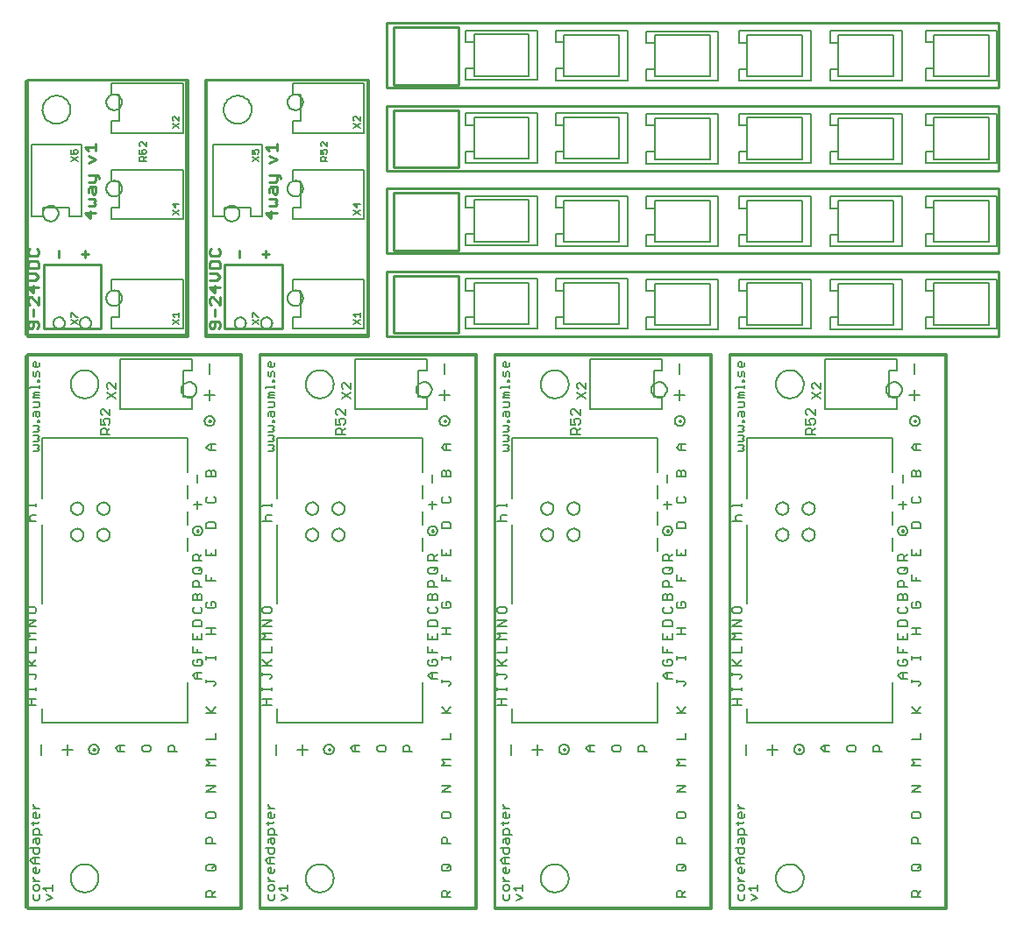
<source format=gto>
G75*
G70*
%OFA0B0*%
%FSLAX25Y25*%
%IPPOS*%
%LPD*%
%AMOC8*
5,1,8,0,0,1.08239X$1,22.5*
%
%ADD19C,0.00900*%
%ADD26C,0.01000*%
%ADD61C,0.00800*%
X0010000Y0012000D02*
G75*
%LPD*%
D61*
X0091500Y0012000D02*
X0010000Y0012000D01*
X0010000Y0222000D01*
X0091500Y0222000D01*
X0091500Y0012000D01*
X0039700Y0151340D02*
X0039400Y0151360D01*
X0039100Y0151420D01*
X0038810Y0151510D01*
X0038540Y0151640D01*
X0038290Y0151810D01*
X0038060Y0152000D01*
X0037850Y0152230D01*
X0037680Y0152480D01*
X0037540Y0152740D01*
X0037440Y0153030D01*
X0037370Y0153320D01*
X0037340Y0153620D01*
X0037350Y0153930D01*
X0037400Y0154230D01*
X0037490Y0154520D01*
X0037610Y0154790D01*
X0037760Y0155050D01*
X0037950Y0155290D01*
X0038170Y0155500D01*
X0038410Y0155680D01*
X0038680Y0155830D01*
X0038960Y0155940D01*
X0039250Y0156020D01*
X0039550Y0156060D01*
X0039850Y0156060D01*
X0040150Y0156020D01*
X0040440Y0155940D01*
X0040720Y0155830D01*
X0040990Y0155680D01*
X0041230Y0155500D01*
X0041450Y0155290D01*
X0041640Y0155050D01*
X0041790Y0154790D01*
X0041910Y0154520D01*
X0042000Y0154230D01*
X0042050Y0153930D01*
X0042060Y0153620D01*
X0042030Y0153320D01*
X0041960Y0153030D01*
X0041860Y0152740D01*
X0041720Y0152480D01*
X0041550Y0152230D01*
X0041340Y0152000D01*
X0041110Y0151810D01*
X0040860Y0151640D01*
X0040590Y0151510D01*
X0040300Y0151420D01*
X0040000Y0151360D01*
X0039700Y0151340D01*
X0039700Y0161340D02*
X0039400Y0161360D01*
X0039100Y0161420D01*
X0038810Y0161510D01*
X0038540Y0161640D01*
X0038290Y0161810D01*
X0038060Y0162000D01*
X0037850Y0162230D01*
X0037680Y0162480D01*
X0037540Y0162740D01*
X0037440Y0163030D01*
X0037370Y0163320D01*
X0037340Y0163620D01*
X0037350Y0163930D01*
X0037400Y0164230D01*
X0037490Y0164520D01*
X0037610Y0164790D01*
X0037760Y0165050D01*
X0037950Y0165290D01*
X0038170Y0165500D01*
X0038410Y0165680D01*
X0038680Y0165830D01*
X0038960Y0165940D01*
X0039250Y0166020D01*
X0039550Y0166060D01*
X0039850Y0166060D01*
X0040150Y0166020D01*
X0040440Y0165940D01*
X0040720Y0165830D01*
X0040990Y0165680D01*
X0041230Y0165500D01*
X0041450Y0165290D01*
X0041640Y0165050D01*
X0041790Y0164790D01*
X0041910Y0164520D01*
X0042000Y0164230D01*
X0042050Y0163930D01*
X0042060Y0163620D01*
X0042030Y0163320D01*
X0041960Y0163030D01*
X0041860Y0162740D01*
X0041720Y0162480D01*
X0041550Y0162230D01*
X0041340Y0162000D01*
X0041110Y0161810D01*
X0040860Y0161640D01*
X0040590Y0161510D01*
X0040300Y0161420D01*
X0040000Y0161360D01*
X0039700Y0161340D01*
X0029700Y0161340D02*
X0029400Y0161360D01*
X0029100Y0161420D01*
X0028810Y0161510D01*
X0028540Y0161640D01*
X0028290Y0161810D01*
X0028060Y0162000D01*
X0027850Y0162230D01*
X0027680Y0162480D01*
X0027540Y0162740D01*
X0027440Y0163030D01*
X0027370Y0163320D01*
X0027340Y0163620D01*
X0027350Y0163930D01*
X0027400Y0164230D01*
X0027490Y0164520D01*
X0027610Y0164790D01*
X0027760Y0165050D01*
X0027950Y0165290D01*
X0028170Y0165500D01*
X0028410Y0165680D01*
X0028680Y0165830D01*
X0028960Y0165940D01*
X0029250Y0166020D01*
X0029550Y0166060D01*
X0029850Y0166060D01*
X0030150Y0166020D01*
X0030440Y0165940D01*
X0030720Y0165830D01*
X0030990Y0165680D01*
X0031230Y0165500D01*
X0031450Y0165290D01*
X0031640Y0165050D01*
X0031790Y0164790D01*
X0031910Y0164520D01*
X0032000Y0164230D01*
X0032050Y0163930D01*
X0032060Y0163620D01*
X0032030Y0163320D01*
X0031960Y0163030D01*
X0031860Y0162740D01*
X0031720Y0162480D01*
X0031550Y0162230D01*
X0031340Y0162000D01*
X0031110Y0161810D01*
X0030860Y0161640D01*
X0030590Y0161510D01*
X0030300Y0161420D01*
X0030000Y0161360D01*
X0029700Y0161340D01*
X0029700Y0151340D02*
X0029400Y0151360D01*
X0029100Y0151420D01*
X0028810Y0151510D01*
X0028540Y0151640D01*
X0028290Y0151810D01*
X0028060Y0152000D01*
X0027850Y0152230D01*
X0027680Y0152480D01*
X0027540Y0152740D01*
X0027440Y0153030D01*
X0027370Y0153320D01*
X0027340Y0153620D01*
X0027350Y0153930D01*
X0027400Y0154230D01*
X0027490Y0154520D01*
X0027610Y0154790D01*
X0027760Y0155050D01*
X0027950Y0155290D01*
X0028170Y0155500D01*
X0028410Y0155680D01*
X0028680Y0155830D01*
X0028960Y0155940D01*
X0029250Y0156020D01*
X0029550Y0156060D01*
X0029850Y0156060D01*
X0030150Y0156020D01*
X0030440Y0155940D01*
X0030720Y0155830D01*
X0030990Y0155680D01*
X0031230Y0155500D01*
X0031450Y0155290D01*
X0031640Y0155050D01*
X0031790Y0154790D01*
X0031910Y0154520D01*
X0032000Y0154230D01*
X0032050Y0153930D01*
X0032060Y0153620D01*
X0032030Y0153320D01*
X0031960Y0153030D01*
X0031860Y0152740D01*
X0031720Y0152480D01*
X0031550Y0152230D01*
X0031340Y0152000D01*
X0031110Y0151810D01*
X0030860Y0151640D01*
X0030590Y0151510D01*
X0030300Y0151420D01*
X0030000Y0151360D01*
X0029700Y0151340D01*
X0032500Y0205690D02*
X0032040Y0205710D01*
X0031590Y0205770D01*
X0031140Y0205870D01*
X0030710Y0206000D01*
X0030280Y0206170D01*
X0029880Y0206380D01*
X0029490Y0206620D01*
X0029130Y0206900D01*
X0028790Y0207210D01*
X0028470Y0207540D01*
X0028190Y0207900D01*
X0027940Y0208280D01*
X0027720Y0208680D01*
X0027540Y0209100D01*
X0027400Y0209530D01*
X0027290Y0209980D01*
X0027220Y0210430D01*
X0027190Y0210890D01*
X0027200Y0211340D01*
X0027250Y0211800D01*
X0027340Y0212250D01*
X0027460Y0212680D01*
X0027630Y0213110D01*
X0027830Y0213520D01*
X0028060Y0213910D01*
X0028330Y0214290D01*
X0028630Y0214630D01*
X0028950Y0214950D01*
X0029310Y0215240D01*
X0029680Y0215500D01*
X0030080Y0215730D01*
X0030490Y0215920D01*
X0030920Y0216070D01*
X0031370Y0216190D01*
X0031820Y0216270D01*
X0032270Y0216310D01*
X0032730Y0216310D01*
X0033180Y0216270D01*
X0033630Y0216190D01*
X0034080Y0216070D01*
X0034510Y0215920D01*
X0034920Y0215730D01*
X0035320Y0215500D01*
X0035690Y0215240D01*
X0036050Y0214950D01*
X0036370Y0214630D01*
X0036670Y0214290D01*
X0036940Y0213910D01*
X0037170Y0213520D01*
X0037370Y0213110D01*
X0037540Y0212680D01*
X0037660Y0212250D01*
X0037750Y0211800D01*
X0037800Y0211340D01*
X0037810Y0210890D01*
X0037780Y0210430D01*
X0037710Y0209980D01*
X0037600Y0209530D01*
X0037460Y0209100D01*
X0037280Y0208680D01*
X0037060Y0208280D01*
X0036810Y0207900D01*
X0036530Y0207540D01*
X0036210Y0207210D01*
X0035870Y0206900D01*
X0035510Y0206620D01*
X0035120Y0206380D01*
X0034720Y0206170D01*
X0034290Y0206000D01*
X0033860Y0205870D01*
X0033410Y0205770D01*
X0032960Y0205710D01*
X0032500Y0205690D01*
X0072200Y0205940D02*
X0071860Y0205960D01*
X0071520Y0206020D01*
X0071190Y0206120D01*
X0070880Y0206250D01*
X0070580Y0206430D01*
X0070300Y0206630D01*
X0070050Y0206870D01*
X0069830Y0207130D01*
X0069650Y0207410D01*
X0069490Y0207720D01*
X0069370Y0208040D01*
X0069290Y0208380D01*
X0069250Y0208720D01*
X0069250Y0209060D01*
X0069290Y0209400D01*
X0069370Y0209740D01*
X0069490Y0210060D01*
X0069650Y0210360D01*
X0069830Y0210650D01*
X0070050Y0210910D01*
X0070300Y0211150D01*
X0070580Y0211350D01*
X0070880Y0211530D01*
X0071190Y0211660D01*
X0071520Y0211760D01*
X0071860Y0211820D01*
X0072200Y0211840D01*
X0072540Y0211820D01*
X0072880Y0211760D01*
X0073210Y0211660D01*
X0073520Y0211530D01*
X0073820Y0211350D01*
X0074100Y0211150D01*
X0074350Y0210910D01*
X0074570Y0210650D01*
X0074750Y0210370D01*
X0074910Y0210060D01*
X0075030Y0209740D01*
X0075110Y0209400D01*
X0075150Y0209060D01*
X0075150Y0208720D01*
X0075110Y0208380D01*
X0075030Y0208040D01*
X0074910Y0207720D01*
X0074750Y0207410D01*
X0074570Y0207130D01*
X0074350Y0206870D01*
X0074100Y0206630D01*
X0073820Y0206430D01*
X0073520Y0206250D01*
X0073210Y0206120D01*
X0072880Y0206020D01*
X0072540Y0205960D01*
X0072200Y0205940D01*
X0032500Y0017690D02*
X0032040Y0017710D01*
X0031590Y0017770D01*
X0031140Y0017870D01*
X0030710Y0018000D01*
X0030280Y0018170D01*
X0029880Y0018380D01*
X0029490Y0018620D01*
X0029130Y0018900D01*
X0028790Y0019210D01*
X0028470Y0019540D01*
X0028190Y0019900D01*
X0027940Y0020280D01*
X0027720Y0020680D01*
X0027540Y0021100D01*
X0027400Y0021530D01*
X0027290Y0021980D01*
X0027220Y0022430D01*
X0027190Y0022890D01*
X0027200Y0023340D01*
X0027250Y0023800D01*
X0027340Y0024250D01*
X0027460Y0024680D01*
X0027630Y0025110D01*
X0027830Y0025520D01*
X0028060Y0025910D01*
X0028330Y0026290D01*
X0028630Y0026630D01*
X0028950Y0026950D01*
X0029310Y0027240D01*
X0029680Y0027500D01*
X0030080Y0027730D01*
X0030490Y0027920D01*
X0030920Y0028070D01*
X0031370Y0028190D01*
X0031820Y0028270D01*
X0032270Y0028310D01*
X0032730Y0028310D01*
X0033180Y0028270D01*
X0033630Y0028190D01*
X0034080Y0028070D01*
X0034510Y0027920D01*
X0034920Y0027730D01*
X0035320Y0027500D01*
X0035690Y0027240D01*
X0036050Y0026950D01*
X0036370Y0026630D01*
X0036670Y0026290D01*
X0036940Y0025910D01*
X0037170Y0025520D01*
X0037370Y0025110D01*
X0037540Y0024680D01*
X0037660Y0024250D01*
X0037750Y0023800D01*
X0037800Y0023340D01*
X0037810Y0022890D01*
X0037780Y0022430D01*
X0037710Y0021980D01*
X0037600Y0021530D01*
X0037460Y0021100D01*
X0037280Y0020680D01*
X0037060Y0020280D01*
X0036810Y0019900D01*
X0036530Y0019540D01*
X0036210Y0019210D01*
X0035870Y0018900D01*
X0035510Y0018620D01*
X0035120Y0018380D01*
X0034720Y0018170D01*
X0034290Y0018000D01*
X0033860Y0017870D01*
X0033410Y0017770D01*
X0032960Y0017710D01*
X0032500Y0017690D01*
D61*
X0020200Y0018190D02*
X0020200Y0020460D01*
X0020200Y0019320D02*
X0016800Y0019320D01*
X0017940Y0018190D01*
X0017940Y0016770D02*
X0020200Y0015640D01*
X0017940Y0014500D01*
X0015200Y0015070D02*
X0014640Y0014500D01*
X0013500Y0014500D01*
X0012940Y0015070D01*
X0012940Y0016770D01*
X0013500Y0018190D02*
X0014640Y0018190D01*
X0015200Y0018750D01*
X0015200Y0019890D01*
X0014640Y0020460D01*
X0013500Y0020460D01*
X0012940Y0019890D01*
X0012940Y0018750D01*
X0013500Y0018190D01*
X0015200Y0016770D02*
X0015200Y0015070D01*
X0015200Y0021870D02*
X0012940Y0021870D01*
X0014070Y0021870D02*
X0012940Y0023000D01*
X0012940Y0023570D01*
X0013500Y0024940D02*
X0012940Y0025510D01*
X0012940Y0026640D01*
X0013500Y0027210D01*
X0014070Y0027210D01*
X0014070Y0024940D01*
X0014640Y0024940D02*
X0013500Y0024940D01*
X0014640Y0024940D02*
X0015200Y0025510D01*
X0015200Y0026640D01*
X0015200Y0028620D02*
X0012940Y0028620D01*
X0011800Y0029760D01*
X0012940Y0030890D01*
X0015200Y0030890D01*
X0014640Y0032300D02*
X0013500Y0032300D01*
X0012940Y0032870D01*
X0012940Y0034570D01*
X0011800Y0034570D02*
X0015200Y0034570D01*
X0015200Y0032870D01*
X0014640Y0032300D01*
X0013500Y0030890D02*
X0013500Y0028620D01*
X0014640Y0035990D02*
X0014070Y0036550D01*
X0014070Y0038260D01*
X0013500Y0038260D02*
X0015200Y0038260D01*
X0015200Y0036550D01*
X0014640Y0035990D01*
X0012940Y0037690D02*
X0013500Y0038260D01*
X0012940Y0037690D02*
X0012940Y0036550D01*
X0012940Y0039670D02*
X0012940Y0041370D01*
X0013500Y0041940D01*
X0014640Y0041940D01*
X0015200Y0041370D01*
X0015200Y0039670D01*
X0016340Y0039670D02*
X0012940Y0039670D01*
X0012940Y0043350D02*
X0012940Y0044490D01*
X0012370Y0043920D02*
X0014640Y0043920D01*
X0015200Y0044490D01*
X0014640Y0045810D02*
X0013500Y0045810D01*
X0012940Y0046380D01*
X0012940Y0047510D01*
X0013500Y0048080D01*
X0014070Y0048080D01*
X0014070Y0045810D01*
X0014640Y0045810D02*
X0015200Y0046380D01*
X0015200Y0047510D01*
X0015200Y0049490D02*
X0012940Y0049490D01*
X0014070Y0049490D02*
X0012940Y0050630D01*
X0012940Y0051190D01*
X0016000Y0070000D02*
X0016000Y0074000D01*
X0024000Y0072000D02*
X0028000Y0072000D01*
X0026000Y0074000D02*
X0026000Y0070000D01*
X0036000Y0070100D02*
X0035730Y0070120D01*
X0035460Y0070180D01*
X0035210Y0070270D01*
X0034970Y0070400D01*
X0034760Y0070560D01*
X0034560Y0070760D01*
X0034400Y0070970D01*
X0034270Y0071210D01*
X0034180Y0071460D01*
X0034120Y0071730D01*
X0034100Y0072000D01*
X0034120Y0072270D01*
X0034180Y0072540D01*
X0034270Y0072790D01*
X0034400Y0073030D01*
X0034560Y0073240D01*
X0034760Y0073440D01*
X0034970Y0073600D01*
X0035210Y0073730D01*
X0035460Y0073820D01*
X0035730Y0073880D01*
X0036000Y0073900D01*
X0036270Y0073880D01*
X0036540Y0073820D01*
X0036790Y0073730D01*
X0037030Y0073600D01*
X0037240Y0073440D01*
X0037440Y0073240D01*
X0037600Y0073030D01*
X0037730Y0072790D01*
X0037820Y0072540D01*
X0037880Y0072270D01*
X0037900Y0072000D01*
X0037880Y0071730D01*
X0037820Y0071460D01*
X0037730Y0071210D01*
X0037600Y0070970D01*
X0037440Y0070760D01*
X0037240Y0070560D01*
X0037030Y0070400D01*
X0036790Y0070270D01*
X0036540Y0070180D01*
X0036270Y0070120D01*
X0036000Y0070100D01*
X0044300Y0072440D02*
X0045440Y0073570D01*
X0047700Y0073570D01*
X0047700Y0071300D02*
X0045440Y0071300D01*
X0044300Y0072440D01*
X0046000Y0071300D02*
X0046000Y0073570D01*
X0054300Y0073000D02*
X0054300Y0071870D01*
X0054870Y0071300D01*
X0057140Y0071300D01*
X0057700Y0071870D01*
X0057700Y0073000D01*
X0057140Y0073570D01*
X0054870Y0073570D01*
X0054300Y0073000D01*
X0064300Y0073000D02*
X0064300Y0071300D01*
X0067700Y0071300D01*
X0066570Y0071300D02*
X0066570Y0073000D01*
X0066000Y0073570D01*
X0064870Y0073570D01*
X0064300Y0073000D01*
X0078800Y0075800D02*
X0082200Y0075800D01*
X0082200Y0078070D01*
X0082200Y0085800D02*
X0078800Y0085800D01*
X0081070Y0085800D02*
X0078800Y0088070D01*
X0080500Y0086370D02*
X0082200Y0088070D01*
X0081640Y0096300D02*
X0082200Y0096870D01*
X0082200Y0097440D01*
X0081640Y0098000D01*
X0078800Y0098000D01*
X0078800Y0097440D02*
X0078800Y0098570D01*
X0078800Y0106300D02*
X0078800Y0107440D01*
X0078800Y0106870D02*
X0082200Y0106870D01*
X0082200Y0106300D02*
X0082200Y0107440D01*
X0082200Y0115800D02*
X0078800Y0115800D01*
X0078800Y0118070D02*
X0082200Y0118070D01*
X0080500Y0118070D02*
X0080500Y0115800D01*
X0079370Y0125800D02*
X0081640Y0125800D01*
X0082200Y0126370D01*
X0082200Y0127500D01*
X0081640Y0128070D01*
X0080500Y0128070D01*
X0080500Y0126940D01*
X0079370Y0128070D02*
X0078800Y0127500D01*
X0078800Y0126370D01*
X0079370Y0125800D01*
X0078800Y0136300D02*
X0082200Y0136300D01*
X0080500Y0136300D02*
X0080500Y0137440D01*
X0078800Y0136300D02*
X0078800Y0138570D01*
X0078800Y0145800D02*
X0082200Y0145800D01*
X0082200Y0148070D01*
X0080500Y0146940D02*
X0080500Y0145800D01*
X0078800Y0145800D02*
X0078800Y0148070D01*
X0075400Y0153400D02*
X0075140Y0153420D01*
X0074880Y0153480D01*
X0074640Y0153570D01*
X0074410Y0153700D01*
X0074200Y0153860D01*
X0074020Y0154050D01*
X0073860Y0154260D01*
X0073740Y0154500D01*
X0073660Y0154740D01*
X0073610Y0155000D01*
X0073600Y0155270D01*
X0073630Y0155530D01*
X0073700Y0155780D01*
X0073800Y0156020D01*
X0073940Y0156250D01*
X0074100Y0156450D01*
X0074300Y0156620D01*
X0074520Y0156770D01*
X0074760Y0156880D01*
X0075010Y0156960D01*
X0075270Y0157000D01*
X0075530Y0157000D01*
X0075790Y0156960D01*
X0076040Y0156880D01*
X0076280Y0156770D01*
X0076500Y0156620D01*
X0076700Y0156450D01*
X0076860Y0156250D01*
X0077000Y0156020D01*
X0077100Y0155780D01*
X0077170Y0155530D01*
X0077200Y0155270D01*
X0077190Y0155000D01*
X0077140Y0154740D01*
X0077060Y0154500D01*
X0076940Y0154260D01*
X0076780Y0154050D01*
X0076600Y0153860D01*
X0076390Y0153700D01*
X0076160Y0153570D01*
X0075920Y0153480D01*
X0075660Y0153420D01*
X0075400Y0153400D01*
X0078800Y0156300D02*
X0078800Y0158000D01*
X0079370Y0158570D01*
X0081640Y0158570D01*
X0082200Y0158000D01*
X0082200Y0156300D01*
X0078800Y0156300D01*
X0075400Y0163700D02*
X0075400Y0166700D01*
X0073900Y0165200D02*
X0076900Y0165200D01*
X0078800Y0166370D02*
X0079370Y0165800D01*
X0081640Y0165800D01*
X0082200Y0166370D01*
X0082200Y0167500D01*
X0081640Y0168070D01*
X0079370Y0168070D02*
X0078800Y0167500D01*
X0078800Y0166370D01*
X0075400Y0173700D02*
X0075400Y0176700D01*
X0078800Y0177500D02*
X0078800Y0175800D01*
X0082200Y0175800D01*
X0082200Y0177500D01*
X0081640Y0178070D01*
X0081070Y0178070D01*
X0080500Y0177500D01*
X0080500Y0175800D01*
X0080500Y0177500D02*
X0079940Y0178070D01*
X0079370Y0178070D01*
X0078800Y0177500D01*
X0079940Y0185800D02*
X0082200Y0185800D01*
X0080500Y0185800D02*
X0080500Y0188070D01*
X0079940Y0188070D02*
X0082200Y0188070D01*
X0079940Y0188070D02*
X0078800Y0186940D01*
X0079940Y0185800D01*
X0080000Y0195100D02*
X0079730Y0195120D01*
X0079460Y0195180D01*
X0079210Y0195270D01*
X0078970Y0195400D01*
X0078760Y0195560D01*
X0078560Y0195760D01*
X0078400Y0195970D01*
X0078270Y0196210D01*
X0078180Y0196460D01*
X0078120Y0196730D01*
X0078100Y0197000D01*
X0078120Y0197270D01*
X0078180Y0197540D01*
X0078270Y0197790D01*
X0078400Y0198030D01*
X0078560Y0198240D01*
X0078760Y0198440D01*
X0078970Y0198600D01*
X0079210Y0198730D01*
X0079460Y0198820D01*
X0079730Y0198880D01*
X0080000Y0198900D01*
X0080270Y0198880D01*
X0080540Y0198820D01*
X0080790Y0198730D01*
X0081030Y0198600D01*
X0081240Y0198440D01*
X0081440Y0198240D01*
X0081600Y0198030D01*
X0081730Y0197790D01*
X0081820Y0197540D01*
X0081880Y0197270D01*
X0081900Y0197000D01*
X0081880Y0196730D01*
X0081820Y0196460D01*
X0081730Y0196210D01*
X0081600Y0195970D01*
X0081440Y0195760D01*
X0081240Y0195560D01*
X0081030Y0195400D01*
X0080790Y0195270D01*
X0080540Y0195180D01*
X0080270Y0195120D01*
X0080000Y0195100D01*
X0080000Y0205000D02*
X0080000Y0209000D01*
X0078000Y0207000D02*
X0082000Y0207000D01*
X0080000Y0215000D02*
X0080000Y0219000D01*
X0078800Y0068070D02*
X0082200Y0068070D01*
X0082200Y0065800D02*
X0078800Y0065800D01*
X0079940Y0066940D01*
X0078800Y0068070D01*
X0078800Y0058070D02*
X0082200Y0058070D01*
X0078800Y0055800D01*
X0082200Y0055800D01*
X0081640Y0048070D02*
X0079370Y0048070D01*
X0078800Y0047500D01*
X0078800Y0046370D01*
X0079370Y0045800D01*
X0081640Y0045800D01*
X0082200Y0046370D01*
X0082200Y0047500D01*
X0081640Y0048070D01*
X0080500Y0038570D02*
X0081070Y0038000D01*
X0081070Y0036300D01*
X0082200Y0036300D02*
X0078800Y0036300D01*
X0078800Y0038000D01*
X0079370Y0038570D01*
X0080500Y0038570D01*
X0079370Y0028070D02*
X0081640Y0028070D01*
X0082200Y0027500D01*
X0082200Y0026370D01*
X0081640Y0025800D01*
X0079370Y0025800D01*
X0078800Y0026370D01*
X0078800Y0027500D01*
X0079370Y0028070D01*
X0081070Y0026940D02*
X0082200Y0028070D01*
X0082200Y0018070D02*
X0081070Y0016940D01*
X0081070Y0017500D02*
X0081070Y0015800D01*
X0082200Y0015800D02*
X0078800Y0015800D01*
X0078800Y0017500D01*
X0079370Y0018070D01*
X0080500Y0018070D01*
X0081070Y0017500D01*
X0014640Y0185500D02*
X0015200Y0186070D01*
X0014640Y0186640D01*
X0015200Y0187200D01*
X0014640Y0187770D01*
X0012940Y0187770D01*
X0012940Y0189190D02*
X0014640Y0189190D01*
X0015200Y0189750D01*
X0014640Y0190320D01*
X0015200Y0190890D01*
X0014640Y0191460D01*
X0012940Y0191460D01*
X0012940Y0192870D02*
X0014640Y0192870D01*
X0015200Y0193440D01*
X0014640Y0194000D01*
X0015200Y0194570D01*
X0014640Y0195140D01*
X0012940Y0195140D01*
X0014640Y0198390D02*
X0014070Y0198960D01*
X0014070Y0200660D01*
X0013500Y0200660D02*
X0015200Y0200660D01*
X0015200Y0198960D01*
X0014640Y0198390D01*
X0014640Y0197120D02*
X0015200Y0197120D01*
X0015200Y0196550D01*
X0014640Y0196550D01*
X0014640Y0197120D01*
X0012940Y0198960D02*
X0012940Y0200100D01*
X0013500Y0200660D01*
X0012940Y0202080D02*
X0014640Y0202080D01*
X0015200Y0202640D01*
X0015200Y0204350D01*
X0012940Y0204350D01*
X0012940Y0205760D02*
X0012940Y0206330D01*
X0013500Y0206890D01*
X0012940Y0207460D01*
X0013500Y0208030D01*
X0015200Y0208030D01*
X0015200Y0206890D02*
X0013500Y0206890D01*
X0012940Y0205760D02*
X0015200Y0205760D01*
X0015200Y0209440D02*
X0015200Y0210580D01*
X0015200Y0210010D02*
X0011800Y0210010D01*
X0011800Y0209440D01*
X0013500Y0213740D02*
X0012940Y0214310D01*
X0012940Y0216010D01*
X0014070Y0215440D02*
X0014070Y0214310D01*
X0013500Y0213740D01*
X0015200Y0213740D02*
X0015200Y0215440D01*
X0014640Y0216010D01*
X0014070Y0215440D01*
X0014070Y0217420D02*
X0014070Y0219690D01*
X0013500Y0219690D01*
X0012940Y0219120D01*
X0012940Y0217990D01*
X0013500Y0217420D01*
X0014640Y0217420D01*
X0015200Y0217990D01*
X0015200Y0219120D01*
X0015200Y0212470D02*
X0015200Y0211900D01*
X0014640Y0211900D01*
X0014640Y0212470D01*
X0015200Y0212470D01*
X0014640Y0185500D02*
X0012940Y0185500D01*
D26*
X0036000Y0071800D02*
X0035920Y0071820D01*
X0035850Y0071870D01*
X0035810Y0071940D01*
X0035800Y0072020D01*
X0035830Y0072100D01*
X0035880Y0072160D01*
X0035960Y0072200D01*
X0036040Y0072200D01*
X0036120Y0072160D01*
X0036170Y0072100D01*
X0036200Y0072020D01*
X0036190Y0071940D01*
X0036150Y0071870D01*
X0036080Y0071820D01*
X0036000Y0071800D01*
X0075400Y0155000D02*
X0075320Y0155020D01*
X0075250Y0155070D01*
X0075210Y0155140D01*
X0075200Y0155220D01*
X0075230Y0155300D01*
X0075280Y0155360D01*
X0075360Y0155400D01*
X0075440Y0155400D01*
X0075520Y0155360D01*
X0075570Y0155300D01*
X0075600Y0155220D01*
X0075590Y0155140D01*
X0075550Y0155070D01*
X0075480Y0155020D01*
X0075400Y0155000D01*
X0080000Y0196800D02*
X0079920Y0196820D01*
X0079850Y0196870D01*
X0079810Y0196940D01*
X0079800Y0197020D01*
X0079830Y0197100D01*
X0079880Y0197160D01*
X0079960Y0197200D01*
X0080040Y0197200D01*
X0080120Y0197160D01*
X0080170Y0197100D01*
X0080200Y0197020D01*
X0080190Y0196940D01*
X0080150Y0196870D01*
X0080080Y0196820D01*
X0080000Y0196800D01*
D61*
X0073230Y0201650D02*
X0045980Y0201650D01*
X0045980Y0220550D01*
X0073230Y0220550D01*
X0073230Y0216100D01*
X0070100Y0216100D01*
X0070100Y0216030D02*
X0070100Y0206100D01*
X0073230Y0206100D01*
X0073230Y0201650D01*
X0071700Y0190700D02*
X0016200Y0190700D01*
X0016200Y0167700D01*
X0014150Y0165620D02*
X0014150Y0164450D01*
X0014150Y0165040D02*
X0010650Y0165040D01*
X0010650Y0164450D01*
X0012400Y0161290D02*
X0014150Y0161290D01*
X0012400Y0161290D02*
X0011820Y0160700D01*
X0011820Y0159540D01*
X0012400Y0158950D01*
X0010650Y0158950D02*
X0014150Y0158950D01*
X0016200Y0157700D02*
X0016200Y0127700D01*
X0014150Y0125700D02*
X0014150Y0124540D01*
X0013570Y0123950D01*
X0011230Y0123950D01*
X0010650Y0124540D01*
X0010650Y0125700D01*
X0011230Y0126290D01*
X0013570Y0126290D01*
X0014150Y0125700D01*
X0014150Y0121290D02*
X0010650Y0121290D01*
X0010650Y0118950D02*
X0014150Y0121290D01*
X0014150Y0118950D02*
X0010650Y0118950D01*
X0010650Y0116290D02*
X0014150Y0116290D01*
X0014150Y0113950D02*
X0010650Y0113950D01*
X0011820Y0115120D01*
X0010650Y0116290D01*
X0014150Y0111290D02*
X0014150Y0108950D01*
X0010650Y0108950D01*
X0010650Y0106290D02*
X0012990Y0103950D01*
X0012400Y0104540D02*
X0014150Y0106290D01*
X0014150Y0103950D02*
X0010650Y0103950D01*
X0010650Y0101290D02*
X0010650Y0100120D01*
X0010650Y0100700D02*
X0013570Y0100700D01*
X0014150Y0100120D01*
X0014150Y0099540D01*
X0013570Y0098950D01*
X0014150Y0095620D02*
X0014150Y0094450D01*
X0014150Y0095040D02*
X0010650Y0095040D01*
X0010650Y0095620D02*
X0010650Y0094450D01*
X0010650Y0091290D02*
X0014150Y0091290D01*
X0012400Y0091290D02*
X0012400Y0088950D01*
X0014150Y0088950D02*
X0010650Y0088950D01*
X0016200Y0087700D02*
X0016200Y0082200D01*
X0071700Y0082200D01*
X0071700Y0097700D01*
X0073650Y0100120D02*
X0074820Y0101290D01*
X0077150Y0101290D01*
X0077150Y0098950D02*
X0074820Y0098950D01*
X0073650Y0100120D01*
X0075400Y0098950D02*
X0075400Y0101290D01*
X0074230Y0103950D02*
X0076570Y0103950D01*
X0077150Y0104540D01*
X0077150Y0105700D01*
X0076570Y0106290D01*
X0075400Y0106290D01*
X0075400Y0105120D01*
X0074230Y0103950D02*
X0073650Y0104540D01*
X0073650Y0105700D01*
X0074230Y0106290D01*
X0073650Y0108950D02*
X0073650Y0111290D01*
X0073650Y0108950D02*
X0077150Y0108950D01*
X0075400Y0108950D02*
X0075400Y0110120D01*
X0075400Y0113950D02*
X0075400Y0115120D01*
X0073650Y0113950D02*
X0077150Y0113950D01*
X0077150Y0116290D01*
X0077150Y0118950D02*
X0077150Y0120700D01*
X0076570Y0121290D01*
X0074230Y0121290D01*
X0073650Y0120700D01*
X0073650Y0118950D01*
X0077150Y0118950D01*
X0076570Y0123950D02*
X0077150Y0124540D01*
X0077150Y0125700D01*
X0076570Y0126290D01*
X0076570Y0123950D02*
X0074230Y0123950D01*
X0073650Y0124540D01*
X0073650Y0125700D01*
X0074230Y0126290D01*
X0073650Y0128950D02*
X0073650Y0130700D01*
X0074230Y0131290D01*
X0074820Y0131290D01*
X0075400Y0130700D01*
X0075400Y0128950D01*
X0075400Y0130700D02*
X0075990Y0131290D01*
X0076570Y0131290D01*
X0077150Y0130700D01*
X0077150Y0128950D01*
X0073650Y0128950D01*
X0073650Y0133950D02*
X0073650Y0135700D01*
X0074230Y0136290D01*
X0075400Y0136290D01*
X0075990Y0135700D01*
X0075990Y0133950D01*
X0077150Y0133950D02*
X0073650Y0133950D01*
X0074230Y0138950D02*
X0073650Y0139540D01*
X0073650Y0140700D01*
X0074230Y0141290D01*
X0076570Y0141290D01*
X0077150Y0140700D01*
X0077150Y0139540D01*
X0076570Y0138950D01*
X0074230Y0138950D01*
X0075990Y0140120D02*
X0077150Y0141290D01*
X0077150Y0143950D02*
X0073650Y0143950D01*
X0073650Y0145700D01*
X0074230Y0146290D01*
X0075400Y0146290D01*
X0075990Y0145700D01*
X0075990Y0143950D01*
X0075990Y0145120D02*
X0077150Y0146290D01*
X0071700Y0147700D02*
X0071700Y0152700D01*
X0071700Y0157700D02*
X0071700Y0162700D01*
X0071700Y0167700D02*
X0071700Y0172700D01*
X0071700Y0177700D02*
X0071700Y0190700D01*
X0073650Y0116290D02*
X0073650Y0113950D01*
X0042150Y0191950D02*
X0038650Y0191950D01*
X0038650Y0193700D01*
X0039230Y0194290D01*
X0040400Y0194290D01*
X0040990Y0193700D01*
X0040990Y0191950D01*
X0040990Y0193120D02*
X0042150Y0194290D01*
X0041570Y0195640D02*
X0042150Y0196220D01*
X0042150Y0197390D01*
X0041570Y0197970D01*
X0040400Y0197970D01*
X0039820Y0197390D01*
X0039820Y0196800D01*
X0040400Y0195640D01*
X0038650Y0195640D01*
X0038650Y0197970D01*
X0039230Y0199320D02*
X0038650Y0199900D01*
X0038650Y0201070D01*
X0039230Y0201650D01*
X0039820Y0201650D01*
X0042150Y0199320D01*
X0042150Y0201650D01*
X0040850Y0205550D02*
X0044350Y0207890D01*
X0044350Y0209240D02*
X0042020Y0211570D01*
X0041430Y0211570D01*
X0040850Y0210990D01*
X0040850Y0209820D01*
X0041430Y0209240D01*
X0040850Y0207890D02*
X0044350Y0205550D01*
X0044350Y0209240D02*
X0044350Y0211570D01*
D61*
X0074170Y0106320D02*
X0073550Y0105710D01*
X0073550Y0104470D01*
X0074170Y0103850D01*
X0076640Y0103850D01*
X0077250Y0104470D01*
X0077250Y0105710D01*
X0076640Y0106320D01*
X0075400Y0106320D01*
X0075400Y0105090D01*
X0075400Y0106320D01*
X0076640Y0106320D01*
X0077250Y0105710D01*
X0077250Y0104470D01*
X0076640Y0103850D01*
X0074170Y0103850D01*
X0073550Y0104470D01*
X0073550Y0105710D01*
X0074170Y0106320D01*
X0073550Y0105710D01*
X0073550Y0104470D01*
X0074170Y0103850D01*
X0076640Y0103850D01*
X0077250Y0104470D01*
X0077250Y0105710D01*
X0076640Y0106320D01*
X0075400Y0106320D01*
X0075400Y0105090D01*
X0075400Y0106320D01*
X0076640Y0106320D01*
X0077250Y0105710D01*
X0077250Y0104470D01*
X0076640Y0103850D01*
X0074170Y0103850D01*
X0073550Y0104470D01*
X0073550Y0105710D01*
X0074170Y0106320D01*
X0073550Y0105710D01*
X0073550Y0104470D01*
X0074170Y0103850D01*
X0076640Y0103850D01*
X0077250Y0104470D01*
X0077250Y0105710D01*
X0076640Y0106320D01*
X0075400Y0106320D01*
X0075400Y0105090D01*
D26*
X0010500Y0011500D02*
X0010500Y0222500D01*
X0010500Y0222500D02*
X0092000Y0222500D01*
X0092000Y0011500D01*
X0010500Y0011500D01*
X0099370Y0012000D02*
G75*
%LPD*%
D61*
X0180870Y0012000D02*
X0099370Y0012000D01*
X0099370Y0222000D01*
X0180870Y0222000D01*
X0180870Y0012000D01*
X0129070Y0151340D02*
X0128770Y0151360D01*
X0128470Y0151420D01*
X0128180Y0151510D01*
X0127910Y0151640D01*
X0127660Y0151810D01*
X0127430Y0152000D01*
X0127220Y0152230D01*
X0127050Y0152480D01*
X0126910Y0152740D01*
X0126810Y0153030D01*
X0126740Y0153320D01*
X0126710Y0153620D01*
X0126720Y0153930D01*
X0126770Y0154230D01*
X0126860Y0154520D01*
X0126980Y0154790D01*
X0127130Y0155050D01*
X0127320Y0155290D01*
X0127540Y0155500D01*
X0127780Y0155680D01*
X0128050Y0155830D01*
X0128330Y0155940D01*
X0128620Y0156020D01*
X0128920Y0156060D01*
X0129220Y0156060D01*
X0129520Y0156020D01*
X0129810Y0155940D01*
X0130090Y0155830D01*
X0130360Y0155680D01*
X0130600Y0155500D01*
X0130820Y0155290D01*
X0131010Y0155050D01*
X0131160Y0154790D01*
X0131280Y0154520D01*
X0131370Y0154230D01*
X0131420Y0153930D01*
X0131430Y0153620D01*
X0131400Y0153320D01*
X0131330Y0153030D01*
X0131230Y0152740D01*
X0131090Y0152480D01*
X0130920Y0152230D01*
X0130710Y0152000D01*
X0130480Y0151810D01*
X0130230Y0151640D01*
X0129960Y0151510D01*
X0129670Y0151420D01*
X0129370Y0151360D01*
X0129070Y0151340D01*
X0129070Y0161340D02*
X0128770Y0161360D01*
X0128470Y0161420D01*
X0128180Y0161510D01*
X0127910Y0161640D01*
X0127660Y0161810D01*
X0127430Y0162000D01*
X0127220Y0162230D01*
X0127050Y0162480D01*
X0126910Y0162740D01*
X0126810Y0163030D01*
X0126740Y0163320D01*
X0126710Y0163620D01*
X0126720Y0163930D01*
X0126770Y0164230D01*
X0126860Y0164520D01*
X0126980Y0164790D01*
X0127130Y0165050D01*
X0127320Y0165290D01*
X0127540Y0165500D01*
X0127780Y0165680D01*
X0128050Y0165830D01*
X0128330Y0165940D01*
X0128620Y0166020D01*
X0128920Y0166060D01*
X0129220Y0166060D01*
X0129520Y0166020D01*
X0129810Y0165940D01*
X0130090Y0165830D01*
X0130360Y0165680D01*
X0130600Y0165500D01*
X0130820Y0165290D01*
X0131010Y0165050D01*
X0131160Y0164790D01*
X0131280Y0164520D01*
X0131370Y0164230D01*
X0131420Y0163930D01*
X0131430Y0163620D01*
X0131400Y0163320D01*
X0131330Y0163030D01*
X0131230Y0162740D01*
X0131090Y0162480D01*
X0130920Y0162230D01*
X0130710Y0162000D01*
X0130480Y0161810D01*
X0130230Y0161640D01*
X0129960Y0161510D01*
X0129670Y0161420D01*
X0129370Y0161360D01*
X0129070Y0161340D01*
X0119070Y0161340D02*
X0118770Y0161360D01*
X0118470Y0161420D01*
X0118180Y0161510D01*
X0117910Y0161640D01*
X0117660Y0161810D01*
X0117430Y0162000D01*
X0117220Y0162230D01*
X0117050Y0162480D01*
X0116910Y0162740D01*
X0116810Y0163030D01*
X0116740Y0163320D01*
X0116710Y0163620D01*
X0116720Y0163930D01*
X0116770Y0164230D01*
X0116860Y0164520D01*
X0116980Y0164790D01*
X0117130Y0165050D01*
X0117320Y0165290D01*
X0117540Y0165500D01*
X0117780Y0165680D01*
X0118050Y0165830D01*
X0118330Y0165940D01*
X0118620Y0166020D01*
X0118920Y0166060D01*
X0119220Y0166060D01*
X0119520Y0166020D01*
X0119810Y0165940D01*
X0120090Y0165830D01*
X0120360Y0165680D01*
X0120600Y0165500D01*
X0120820Y0165290D01*
X0121010Y0165050D01*
X0121160Y0164790D01*
X0121280Y0164520D01*
X0121370Y0164230D01*
X0121420Y0163930D01*
X0121430Y0163620D01*
X0121400Y0163320D01*
X0121330Y0163030D01*
X0121230Y0162740D01*
X0121090Y0162480D01*
X0120920Y0162230D01*
X0120710Y0162000D01*
X0120480Y0161810D01*
X0120230Y0161640D01*
X0119960Y0161510D01*
X0119670Y0161420D01*
X0119370Y0161360D01*
X0119070Y0161340D01*
X0119070Y0151340D02*
X0118770Y0151360D01*
X0118470Y0151420D01*
X0118180Y0151510D01*
X0117910Y0151640D01*
X0117660Y0151810D01*
X0117430Y0152000D01*
X0117220Y0152230D01*
X0117050Y0152480D01*
X0116910Y0152740D01*
X0116810Y0153030D01*
X0116740Y0153320D01*
X0116710Y0153620D01*
X0116720Y0153930D01*
X0116770Y0154230D01*
X0116860Y0154520D01*
X0116980Y0154790D01*
X0117130Y0155050D01*
X0117320Y0155290D01*
X0117540Y0155500D01*
X0117780Y0155680D01*
X0118050Y0155830D01*
X0118330Y0155940D01*
X0118620Y0156020D01*
X0118920Y0156060D01*
X0119220Y0156060D01*
X0119520Y0156020D01*
X0119810Y0155940D01*
X0120090Y0155830D01*
X0120360Y0155680D01*
X0120600Y0155500D01*
X0120820Y0155290D01*
X0121010Y0155050D01*
X0121160Y0154790D01*
X0121280Y0154520D01*
X0121370Y0154230D01*
X0121420Y0153930D01*
X0121430Y0153620D01*
X0121400Y0153320D01*
X0121330Y0153030D01*
X0121230Y0152740D01*
X0121090Y0152480D01*
X0120920Y0152230D01*
X0120710Y0152000D01*
X0120480Y0151810D01*
X0120230Y0151640D01*
X0119960Y0151510D01*
X0119670Y0151420D01*
X0119370Y0151360D01*
X0119070Y0151340D01*
X0121870Y0205690D02*
X0121410Y0205710D01*
X0120960Y0205770D01*
X0120510Y0205870D01*
X0120080Y0206000D01*
X0119650Y0206170D01*
X0119250Y0206380D01*
X0118860Y0206620D01*
X0118500Y0206900D01*
X0118160Y0207210D01*
X0117840Y0207540D01*
X0117560Y0207900D01*
X0117310Y0208280D01*
X0117090Y0208680D01*
X0116910Y0209100D01*
X0116770Y0209530D01*
X0116660Y0209980D01*
X0116590Y0210430D01*
X0116560Y0210890D01*
X0116570Y0211340D01*
X0116620Y0211800D01*
X0116710Y0212250D01*
X0116830Y0212680D01*
X0117000Y0213110D01*
X0117200Y0213520D01*
X0117430Y0213910D01*
X0117700Y0214290D01*
X0118000Y0214630D01*
X0118320Y0214950D01*
X0118680Y0215240D01*
X0119050Y0215500D01*
X0119450Y0215730D01*
X0119860Y0215920D01*
X0120290Y0216070D01*
X0120740Y0216190D01*
X0121190Y0216270D01*
X0121640Y0216310D01*
X0122100Y0216310D01*
X0122550Y0216270D01*
X0123000Y0216190D01*
X0123450Y0216070D01*
X0123880Y0215920D01*
X0124290Y0215730D01*
X0124690Y0215500D01*
X0125060Y0215240D01*
X0125420Y0214950D01*
X0125740Y0214630D01*
X0126040Y0214290D01*
X0126310Y0213910D01*
X0126540Y0213520D01*
X0126740Y0213110D01*
X0126910Y0212680D01*
X0127030Y0212250D01*
X0127120Y0211800D01*
X0127170Y0211340D01*
X0127180Y0210890D01*
X0127150Y0210430D01*
X0127080Y0209980D01*
X0126970Y0209530D01*
X0126830Y0209100D01*
X0126650Y0208680D01*
X0126430Y0208280D01*
X0126180Y0207900D01*
X0125900Y0207540D01*
X0125580Y0207210D01*
X0125240Y0206900D01*
X0124880Y0206620D01*
X0124490Y0206380D01*
X0124090Y0206170D01*
X0123660Y0206000D01*
X0123230Y0205870D01*
X0122780Y0205770D01*
X0122330Y0205710D01*
X0121870Y0205690D01*
X0161570Y0205940D02*
X0161230Y0205960D01*
X0160890Y0206020D01*
X0160560Y0206120D01*
X0160250Y0206250D01*
X0159950Y0206430D01*
X0159670Y0206630D01*
X0159420Y0206870D01*
X0159200Y0207130D01*
X0159020Y0207410D01*
X0158860Y0207720D01*
X0158740Y0208040D01*
X0158660Y0208380D01*
X0158620Y0208720D01*
X0158620Y0209060D01*
X0158660Y0209400D01*
X0158740Y0209740D01*
X0158860Y0210060D01*
X0159020Y0210360D01*
X0159200Y0210650D01*
X0159420Y0210910D01*
X0159670Y0211150D01*
X0159950Y0211350D01*
X0160250Y0211530D01*
X0160560Y0211660D01*
X0160890Y0211760D01*
X0161230Y0211820D01*
X0161570Y0211840D01*
X0161910Y0211820D01*
X0162250Y0211760D01*
X0162580Y0211660D01*
X0162890Y0211530D01*
X0163190Y0211350D01*
X0163470Y0211150D01*
X0163720Y0210910D01*
X0163940Y0210650D01*
X0164120Y0210370D01*
X0164280Y0210060D01*
X0164400Y0209740D01*
X0164480Y0209400D01*
X0164520Y0209060D01*
X0164520Y0208720D01*
X0164480Y0208380D01*
X0164400Y0208040D01*
X0164280Y0207720D01*
X0164120Y0207410D01*
X0163940Y0207130D01*
X0163720Y0206870D01*
X0163470Y0206630D01*
X0163190Y0206430D01*
X0162890Y0206250D01*
X0162580Y0206120D01*
X0162250Y0206020D01*
X0161910Y0205960D01*
X0161570Y0205940D01*
X0121870Y0017690D02*
X0121410Y0017710D01*
X0120960Y0017770D01*
X0120510Y0017870D01*
X0120080Y0018000D01*
X0119650Y0018170D01*
X0119250Y0018380D01*
X0118860Y0018620D01*
X0118500Y0018900D01*
X0118160Y0019210D01*
X0117840Y0019540D01*
X0117560Y0019900D01*
X0117310Y0020280D01*
X0117090Y0020680D01*
X0116910Y0021100D01*
X0116770Y0021530D01*
X0116660Y0021980D01*
X0116590Y0022430D01*
X0116560Y0022890D01*
X0116570Y0023340D01*
X0116620Y0023800D01*
X0116710Y0024250D01*
X0116830Y0024680D01*
X0117000Y0025110D01*
X0117200Y0025520D01*
X0117430Y0025910D01*
X0117700Y0026290D01*
X0118000Y0026630D01*
X0118320Y0026950D01*
X0118680Y0027240D01*
X0119050Y0027500D01*
X0119450Y0027730D01*
X0119860Y0027920D01*
X0120290Y0028070D01*
X0120740Y0028190D01*
X0121190Y0028270D01*
X0121640Y0028310D01*
X0122100Y0028310D01*
X0122550Y0028270D01*
X0123000Y0028190D01*
X0123450Y0028070D01*
X0123880Y0027920D01*
X0124290Y0027730D01*
X0124690Y0027500D01*
X0125060Y0027240D01*
X0125420Y0026950D01*
X0125740Y0026630D01*
X0126040Y0026290D01*
X0126310Y0025910D01*
X0126540Y0025520D01*
X0126740Y0025110D01*
X0126910Y0024680D01*
X0127030Y0024250D01*
X0127120Y0023800D01*
X0127170Y0023340D01*
X0127180Y0022890D01*
X0127150Y0022430D01*
X0127080Y0021980D01*
X0126970Y0021530D01*
X0126830Y0021100D01*
X0126650Y0020680D01*
X0126430Y0020280D01*
X0126180Y0019900D01*
X0125900Y0019540D01*
X0125580Y0019210D01*
X0125240Y0018900D01*
X0124880Y0018620D01*
X0124490Y0018380D01*
X0124090Y0018170D01*
X0123660Y0018000D01*
X0123230Y0017870D01*
X0122780Y0017770D01*
X0122330Y0017710D01*
X0121870Y0017690D01*
D61*
X0109570Y0018190D02*
X0109570Y0020460D01*
X0109570Y0019320D02*
X0106170Y0019320D01*
X0107310Y0018190D01*
X0107310Y0016770D02*
X0109570Y0015640D01*
X0107310Y0014500D01*
X0104570Y0015070D02*
X0104010Y0014500D01*
X0102870Y0014500D01*
X0102310Y0015070D01*
X0102310Y0016770D01*
X0102870Y0018190D02*
X0104010Y0018190D01*
X0104570Y0018750D01*
X0104570Y0019890D01*
X0104010Y0020460D01*
X0102870Y0020460D01*
X0102310Y0019890D01*
X0102310Y0018750D01*
X0102870Y0018190D01*
X0104570Y0016770D02*
X0104570Y0015070D01*
X0104570Y0021870D02*
X0102310Y0021870D01*
X0103440Y0021870D02*
X0102310Y0023000D01*
X0102310Y0023570D01*
X0102870Y0024940D02*
X0102310Y0025510D01*
X0102310Y0026640D01*
X0102870Y0027210D01*
X0103440Y0027210D01*
X0103440Y0024940D01*
X0104010Y0024940D02*
X0102870Y0024940D01*
X0104010Y0024940D02*
X0104570Y0025510D01*
X0104570Y0026640D01*
X0104570Y0028620D02*
X0102310Y0028620D01*
X0101170Y0029760D01*
X0102310Y0030890D01*
X0104570Y0030890D01*
X0104010Y0032300D02*
X0102870Y0032300D01*
X0102310Y0032870D01*
X0102310Y0034570D01*
X0101170Y0034570D02*
X0104570Y0034570D01*
X0104570Y0032870D01*
X0104010Y0032300D01*
X0102870Y0030890D02*
X0102870Y0028620D01*
X0104010Y0035990D02*
X0103440Y0036550D01*
X0103440Y0038260D01*
X0102870Y0038260D02*
X0104570Y0038260D01*
X0104570Y0036550D01*
X0104010Y0035990D01*
X0102310Y0037690D02*
X0102870Y0038260D01*
X0102310Y0037690D02*
X0102310Y0036550D01*
X0102310Y0039670D02*
X0102310Y0041370D01*
X0102870Y0041940D01*
X0104010Y0041940D01*
X0104570Y0041370D01*
X0104570Y0039670D01*
X0105710Y0039670D02*
X0102310Y0039670D01*
X0102310Y0043350D02*
X0102310Y0044490D01*
X0101740Y0043920D02*
X0104010Y0043920D01*
X0104570Y0044490D01*
X0104010Y0045810D02*
X0102870Y0045810D01*
X0102310Y0046380D01*
X0102310Y0047510D01*
X0102870Y0048080D01*
X0103440Y0048080D01*
X0103440Y0045810D01*
X0104010Y0045810D02*
X0104570Y0046380D01*
X0104570Y0047510D01*
X0104570Y0049490D02*
X0102310Y0049490D01*
X0103440Y0049490D02*
X0102310Y0050630D01*
X0102310Y0051190D01*
X0105370Y0070000D02*
X0105370Y0074000D01*
X0113370Y0072000D02*
X0117370Y0072000D01*
X0115370Y0074000D02*
X0115370Y0070000D01*
X0125370Y0070100D02*
X0125100Y0070120D01*
X0124830Y0070180D01*
X0124580Y0070270D01*
X0124340Y0070400D01*
X0124130Y0070560D01*
X0123930Y0070760D01*
X0123770Y0070970D01*
X0123640Y0071210D01*
X0123550Y0071460D01*
X0123490Y0071730D01*
X0123470Y0072000D01*
X0123490Y0072270D01*
X0123550Y0072540D01*
X0123640Y0072790D01*
X0123770Y0073030D01*
X0123930Y0073240D01*
X0124130Y0073440D01*
X0124340Y0073600D01*
X0124580Y0073730D01*
X0124830Y0073820D01*
X0125100Y0073880D01*
X0125370Y0073900D01*
X0125640Y0073880D01*
X0125910Y0073820D01*
X0126160Y0073730D01*
X0126400Y0073600D01*
X0126610Y0073440D01*
X0126810Y0073240D01*
X0126970Y0073030D01*
X0127100Y0072790D01*
X0127190Y0072540D01*
X0127250Y0072270D01*
X0127270Y0072000D01*
X0127250Y0071730D01*
X0127190Y0071460D01*
X0127100Y0071210D01*
X0126970Y0070970D01*
X0126810Y0070760D01*
X0126610Y0070560D01*
X0126400Y0070400D01*
X0126160Y0070270D01*
X0125910Y0070180D01*
X0125640Y0070120D01*
X0125370Y0070100D01*
X0133670Y0072440D02*
X0134810Y0073570D01*
X0137070Y0073570D01*
X0137070Y0071300D02*
X0134810Y0071300D01*
X0133670Y0072440D01*
X0135370Y0071300D02*
X0135370Y0073570D01*
X0143670Y0073000D02*
X0143670Y0071870D01*
X0144240Y0071300D01*
X0146510Y0071300D01*
X0147070Y0071870D01*
X0147070Y0073000D01*
X0146510Y0073570D01*
X0144240Y0073570D01*
X0143670Y0073000D01*
X0153670Y0073000D02*
X0153670Y0071300D01*
X0157070Y0071300D01*
X0155940Y0071300D02*
X0155940Y0073000D01*
X0155370Y0073570D01*
X0154240Y0073570D01*
X0153670Y0073000D01*
X0168170Y0075800D02*
X0171570Y0075800D01*
X0171570Y0078070D01*
X0171570Y0085800D02*
X0168170Y0085800D01*
X0170440Y0085800D02*
X0168170Y0088070D01*
X0169870Y0086370D02*
X0171570Y0088070D01*
X0171010Y0096300D02*
X0171570Y0096870D01*
X0171570Y0097440D01*
X0171010Y0098000D01*
X0168170Y0098000D01*
X0168170Y0097440D02*
X0168170Y0098570D01*
X0168170Y0106300D02*
X0168170Y0107440D01*
X0168170Y0106870D02*
X0171570Y0106870D01*
X0171570Y0106300D02*
X0171570Y0107440D01*
X0171570Y0115800D02*
X0168170Y0115800D01*
X0168170Y0118070D02*
X0171570Y0118070D01*
X0169870Y0118070D02*
X0169870Y0115800D01*
X0168740Y0125800D02*
X0171010Y0125800D01*
X0171570Y0126370D01*
X0171570Y0127500D01*
X0171010Y0128070D01*
X0169870Y0128070D01*
X0169870Y0126940D01*
X0168740Y0128070D02*
X0168170Y0127500D01*
X0168170Y0126370D01*
X0168740Y0125800D01*
X0168170Y0136300D02*
X0171570Y0136300D01*
X0169870Y0136300D02*
X0169870Y0137440D01*
X0168170Y0136300D02*
X0168170Y0138570D01*
X0168170Y0145800D02*
X0171570Y0145800D01*
X0171570Y0148070D01*
X0169870Y0146940D02*
X0169870Y0145800D01*
X0168170Y0145800D02*
X0168170Y0148070D01*
X0164770Y0153400D02*
X0164510Y0153420D01*
X0164250Y0153480D01*
X0164010Y0153570D01*
X0163780Y0153700D01*
X0163570Y0153860D01*
X0163390Y0154050D01*
X0163230Y0154260D01*
X0163110Y0154500D01*
X0163030Y0154740D01*
X0162980Y0155000D01*
X0162970Y0155270D01*
X0163000Y0155530D01*
X0163070Y0155780D01*
X0163170Y0156020D01*
X0163310Y0156250D01*
X0163470Y0156450D01*
X0163670Y0156620D01*
X0163890Y0156770D01*
X0164130Y0156880D01*
X0164380Y0156960D01*
X0164640Y0157000D01*
X0164900Y0157000D01*
X0165160Y0156960D01*
X0165410Y0156880D01*
X0165650Y0156770D01*
X0165870Y0156620D01*
X0166070Y0156450D01*
X0166230Y0156250D01*
X0166370Y0156020D01*
X0166470Y0155780D01*
X0166540Y0155530D01*
X0166570Y0155270D01*
X0166560Y0155000D01*
X0166510Y0154740D01*
X0166430Y0154500D01*
X0166310Y0154260D01*
X0166150Y0154050D01*
X0165970Y0153860D01*
X0165760Y0153700D01*
X0165530Y0153570D01*
X0165290Y0153480D01*
X0165030Y0153420D01*
X0164770Y0153400D01*
X0168170Y0156300D02*
X0168170Y0158000D01*
X0168740Y0158570D01*
X0171010Y0158570D01*
X0171570Y0158000D01*
X0171570Y0156300D01*
X0168170Y0156300D01*
X0164770Y0163700D02*
X0164770Y0166700D01*
X0163270Y0165200D02*
X0166270Y0165200D01*
X0168170Y0166370D02*
X0168740Y0165800D01*
X0171010Y0165800D01*
X0171570Y0166370D01*
X0171570Y0167500D01*
X0171010Y0168070D01*
X0168740Y0168070D02*
X0168170Y0167500D01*
X0168170Y0166370D01*
X0164770Y0173700D02*
X0164770Y0176700D01*
X0168170Y0177500D02*
X0168170Y0175800D01*
X0171570Y0175800D01*
X0171570Y0177500D01*
X0171010Y0178070D01*
X0170440Y0178070D01*
X0169870Y0177500D01*
X0169870Y0175800D01*
X0169870Y0177500D02*
X0169310Y0178070D01*
X0168740Y0178070D01*
X0168170Y0177500D01*
X0169310Y0185800D02*
X0171570Y0185800D01*
X0169870Y0185800D02*
X0169870Y0188070D01*
X0169310Y0188070D02*
X0171570Y0188070D01*
X0169310Y0188070D02*
X0168170Y0186940D01*
X0169310Y0185800D01*
X0169370Y0195100D02*
X0169100Y0195120D01*
X0168830Y0195180D01*
X0168580Y0195270D01*
X0168340Y0195400D01*
X0168130Y0195560D01*
X0167930Y0195760D01*
X0167770Y0195970D01*
X0167640Y0196210D01*
X0167550Y0196460D01*
X0167490Y0196730D01*
X0167470Y0197000D01*
X0167490Y0197270D01*
X0167550Y0197540D01*
X0167640Y0197790D01*
X0167770Y0198030D01*
X0167930Y0198240D01*
X0168130Y0198440D01*
X0168340Y0198600D01*
X0168580Y0198730D01*
X0168830Y0198820D01*
X0169100Y0198880D01*
X0169370Y0198900D01*
X0169640Y0198880D01*
X0169910Y0198820D01*
X0170160Y0198730D01*
X0170400Y0198600D01*
X0170610Y0198440D01*
X0170810Y0198240D01*
X0170970Y0198030D01*
X0171100Y0197790D01*
X0171190Y0197540D01*
X0171250Y0197270D01*
X0171270Y0197000D01*
X0171250Y0196730D01*
X0171190Y0196460D01*
X0171100Y0196210D01*
X0170970Y0195970D01*
X0170810Y0195760D01*
X0170610Y0195560D01*
X0170400Y0195400D01*
X0170160Y0195270D01*
X0169910Y0195180D01*
X0169640Y0195120D01*
X0169370Y0195100D01*
X0169370Y0205000D02*
X0169370Y0209000D01*
X0167370Y0207000D02*
X0171370Y0207000D01*
X0169370Y0215000D02*
X0169370Y0219000D01*
X0168170Y0068070D02*
X0171570Y0068070D01*
X0171570Y0065800D02*
X0168170Y0065800D01*
X0169310Y0066940D01*
X0168170Y0068070D01*
X0168170Y0058070D02*
X0171570Y0058070D01*
X0168170Y0055800D01*
X0171570Y0055800D01*
X0171010Y0048070D02*
X0168740Y0048070D01*
X0168170Y0047500D01*
X0168170Y0046370D01*
X0168740Y0045800D01*
X0171010Y0045800D01*
X0171570Y0046370D01*
X0171570Y0047500D01*
X0171010Y0048070D01*
X0169870Y0038570D02*
X0170440Y0038000D01*
X0170440Y0036300D01*
X0171570Y0036300D02*
X0168170Y0036300D01*
X0168170Y0038000D01*
X0168740Y0038570D01*
X0169870Y0038570D01*
X0168740Y0028070D02*
X0171010Y0028070D01*
X0171570Y0027500D01*
X0171570Y0026370D01*
X0171010Y0025800D01*
X0168740Y0025800D01*
X0168170Y0026370D01*
X0168170Y0027500D01*
X0168740Y0028070D01*
X0170440Y0026940D02*
X0171570Y0028070D01*
X0171570Y0018070D02*
X0170440Y0016940D01*
X0170440Y0017500D02*
X0170440Y0015800D01*
X0171570Y0015800D02*
X0168170Y0015800D01*
X0168170Y0017500D01*
X0168740Y0018070D01*
X0169870Y0018070D01*
X0170440Y0017500D01*
X0104010Y0185500D02*
X0104570Y0186070D01*
X0104010Y0186640D01*
X0104570Y0187200D01*
X0104010Y0187770D01*
X0102310Y0187770D01*
X0102310Y0189190D02*
X0104010Y0189190D01*
X0104570Y0189750D01*
X0104010Y0190320D01*
X0104570Y0190890D01*
X0104010Y0191460D01*
X0102310Y0191460D01*
X0102310Y0192870D02*
X0104010Y0192870D01*
X0104570Y0193440D01*
X0104010Y0194000D01*
X0104570Y0194570D01*
X0104010Y0195140D01*
X0102310Y0195140D01*
X0104010Y0198390D02*
X0103440Y0198960D01*
X0103440Y0200660D01*
X0102870Y0200660D02*
X0104570Y0200660D01*
X0104570Y0198960D01*
X0104010Y0198390D01*
X0104010Y0197120D02*
X0104570Y0197120D01*
X0104570Y0196550D01*
X0104010Y0196550D01*
X0104010Y0197120D01*
X0102310Y0198960D02*
X0102310Y0200100D01*
X0102870Y0200660D01*
X0102310Y0202080D02*
X0104010Y0202080D01*
X0104570Y0202640D01*
X0104570Y0204350D01*
X0102310Y0204350D01*
X0102310Y0205760D02*
X0102310Y0206330D01*
X0102870Y0206890D01*
X0102310Y0207460D01*
X0102870Y0208030D01*
X0104570Y0208030D01*
X0104570Y0206890D02*
X0102870Y0206890D01*
X0102310Y0205760D02*
X0104570Y0205760D01*
X0104570Y0209440D02*
X0104570Y0210580D01*
X0104570Y0210010D02*
X0101170Y0210010D01*
X0101170Y0209440D01*
X0102870Y0213740D02*
X0102310Y0214310D01*
X0102310Y0216010D01*
X0103440Y0215440D02*
X0103440Y0214310D01*
X0102870Y0213740D01*
X0104570Y0213740D02*
X0104570Y0215440D01*
X0104010Y0216010D01*
X0103440Y0215440D01*
X0103440Y0217420D02*
X0103440Y0219690D01*
X0102870Y0219690D01*
X0102310Y0219120D01*
X0102310Y0217990D01*
X0102870Y0217420D01*
X0104010Y0217420D01*
X0104570Y0217990D01*
X0104570Y0219120D01*
X0104570Y0212470D02*
X0104570Y0211900D01*
X0104010Y0211900D01*
X0104010Y0212470D01*
X0104570Y0212470D01*
X0104010Y0185500D02*
X0102310Y0185500D01*
D26*
X0125370Y0071800D02*
X0125290Y0071820D01*
X0125220Y0071870D01*
X0125180Y0071940D01*
X0125170Y0072020D01*
X0125200Y0072100D01*
X0125250Y0072160D01*
X0125330Y0072200D01*
X0125410Y0072200D01*
X0125490Y0072160D01*
X0125540Y0072100D01*
X0125570Y0072020D01*
X0125560Y0071940D01*
X0125520Y0071870D01*
X0125450Y0071820D01*
X0125370Y0071800D01*
X0164770Y0155000D02*
X0164690Y0155020D01*
X0164620Y0155070D01*
X0164580Y0155140D01*
X0164570Y0155220D01*
X0164600Y0155300D01*
X0164650Y0155360D01*
X0164730Y0155400D01*
X0164810Y0155400D01*
X0164890Y0155360D01*
X0164940Y0155300D01*
X0164970Y0155220D01*
X0164960Y0155140D01*
X0164920Y0155070D01*
X0164850Y0155020D01*
X0164770Y0155000D01*
X0169370Y0196800D02*
X0169290Y0196820D01*
X0169220Y0196870D01*
X0169180Y0196940D01*
X0169170Y0197020D01*
X0169200Y0197100D01*
X0169250Y0197160D01*
X0169330Y0197200D01*
X0169410Y0197200D01*
X0169490Y0197160D01*
X0169540Y0197100D01*
X0169570Y0197020D01*
X0169560Y0196940D01*
X0169520Y0196870D01*
X0169450Y0196820D01*
X0169370Y0196800D01*
D61*
X0162600Y0201650D02*
X0135350Y0201650D01*
X0135350Y0220550D01*
X0162600Y0220550D01*
X0162600Y0216100D01*
X0159470Y0216100D01*
X0159470Y0216030D02*
X0159470Y0206100D01*
X0162600Y0206100D01*
X0162600Y0201650D01*
X0161070Y0190700D02*
X0105570Y0190700D01*
X0105570Y0167700D01*
X0103520Y0165620D02*
X0103520Y0164450D01*
X0103520Y0165040D02*
X0100020Y0165040D01*
X0100020Y0164450D01*
X0101770Y0161290D02*
X0103520Y0161290D01*
X0101770Y0161290D02*
X0101190Y0160700D01*
X0101190Y0159540D01*
X0101770Y0158950D01*
X0100020Y0158950D02*
X0103520Y0158950D01*
X0105570Y0157700D02*
X0105570Y0127700D01*
X0103520Y0125700D02*
X0103520Y0124540D01*
X0102940Y0123950D01*
X0100600Y0123950D01*
X0100020Y0124540D01*
X0100020Y0125700D01*
X0100600Y0126290D01*
X0102940Y0126290D01*
X0103520Y0125700D01*
X0103520Y0121290D02*
X0100020Y0121290D01*
X0100020Y0118950D02*
X0103520Y0121290D01*
X0103520Y0118950D02*
X0100020Y0118950D01*
X0100020Y0116290D02*
X0103520Y0116290D01*
X0103520Y0113950D02*
X0100020Y0113950D01*
X0101190Y0115120D01*
X0100020Y0116290D01*
X0103520Y0111290D02*
X0103520Y0108950D01*
X0100020Y0108950D01*
X0100020Y0106290D02*
X0102360Y0103950D01*
X0101770Y0104540D02*
X0103520Y0106290D01*
X0103520Y0103950D02*
X0100020Y0103950D01*
X0100020Y0101290D02*
X0100020Y0100120D01*
X0100020Y0100700D02*
X0102940Y0100700D01*
X0103520Y0100120D01*
X0103520Y0099540D01*
X0102940Y0098950D01*
X0103520Y0095620D02*
X0103520Y0094450D01*
X0103520Y0095040D02*
X0100020Y0095040D01*
X0100020Y0095620D02*
X0100020Y0094450D01*
X0100020Y0091290D02*
X0103520Y0091290D01*
X0101770Y0091290D02*
X0101770Y0088950D01*
X0103520Y0088950D02*
X0100020Y0088950D01*
X0105570Y0087700D02*
X0105570Y0082200D01*
X0161070Y0082200D01*
X0161070Y0097700D01*
X0163020Y0100120D02*
X0164190Y0101290D01*
X0166520Y0101290D01*
X0166520Y0098950D02*
X0164190Y0098950D01*
X0163020Y0100120D01*
X0164770Y0098950D02*
X0164770Y0101290D01*
X0163600Y0103950D02*
X0165940Y0103950D01*
X0166520Y0104540D01*
X0166520Y0105700D01*
X0165940Y0106290D01*
X0164770Y0106290D01*
X0164770Y0105120D01*
X0163600Y0103950D02*
X0163020Y0104540D01*
X0163020Y0105700D01*
X0163600Y0106290D01*
X0163020Y0108950D02*
X0163020Y0111290D01*
X0163020Y0108950D02*
X0166520Y0108950D01*
X0164770Y0108950D02*
X0164770Y0110120D01*
X0164770Y0113950D02*
X0164770Y0115120D01*
X0163020Y0113950D02*
X0166520Y0113950D01*
X0166520Y0116290D01*
X0166520Y0118950D02*
X0166520Y0120700D01*
X0165940Y0121290D01*
X0163600Y0121290D01*
X0163020Y0120700D01*
X0163020Y0118950D01*
X0166520Y0118950D01*
X0165940Y0123950D02*
X0166520Y0124540D01*
X0166520Y0125700D01*
X0165940Y0126290D01*
X0165940Y0123950D02*
X0163600Y0123950D01*
X0163020Y0124540D01*
X0163020Y0125700D01*
X0163600Y0126290D01*
X0163020Y0128950D02*
X0163020Y0130700D01*
X0163600Y0131290D01*
X0164190Y0131290D01*
X0164770Y0130700D01*
X0164770Y0128950D01*
X0164770Y0130700D02*
X0165360Y0131290D01*
X0165940Y0131290D01*
X0166520Y0130700D01*
X0166520Y0128950D01*
X0163020Y0128950D01*
X0163020Y0133950D02*
X0163020Y0135700D01*
X0163600Y0136290D01*
X0164770Y0136290D01*
X0165360Y0135700D01*
X0165360Y0133950D01*
X0166520Y0133950D02*
X0163020Y0133950D01*
X0163600Y0138950D02*
X0163020Y0139540D01*
X0163020Y0140700D01*
X0163600Y0141290D01*
X0165940Y0141290D01*
X0166520Y0140700D01*
X0166520Y0139540D01*
X0165940Y0138950D01*
X0163600Y0138950D01*
X0165360Y0140120D02*
X0166520Y0141290D01*
X0166520Y0143950D02*
X0163020Y0143950D01*
X0163020Y0145700D01*
X0163600Y0146290D01*
X0164770Y0146290D01*
X0165360Y0145700D01*
X0165360Y0143950D01*
X0165360Y0145120D02*
X0166520Y0146290D01*
X0161070Y0147700D02*
X0161070Y0152700D01*
X0161070Y0157700D02*
X0161070Y0162700D01*
X0161070Y0167700D02*
X0161070Y0172700D01*
X0161070Y0177700D02*
X0161070Y0190700D01*
X0163020Y0116290D02*
X0163020Y0113950D01*
X0131520Y0191950D02*
X0128020Y0191950D01*
X0128020Y0193700D01*
X0128600Y0194290D01*
X0129770Y0194290D01*
X0130360Y0193700D01*
X0130360Y0191950D01*
X0130360Y0193120D02*
X0131520Y0194290D01*
X0130940Y0195640D02*
X0131520Y0196220D01*
X0131520Y0197390D01*
X0130940Y0197970D01*
X0129770Y0197970D01*
X0129190Y0197390D01*
X0129190Y0196800D01*
X0129770Y0195640D01*
X0128020Y0195640D01*
X0128020Y0197970D01*
X0128600Y0199320D02*
X0128020Y0199900D01*
X0128020Y0201070D01*
X0128600Y0201650D01*
X0129190Y0201650D01*
X0131520Y0199320D01*
X0131520Y0201650D01*
X0130220Y0205550D02*
X0133720Y0207890D01*
X0133720Y0209240D02*
X0131390Y0211570D01*
X0130800Y0211570D01*
X0130220Y0210990D01*
X0130220Y0209820D01*
X0130800Y0209240D01*
X0130220Y0207890D02*
X0133720Y0205550D01*
X0133720Y0209240D02*
X0133720Y0211570D01*
D61*
X0163540Y0106320D02*
X0162920Y0105710D01*
X0162920Y0104470D01*
X0163540Y0103850D01*
X0166010Y0103850D01*
X0166620Y0104470D01*
X0166620Y0105710D01*
X0166010Y0106320D01*
X0164770Y0106320D01*
X0164770Y0105090D01*
X0164770Y0106320D01*
X0166010Y0106320D01*
X0166620Y0105710D01*
X0166620Y0104470D01*
X0166010Y0103850D01*
X0163540Y0103850D01*
X0162920Y0104470D01*
X0162920Y0105710D01*
X0163540Y0106320D01*
X0162920Y0105710D01*
X0162920Y0104470D01*
X0163540Y0103850D01*
X0166010Y0103850D01*
X0166620Y0104470D01*
X0166620Y0105710D01*
X0166010Y0106320D01*
X0164770Y0106320D01*
X0164770Y0105090D01*
X0164770Y0106320D01*
X0166010Y0106320D01*
X0166620Y0105710D01*
X0166620Y0104470D01*
X0166010Y0103850D01*
X0163540Y0103850D01*
X0162920Y0104470D01*
X0162920Y0105710D01*
X0163540Y0106320D01*
X0162920Y0105710D01*
X0162920Y0104470D01*
X0163540Y0103850D01*
X0166010Y0103850D01*
X0166620Y0104470D01*
X0166620Y0105710D01*
X0166010Y0106320D01*
X0164770Y0106320D01*
X0164770Y0105090D01*
D26*
X0098870Y0011500D02*
X0098870Y0222500D01*
X0181370Y0222500D01*
X0181370Y0011500D01*
X0098870Y0011500D01*
X0188740Y0012000D02*
G75*
%LPD*%
D61*
X0270240Y0012000D02*
X0188740Y0012000D01*
X0188740Y0222000D01*
X0270240Y0222000D01*
X0270240Y0012000D01*
X0218440Y0151340D02*
X0218140Y0151360D01*
X0217840Y0151420D01*
X0217550Y0151510D01*
X0217280Y0151640D01*
X0217030Y0151810D01*
X0216800Y0152000D01*
X0216590Y0152230D01*
X0216420Y0152480D01*
X0216280Y0152740D01*
X0216180Y0153030D01*
X0216110Y0153320D01*
X0216080Y0153620D01*
X0216090Y0153930D01*
X0216140Y0154230D01*
X0216230Y0154520D01*
X0216350Y0154790D01*
X0216500Y0155050D01*
X0216690Y0155290D01*
X0216910Y0155500D01*
X0217150Y0155680D01*
X0217420Y0155830D01*
X0217700Y0155940D01*
X0217990Y0156020D01*
X0218290Y0156060D01*
X0218590Y0156060D01*
X0218890Y0156020D01*
X0219180Y0155940D01*
X0219460Y0155830D01*
X0219730Y0155680D01*
X0219970Y0155500D01*
X0220190Y0155290D01*
X0220380Y0155050D01*
X0220530Y0154790D01*
X0220650Y0154520D01*
X0220740Y0154230D01*
X0220790Y0153930D01*
X0220800Y0153620D01*
X0220770Y0153320D01*
X0220700Y0153030D01*
X0220600Y0152740D01*
X0220460Y0152480D01*
X0220290Y0152230D01*
X0220080Y0152000D01*
X0219850Y0151810D01*
X0219600Y0151640D01*
X0219330Y0151510D01*
X0219040Y0151420D01*
X0218740Y0151360D01*
X0218440Y0151340D01*
X0218440Y0161340D02*
X0218140Y0161360D01*
X0217840Y0161420D01*
X0217550Y0161510D01*
X0217280Y0161640D01*
X0217030Y0161810D01*
X0216800Y0162000D01*
X0216590Y0162230D01*
X0216420Y0162480D01*
X0216280Y0162740D01*
X0216180Y0163030D01*
X0216110Y0163320D01*
X0216080Y0163620D01*
X0216090Y0163930D01*
X0216140Y0164230D01*
X0216230Y0164520D01*
X0216350Y0164790D01*
X0216500Y0165050D01*
X0216690Y0165290D01*
X0216910Y0165500D01*
X0217150Y0165680D01*
X0217420Y0165830D01*
X0217700Y0165940D01*
X0217990Y0166020D01*
X0218290Y0166060D01*
X0218590Y0166060D01*
X0218890Y0166020D01*
X0219180Y0165940D01*
X0219460Y0165830D01*
X0219730Y0165680D01*
X0219970Y0165500D01*
X0220190Y0165290D01*
X0220380Y0165050D01*
X0220530Y0164790D01*
X0220650Y0164520D01*
X0220740Y0164230D01*
X0220790Y0163930D01*
X0220800Y0163620D01*
X0220770Y0163320D01*
X0220700Y0163030D01*
X0220600Y0162740D01*
X0220460Y0162480D01*
X0220290Y0162230D01*
X0220080Y0162000D01*
X0219850Y0161810D01*
X0219600Y0161640D01*
X0219330Y0161510D01*
X0219040Y0161420D01*
X0218740Y0161360D01*
X0218440Y0161340D01*
X0208440Y0161340D02*
X0208140Y0161360D01*
X0207840Y0161420D01*
X0207550Y0161510D01*
X0207280Y0161640D01*
X0207030Y0161810D01*
X0206800Y0162000D01*
X0206590Y0162230D01*
X0206420Y0162480D01*
X0206280Y0162740D01*
X0206180Y0163030D01*
X0206110Y0163320D01*
X0206080Y0163620D01*
X0206090Y0163930D01*
X0206140Y0164230D01*
X0206230Y0164520D01*
X0206350Y0164790D01*
X0206500Y0165050D01*
X0206690Y0165290D01*
X0206910Y0165500D01*
X0207150Y0165680D01*
X0207420Y0165830D01*
X0207700Y0165940D01*
X0207990Y0166020D01*
X0208290Y0166060D01*
X0208590Y0166060D01*
X0208890Y0166020D01*
X0209180Y0165940D01*
X0209460Y0165830D01*
X0209730Y0165680D01*
X0209970Y0165500D01*
X0210190Y0165290D01*
X0210380Y0165050D01*
X0210530Y0164790D01*
X0210650Y0164520D01*
X0210740Y0164230D01*
X0210790Y0163930D01*
X0210800Y0163620D01*
X0210770Y0163320D01*
X0210700Y0163030D01*
X0210600Y0162740D01*
X0210460Y0162480D01*
X0210290Y0162230D01*
X0210080Y0162000D01*
X0209850Y0161810D01*
X0209600Y0161640D01*
X0209330Y0161510D01*
X0209040Y0161420D01*
X0208740Y0161360D01*
X0208440Y0161340D01*
X0208440Y0151340D02*
X0208140Y0151360D01*
X0207840Y0151420D01*
X0207550Y0151510D01*
X0207280Y0151640D01*
X0207030Y0151810D01*
X0206800Y0152000D01*
X0206590Y0152230D01*
X0206420Y0152480D01*
X0206280Y0152740D01*
X0206180Y0153030D01*
X0206110Y0153320D01*
X0206080Y0153620D01*
X0206090Y0153930D01*
X0206140Y0154230D01*
X0206230Y0154520D01*
X0206350Y0154790D01*
X0206500Y0155050D01*
X0206690Y0155290D01*
X0206910Y0155500D01*
X0207150Y0155680D01*
X0207420Y0155830D01*
X0207700Y0155940D01*
X0207990Y0156020D01*
X0208290Y0156060D01*
X0208590Y0156060D01*
X0208890Y0156020D01*
X0209180Y0155940D01*
X0209460Y0155830D01*
X0209730Y0155680D01*
X0209970Y0155500D01*
X0210190Y0155290D01*
X0210380Y0155050D01*
X0210530Y0154790D01*
X0210650Y0154520D01*
X0210740Y0154230D01*
X0210790Y0153930D01*
X0210800Y0153620D01*
X0210770Y0153320D01*
X0210700Y0153030D01*
X0210600Y0152740D01*
X0210460Y0152480D01*
X0210290Y0152230D01*
X0210080Y0152000D01*
X0209850Y0151810D01*
X0209600Y0151640D01*
X0209330Y0151510D01*
X0209040Y0151420D01*
X0208740Y0151360D01*
X0208440Y0151340D01*
X0211240Y0205690D02*
X0210780Y0205710D01*
X0210330Y0205770D01*
X0209880Y0205870D01*
X0209450Y0206000D01*
X0209020Y0206170D01*
X0208620Y0206380D01*
X0208230Y0206620D01*
X0207870Y0206900D01*
X0207530Y0207210D01*
X0207210Y0207540D01*
X0206930Y0207900D01*
X0206680Y0208280D01*
X0206460Y0208680D01*
X0206280Y0209100D01*
X0206140Y0209530D01*
X0206030Y0209980D01*
X0205960Y0210430D01*
X0205930Y0210890D01*
X0205940Y0211340D01*
X0205990Y0211800D01*
X0206080Y0212250D01*
X0206200Y0212680D01*
X0206370Y0213110D01*
X0206570Y0213520D01*
X0206800Y0213910D01*
X0207070Y0214290D01*
X0207370Y0214630D01*
X0207690Y0214950D01*
X0208050Y0215240D01*
X0208420Y0215500D01*
X0208820Y0215730D01*
X0209230Y0215920D01*
X0209660Y0216070D01*
X0210110Y0216190D01*
X0210560Y0216270D01*
X0211010Y0216310D01*
X0211470Y0216310D01*
X0211920Y0216270D01*
X0212370Y0216190D01*
X0212820Y0216070D01*
X0213250Y0215920D01*
X0213660Y0215730D01*
X0214060Y0215500D01*
X0214430Y0215240D01*
X0214790Y0214950D01*
X0215110Y0214630D01*
X0215410Y0214290D01*
X0215680Y0213910D01*
X0215910Y0213520D01*
X0216110Y0213110D01*
X0216280Y0212680D01*
X0216400Y0212250D01*
X0216490Y0211800D01*
X0216540Y0211340D01*
X0216550Y0210890D01*
X0216520Y0210430D01*
X0216450Y0209980D01*
X0216340Y0209530D01*
X0216200Y0209100D01*
X0216020Y0208680D01*
X0215800Y0208280D01*
X0215550Y0207900D01*
X0215270Y0207540D01*
X0214950Y0207210D01*
X0214610Y0206900D01*
X0214250Y0206620D01*
X0213860Y0206380D01*
X0213460Y0206170D01*
X0213030Y0206000D01*
X0212600Y0205870D01*
X0212150Y0205770D01*
X0211700Y0205710D01*
X0211240Y0205690D01*
X0250940Y0205940D02*
X0250600Y0205960D01*
X0250260Y0206020D01*
X0249930Y0206120D01*
X0249620Y0206250D01*
X0249320Y0206430D01*
X0249040Y0206630D01*
X0248790Y0206870D01*
X0248570Y0207130D01*
X0248390Y0207410D01*
X0248230Y0207720D01*
X0248110Y0208040D01*
X0248030Y0208380D01*
X0247990Y0208720D01*
X0247990Y0209060D01*
X0248030Y0209400D01*
X0248110Y0209740D01*
X0248230Y0210060D01*
X0248390Y0210360D01*
X0248570Y0210650D01*
X0248790Y0210910D01*
X0249040Y0211150D01*
X0249320Y0211350D01*
X0249620Y0211530D01*
X0249930Y0211660D01*
X0250260Y0211760D01*
X0250600Y0211820D01*
X0250940Y0211840D01*
X0251280Y0211820D01*
X0251620Y0211760D01*
X0251950Y0211660D01*
X0252260Y0211530D01*
X0252560Y0211350D01*
X0252840Y0211150D01*
X0253090Y0210910D01*
X0253310Y0210650D01*
X0253490Y0210370D01*
X0253650Y0210060D01*
X0253770Y0209740D01*
X0253850Y0209400D01*
X0253890Y0209060D01*
X0253890Y0208720D01*
X0253850Y0208380D01*
X0253770Y0208040D01*
X0253650Y0207720D01*
X0253490Y0207410D01*
X0253310Y0207130D01*
X0253090Y0206870D01*
X0252840Y0206630D01*
X0252560Y0206430D01*
X0252260Y0206250D01*
X0251950Y0206120D01*
X0251620Y0206020D01*
X0251280Y0205960D01*
X0250940Y0205940D01*
X0211240Y0017690D02*
X0210780Y0017710D01*
X0210330Y0017770D01*
X0209880Y0017870D01*
X0209450Y0018000D01*
X0209020Y0018170D01*
X0208620Y0018380D01*
X0208230Y0018620D01*
X0207870Y0018900D01*
X0207530Y0019210D01*
X0207210Y0019540D01*
X0206930Y0019900D01*
X0206680Y0020280D01*
X0206460Y0020680D01*
X0206280Y0021100D01*
X0206140Y0021530D01*
X0206030Y0021980D01*
X0205960Y0022430D01*
X0205930Y0022890D01*
X0205940Y0023340D01*
X0205990Y0023800D01*
X0206080Y0024250D01*
X0206200Y0024680D01*
X0206370Y0025110D01*
X0206570Y0025520D01*
X0206800Y0025910D01*
X0207070Y0026290D01*
X0207370Y0026630D01*
X0207690Y0026950D01*
X0208050Y0027240D01*
X0208420Y0027500D01*
X0208820Y0027730D01*
X0209230Y0027920D01*
X0209660Y0028070D01*
X0210110Y0028190D01*
X0210560Y0028270D01*
X0211010Y0028310D01*
X0211470Y0028310D01*
X0211920Y0028270D01*
X0212370Y0028190D01*
X0212820Y0028070D01*
X0213250Y0027920D01*
X0213660Y0027730D01*
X0214060Y0027500D01*
X0214430Y0027240D01*
X0214790Y0026950D01*
X0215110Y0026630D01*
X0215410Y0026290D01*
X0215680Y0025910D01*
X0215910Y0025520D01*
X0216110Y0025110D01*
X0216280Y0024680D01*
X0216400Y0024250D01*
X0216490Y0023800D01*
X0216540Y0023340D01*
X0216550Y0022890D01*
X0216520Y0022430D01*
X0216450Y0021980D01*
X0216340Y0021530D01*
X0216200Y0021100D01*
X0216020Y0020680D01*
X0215800Y0020280D01*
X0215550Y0019900D01*
X0215270Y0019540D01*
X0214950Y0019210D01*
X0214610Y0018900D01*
X0214250Y0018620D01*
X0213860Y0018380D01*
X0213460Y0018170D01*
X0213030Y0018000D01*
X0212600Y0017870D01*
X0212150Y0017770D01*
X0211700Y0017710D01*
X0211240Y0017690D01*
D61*
X0198940Y0018190D02*
X0198940Y0020460D01*
X0198940Y0019320D02*
X0195540Y0019320D01*
X0196680Y0018190D01*
X0196680Y0016770D02*
X0198940Y0015640D01*
X0196680Y0014500D01*
X0193940Y0015070D02*
X0193380Y0014500D01*
X0192240Y0014500D01*
X0191680Y0015070D01*
X0191680Y0016770D01*
X0192240Y0018190D02*
X0193380Y0018190D01*
X0193940Y0018750D01*
X0193940Y0019890D01*
X0193380Y0020460D01*
X0192240Y0020460D01*
X0191680Y0019890D01*
X0191680Y0018750D01*
X0192240Y0018190D01*
X0193940Y0016770D02*
X0193940Y0015070D01*
X0193940Y0021870D02*
X0191680Y0021870D01*
X0192810Y0021870D02*
X0191680Y0023000D01*
X0191680Y0023570D01*
X0192240Y0024940D02*
X0191680Y0025510D01*
X0191680Y0026640D01*
X0192240Y0027210D01*
X0192810Y0027210D01*
X0192810Y0024940D01*
X0193380Y0024940D02*
X0192240Y0024940D01*
X0193380Y0024940D02*
X0193940Y0025510D01*
X0193940Y0026640D01*
X0193940Y0028620D02*
X0191680Y0028620D01*
X0190540Y0029760D01*
X0191680Y0030890D01*
X0193940Y0030890D01*
X0193380Y0032300D02*
X0192240Y0032300D01*
X0191680Y0032870D01*
X0191680Y0034570D01*
X0190540Y0034570D02*
X0193940Y0034570D01*
X0193940Y0032870D01*
X0193380Y0032300D01*
X0192240Y0030890D02*
X0192240Y0028620D01*
X0193380Y0035990D02*
X0192810Y0036550D01*
X0192810Y0038260D01*
X0192240Y0038260D02*
X0193940Y0038260D01*
X0193940Y0036550D01*
X0193380Y0035990D01*
X0191680Y0037690D02*
X0192240Y0038260D01*
X0191680Y0037690D02*
X0191680Y0036550D01*
X0191680Y0039670D02*
X0191680Y0041370D01*
X0192240Y0041940D01*
X0193380Y0041940D01*
X0193940Y0041370D01*
X0193940Y0039670D01*
X0195080Y0039670D02*
X0191680Y0039670D01*
X0191680Y0043350D02*
X0191680Y0044490D01*
X0191110Y0043920D02*
X0193380Y0043920D01*
X0193940Y0044490D01*
X0193380Y0045810D02*
X0192240Y0045810D01*
X0191680Y0046380D01*
X0191680Y0047510D01*
X0192240Y0048080D01*
X0192810Y0048080D01*
X0192810Y0045810D01*
X0193380Y0045810D02*
X0193940Y0046380D01*
X0193940Y0047510D01*
X0193940Y0049490D02*
X0191680Y0049490D01*
X0192810Y0049490D02*
X0191680Y0050630D01*
X0191680Y0051190D01*
X0194740Y0070000D02*
X0194740Y0074000D01*
X0202740Y0072000D02*
X0206740Y0072000D01*
X0204740Y0074000D02*
X0204740Y0070000D01*
X0214740Y0070100D02*
X0214470Y0070120D01*
X0214200Y0070180D01*
X0213950Y0070270D01*
X0213710Y0070400D01*
X0213500Y0070560D01*
X0213300Y0070760D01*
X0213140Y0070970D01*
X0213010Y0071210D01*
X0212920Y0071460D01*
X0212860Y0071730D01*
X0212840Y0072000D01*
X0212860Y0072270D01*
X0212920Y0072540D01*
X0213010Y0072790D01*
X0213140Y0073030D01*
X0213300Y0073240D01*
X0213500Y0073440D01*
X0213710Y0073600D01*
X0213950Y0073730D01*
X0214200Y0073820D01*
X0214470Y0073880D01*
X0214740Y0073900D01*
X0215010Y0073880D01*
X0215280Y0073820D01*
X0215530Y0073730D01*
X0215770Y0073600D01*
X0215980Y0073440D01*
X0216180Y0073240D01*
X0216340Y0073030D01*
X0216470Y0072790D01*
X0216560Y0072540D01*
X0216620Y0072270D01*
X0216640Y0072000D01*
X0216620Y0071730D01*
X0216560Y0071460D01*
X0216470Y0071210D01*
X0216340Y0070970D01*
X0216180Y0070760D01*
X0215980Y0070560D01*
X0215770Y0070400D01*
X0215530Y0070270D01*
X0215280Y0070180D01*
X0215010Y0070120D01*
X0214740Y0070100D01*
X0223040Y0072440D02*
X0224180Y0073570D01*
X0226440Y0073570D01*
X0226440Y0071300D02*
X0224180Y0071300D01*
X0223040Y0072440D01*
X0224740Y0071300D02*
X0224740Y0073570D01*
X0233040Y0073000D02*
X0233040Y0071870D01*
X0233610Y0071300D01*
X0235880Y0071300D01*
X0236440Y0071870D01*
X0236440Y0073000D01*
X0235880Y0073570D01*
X0233610Y0073570D01*
X0233040Y0073000D01*
X0243040Y0073000D02*
X0243040Y0071300D01*
X0246440Y0071300D01*
X0245310Y0071300D02*
X0245310Y0073000D01*
X0244740Y0073570D01*
X0243610Y0073570D01*
X0243040Y0073000D01*
X0257540Y0075800D02*
X0260940Y0075800D01*
X0260940Y0078070D01*
X0260940Y0085800D02*
X0257540Y0085800D01*
X0259810Y0085800D02*
X0257540Y0088070D01*
X0259240Y0086370D02*
X0260940Y0088070D01*
X0260380Y0096300D02*
X0260940Y0096870D01*
X0260940Y0097440D01*
X0260380Y0098000D01*
X0257540Y0098000D01*
X0257540Y0097440D02*
X0257540Y0098570D01*
X0257540Y0106300D02*
X0257540Y0107440D01*
X0257540Y0106870D02*
X0260940Y0106870D01*
X0260940Y0106300D02*
X0260940Y0107440D01*
X0260940Y0115800D02*
X0257540Y0115800D01*
X0257540Y0118070D02*
X0260940Y0118070D01*
X0259240Y0118070D02*
X0259240Y0115800D01*
X0258110Y0125800D02*
X0260380Y0125800D01*
X0260940Y0126370D01*
X0260940Y0127500D01*
X0260380Y0128070D01*
X0259240Y0128070D01*
X0259240Y0126940D01*
X0258110Y0128070D02*
X0257540Y0127500D01*
X0257540Y0126370D01*
X0258110Y0125800D01*
X0257540Y0136300D02*
X0260940Y0136300D01*
X0259240Y0136300D02*
X0259240Y0137440D01*
X0257540Y0136300D02*
X0257540Y0138570D01*
X0257540Y0145800D02*
X0260940Y0145800D01*
X0260940Y0148070D01*
X0259240Y0146940D02*
X0259240Y0145800D01*
X0257540Y0145800D02*
X0257540Y0148070D01*
X0254140Y0153400D02*
X0253880Y0153420D01*
X0253620Y0153480D01*
X0253380Y0153570D01*
X0253150Y0153700D01*
X0252940Y0153860D01*
X0252760Y0154050D01*
X0252600Y0154260D01*
X0252480Y0154500D01*
X0252400Y0154740D01*
X0252350Y0155000D01*
X0252340Y0155270D01*
X0252370Y0155530D01*
X0252440Y0155780D01*
X0252540Y0156020D01*
X0252680Y0156250D01*
X0252840Y0156450D01*
X0253040Y0156620D01*
X0253260Y0156770D01*
X0253500Y0156880D01*
X0253750Y0156960D01*
X0254010Y0157000D01*
X0254270Y0157000D01*
X0254530Y0156960D01*
X0254780Y0156880D01*
X0255020Y0156770D01*
X0255240Y0156620D01*
X0255440Y0156450D01*
X0255600Y0156250D01*
X0255740Y0156020D01*
X0255840Y0155780D01*
X0255910Y0155530D01*
X0255940Y0155270D01*
X0255930Y0155000D01*
X0255880Y0154740D01*
X0255800Y0154500D01*
X0255680Y0154260D01*
X0255520Y0154050D01*
X0255340Y0153860D01*
X0255130Y0153700D01*
X0254900Y0153570D01*
X0254660Y0153480D01*
X0254400Y0153420D01*
X0254140Y0153400D01*
X0257540Y0156300D02*
X0257540Y0158000D01*
X0258110Y0158570D01*
X0260380Y0158570D01*
X0260940Y0158000D01*
X0260940Y0156300D01*
X0257540Y0156300D01*
X0254140Y0163700D02*
X0254140Y0166700D01*
X0252640Y0165200D02*
X0255640Y0165200D01*
X0257540Y0166370D02*
X0258110Y0165800D01*
X0260380Y0165800D01*
X0260940Y0166370D01*
X0260940Y0167500D01*
X0260380Y0168070D01*
X0258110Y0168070D02*
X0257540Y0167500D01*
X0257540Y0166370D01*
X0254140Y0173700D02*
X0254140Y0176700D01*
X0257540Y0177500D02*
X0257540Y0175800D01*
X0260940Y0175800D01*
X0260940Y0177500D01*
X0260380Y0178070D01*
X0259810Y0178070D01*
X0259240Y0177500D01*
X0259240Y0175800D01*
X0259240Y0177500D02*
X0258680Y0178070D01*
X0258110Y0178070D01*
X0257540Y0177500D01*
X0258680Y0185800D02*
X0260940Y0185800D01*
X0259240Y0185800D02*
X0259240Y0188070D01*
X0258680Y0188070D02*
X0260940Y0188070D01*
X0258680Y0188070D02*
X0257540Y0186940D01*
X0258680Y0185800D01*
X0258740Y0195100D02*
X0258470Y0195120D01*
X0258200Y0195180D01*
X0257950Y0195270D01*
X0257710Y0195400D01*
X0257500Y0195560D01*
X0257300Y0195760D01*
X0257140Y0195970D01*
X0257010Y0196210D01*
X0256920Y0196460D01*
X0256860Y0196730D01*
X0256840Y0197000D01*
X0256860Y0197270D01*
X0256920Y0197540D01*
X0257010Y0197790D01*
X0257140Y0198030D01*
X0257300Y0198240D01*
X0257500Y0198440D01*
X0257710Y0198600D01*
X0257950Y0198730D01*
X0258200Y0198820D01*
X0258470Y0198880D01*
X0258740Y0198900D01*
X0259010Y0198880D01*
X0259280Y0198820D01*
X0259530Y0198730D01*
X0259770Y0198600D01*
X0259980Y0198440D01*
X0260180Y0198240D01*
X0260340Y0198030D01*
X0260470Y0197790D01*
X0260560Y0197540D01*
X0260620Y0197270D01*
X0260640Y0197000D01*
X0260620Y0196730D01*
X0260560Y0196460D01*
X0260470Y0196210D01*
X0260340Y0195970D01*
X0260180Y0195760D01*
X0259980Y0195560D01*
X0259770Y0195400D01*
X0259530Y0195270D01*
X0259280Y0195180D01*
X0259010Y0195120D01*
X0258740Y0195100D01*
X0258740Y0205000D02*
X0258740Y0209000D01*
X0256740Y0207000D02*
X0260740Y0207000D01*
X0258740Y0215000D02*
X0258740Y0219000D01*
X0257540Y0068070D02*
X0260940Y0068070D01*
X0260940Y0065800D02*
X0257540Y0065800D01*
X0258680Y0066940D01*
X0257540Y0068070D01*
X0257540Y0058070D02*
X0260940Y0058070D01*
X0257540Y0055800D01*
X0260940Y0055800D01*
X0260380Y0048070D02*
X0258110Y0048070D01*
X0257540Y0047500D01*
X0257540Y0046370D01*
X0258110Y0045800D01*
X0260380Y0045800D01*
X0260940Y0046370D01*
X0260940Y0047500D01*
X0260380Y0048070D01*
X0259240Y0038570D02*
X0259810Y0038000D01*
X0259810Y0036300D01*
X0260940Y0036300D02*
X0257540Y0036300D01*
X0257540Y0038000D01*
X0258110Y0038570D01*
X0259240Y0038570D01*
X0258110Y0028070D02*
X0260380Y0028070D01*
X0260940Y0027500D01*
X0260940Y0026370D01*
X0260380Y0025800D01*
X0258110Y0025800D01*
X0257540Y0026370D01*
X0257540Y0027500D01*
X0258110Y0028070D01*
X0259810Y0026940D02*
X0260940Y0028070D01*
X0260940Y0018070D02*
X0259810Y0016940D01*
X0259810Y0017500D02*
X0259810Y0015800D01*
X0260940Y0015800D02*
X0257540Y0015800D01*
X0257540Y0017500D01*
X0258110Y0018070D01*
X0259240Y0018070D01*
X0259810Y0017500D01*
X0193380Y0185500D02*
X0193940Y0186070D01*
X0193380Y0186640D01*
X0193940Y0187200D01*
X0193380Y0187770D01*
X0191680Y0187770D01*
X0191680Y0189190D02*
X0193380Y0189190D01*
X0193940Y0189750D01*
X0193380Y0190320D01*
X0193940Y0190890D01*
X0193380Y0191460D01*
X0191680Y0191460D01*
X0191680Y0192870D02*
X0193380Y0192870D01*
X0193940Y0193440D01*
X0193380Y0194000D01*
X0193940Y0194570D01*
X0193380Y0195140D01*
X0191680Y0195140D01*
X0193380Y0198390D02*
X0192810Y0198960D01*
X0192810Y0200660D01*
X0192240Y0200660D02*
X0193940Y0200660D01*
X0193940Y0198960D01*
X0193380Y0198390D01*
X0193380Y0197120D02*
X0193940Y0197120D01*
X0193940Y0196550D01*
X0193380Y0196550D01*
X0193380Y0197120D01*
X0191680Y0198960D02*
X0191680Y0200100D01*
X0192240Y0200660D01*
X0191680Y0202080D02*
X0193380Y0202080D01*
X0193940Y0202640D01*
X0193940Y0204350D01*
X0191680Y0204350D01*
X0191680Y0205760D02*
X0191680Y0206330D01*
X0192240Y0206890D01*
X0191680Y0207460D01*
X0192240Y0208030D01*
X0193940Y0208030D01*
X0193940Y0206890D02*
X0192240Y0206890D01*
X0191680Y0205760D02*
X0193940Y0205760D01*
X0193940Y0209440D02*
X0193940Y0210580D01*
X0193940Y0210010D02*
X0190540Y0210010D01*
X0190540Y0209440D01*
X0192240Y0213740D02*
X0191680Y0214310D01*
X0191680Y0216010D01*
X0192810Y0215440D02*
X0192810Y0214310D01*
X0192240Y0213740D01*
X0193940Y0213740D02*
X0193940Y0215440D01*
X0193380Y0216010D01*
X0192810Y0215440D01*
X0192810Y0217420D02*
X0192810Y0219690D01*
X0192240Y0219690D01*
X0191680Y0219120D01*
X0191680Y0217990D01*
X0192240Y0217420D01*
X0193380Y0217420D01*
X0193940Y0217990D01*
X0193940Y0219120D01*
X0193940Y0212470D02*
X0193940Y0211900D01*
X0193380Y0211900D01*
X0193380Y0212470D01*
X0193940Y0212470D01*
X0193380Y0185500D02*
X0191680Y0185500D01*
D26*
X0214740Y0071800D02*
X0214660Y0071820D01*
X0214590Y0071870D01*
X0214550Y0071940D01*
X0214540Y0072020D01*
X0214570Y0072100D01*
X0214620Y0072160D01*
X0214700Y0072200D01*
X0214780Y0072200D01*
X0214860Y0072160D01*
X0214910Y0072100D01*
X0214940Y0072020D01*
X0214930Y0071940D01*
X0214890Y0071870D01*
X0214820Y0071820D01*
X0214740Y0071800D01*
X0254140Y0155000D02*
X0254060Y0155020D01*
X0253990Y0155070D01*
X0253950Y0155140D01*
X0253940Y0155220D01*
X0253970Y0155300D01*
X0254020Y0155360D01*
X0254100Y0155400D01*
X0254180Y0155400D01*
X0254260Y0155360D01*
X0254310Y0155300D01*
X0254340Y0155220D01*
X0254330Y0155140D01*
X0254290Y0155070D01*
X0254220Y0155020D01*
X0254140Y0155000D01*
X0258740Y0196800D02*
X0258660Y0196820D01*
X0258590Y0196870D01*
X0258550Y0196940D01*
X0258540Y0197020D01*
X0258570Y0197100D01*
X0258620Y0197160D01*
X0258700Y0197200D01*
X0258780Y0197200D01*
X0258860Y0197160D01*
X0258910Y0197100D01*
X0258940Y0197020D01*
X0258930Y0196940D01*
X0258890Y0196870D01*
X0258820Y0196820D01*
X0258740Y0196800D01*
D61*
X0251970Y0201650D02*
X0224720Y0201650D01*
X0224720Y0220550D01*
X0251970Y0220550D01*
X0251970Y0216100D01*
X0248840Y0216100D01*
X0248840Y0216030D02*
X0248840Y0206100D01*
X0251970Y0206100D01*
X0251970Y0201650D01*
X0250440Y0190700D02*
X0194940Y0190700D01*
X0194940Y0167700D01*
X0192890Y0165620D02*
X0192890Y0164450D01*
X0192890Y0165040D02*
X0189390Y0165040D01*
X0189390Y0164450D01*
X0191140Y0161290D02*
X0192890Y0161290D01*
X0191140Y0161290D02*
X0190560Y0160700D01*
X0190560Y0159540D01*
X0191140Y0158950D01*
X0189390Y0158950D02*
X0192890Y0158950D01*
X0194940Y0157700D02*
X0194940Y0127700D01*
X0192890Y0125700D02*
X0192890Y0124540D01*
X0192310Y0123950D01*
X0189970Y0123950D01*
X0189390Y0124540D01*
X0189390Y0125700D01*
X0189970Y0126290D01*
X0192310Y0126290D01*
X0192890Y0125700D01*
X0192890Y0121290D02*
X0189390Y0121290D01*
X0189390Y0118950D02*
X0192890Y0121290D01*
X0192890Y0118950D02*
X0189390Y0118950D01*
X0189390Y0116290D02*
X0192890Y0116290D01*
X0192890Y0113950D02*
X0189390Y0113950D01*
X0190560Y0115120D01*
X0189390Y0116290D01*
X0192890Y0111290D02*
X0192890Y0108950D01*
X0189390Y0108950D01*
X0189390Y0106290D02*
X0191730Y0103950D01*
X0191140Y0104540D02*
X0192890Y0106290D01*
X0192890Y0103950D02*
X0189390Y0103950D01*
X0189390Y0101290D02*
X0189390Y0100120D01*
X0189390Y0100700D02*
X0192310Y0100700D01*
X0192890Y0100120D01*
X0192890Y0099540D01*
X0192310Y0098950D01*
X0192890Y0095620D02*
X0192890Y0094450D01*
X0192890Y0095040D02*
X0189390Y0095040D01*
X0189390Y0095620D02*
X0189390Y0094450D01*
X0189390Y0091290D02*
X0192890Y0091290D01*
X0191140Y0091290D02*
X0191140Y0088950D01*
X0192890Y0088950D02*
X0189390Y0088950D01*
X0194940Y0087700D02*
X0194940Y0082200D01*
X0250440Y0082200D01*
X0250440Y0097700D01*
X0252390Y0100120D02*
X0253560Y0101290D01*
X0255890Y0101290D01*
X0255890Y0098950D02*
X0253560Y0098950D01*
X0252390Y0100120D01*
X0254140Y0098950D02*
X0254140Y0101290D01*
X0252970Y0103950D02*
X0255310Y0103950D01*
X0255890Y0104540D01*
X0255890Y0105700D01*
X0255310Y0106290D01*
X0254140Y0106290D01*
X0254140Y0105120D01*
X0252970Y0103950D02*
X0252390Y0104540D01*
X0252390Y0105700D01*
X0252970Y0106290D01*
X0252390Y0108950D02*
X0252390Y0111290D01*
X0252390Y0108950D02*
X0255890Y0108950D01*
X0254140Y0108950D02*
X0254140Y0110120D01*
X0254140Y0113950D02*
X0254140Y0115120D01*
X0252390Y0113950D02*
X0255890Y0113950D01*
X0255890Y0116290D01*
X0255890Y0118950D02*
X0255890Y0120700D01*
X0255310Y0121290D01*
X0252970Y0121290D01*
X0252390Y0120700D01*
X0252390Y0118950D01*
X0255890Y0118950D01*
X0255310Y0123950D02*
X0255890Y0124540D01*
X0255890Y0125700D01*
X0255310Y0126290D01*
X0255310Y0123950D02*
X0252970Y0123950D01*
X0252390Y0124540D01*
X0252390Y0125700D01*
X0252970Y0126290D01*
X0252390Y0128950D02*
X0252390Y0130700D01*
X0252970Y0131290D01*
X0253560Y0131290D01*
X0254140Y0130700D01*
X0254140Y0128950D01*
X0254140Y0130700D02*
X0254730Y0131290D01*
X0255310Y0131290D01*
X0255890Y0130700D01*
X0255890Y0128950D01*
X0252390Y0128950D01*
X0252390Y0133950D02*
X0252390Y0135700D01*
X0252970Y0136290D01*
X0254140Y0136290D01*
X0254730Y0135700D01*
X0254730Y0133950D01*
X0255890Y0133950D02*
X0252390Y0133950D01*
X0252970Y0138950D02*
X0252390Y0139540D01*
X0252390Y0140700D01*
X0252970Y0141290D01*
X0255310Y0141290D01*
X0255890Y0140700D01*
X0255890Y0139540D01*
X0255310Y0138950D01*
X0252970Y0138950D01*
X0254730Y0140120D02*
X0255890Y0141290D01*
X0255890Y0143950D02*
X0252390Y0143950D01*
X0252390Y0145700D01*
X0252970Y0146290D01*
X0254140Y0146290D01*
X0254730Y0145700D01*
X0254730Y0143950D01*
X0254730Y0145120D02*
X0255890Y0146290D01*
X0250440Y0147700D02*
X0250440Y0152700D01*
X0250440Y0157700D02*
X0250440Y0162700D01*
X0250440Y0167700D02*
X0250440Y0172700D01*
X0250440Y0177700D02*
X0250440Y0190700D01*
X0252390Y0116290D02*
X0252390Y0113950D01*
X0220890Y0191950D02*
X0217390Y0191950D01*
X0217390Y0193700D01*
X0217970Y0194290D01*
X0219140Y0194290D01*
X0219730Y0193700D01*
X0219730Y0191950D01*
X0219730Y0193120D02*
X0220890Y0194290D01*
X0220310Y0195640D02*
X0220890Y0196220D01*
X0220890Y0197390D01*
X0220310Y0197970D01*
X0219140Y0197970D01*
X0218560Y0197390D01*
X0218560Y0196800D01*
X0219140Y0195640D01*
X0217390Y0195640D01*
X0217390Y0197970D01*
X0217970Y0199320D02*
X0217390Y0199900D01*
X0217390Y0201070D01*
X0217970Y0201650D01*
X0218560Y0201650D01*
X0220890Y0199320D01*
X0220890Y0201650D01*
X0219590Y0205550D02*
X0223090Y0207890D01*
X0223090Y0209240D02*
X0220760Y0211570D01*
X0220170Y0211570D01*
X0219590Y0210990D01*
X0219590Y0209820D01*
X0220170Y0209240D01*
X0219590Y0207890D02*
X0223090Y0205550D01*
X0223090Y0209240D02*
X0223090Y0211570D01*
D61*
X0252910Y0106320D02*
X0252290Y0105710D01*
X0252290Y0104470D01*
X0252910Y0103850D01*
X0255380Y0103850D01*
X0255990Y0104470D01*
X0255990Y0105710D01*
X0255380Y0106320D01*
X0254140Y0106320D01*
X0254140Y0105090D01*
X0254140Y0106320D01*
X0255380Y0106320D01*
X0255990Y0105710D01*
X0255990Y0104470D01*
X0255380Y0103850D01*
X0252910Y0103850D01*
X0252290Y0104470D01*
X0252290Y0105710D01*
X0252910Y0106320D01*
X0252290Y0105710D01*
X0252290Y0104470D01*
X0252910Y0103850D01*
X0255380Y0103850D01*
X0255990Y0104470D01*
X0255990Y0105710D01*
X0255380Y0106320D01*
X0254140Y0106320D01*
X0254140Y0105090D01*
X0254140Y0106320D01*
X0255380Y0106320D01*
X0255990Y0105710D01*
X0255990Y0104470D01*
X0255380Y0103850D01*
X0252910Y0103850D01*
X0252290Y0104470D01*
X0252290Y0105710D01*
X0252910Y0106320D01*
X0252290Y0105710D01*
X0252290Y0104470D01*
X0252910Y0103850D01*
X0255380Y0103850D01*
X0255990Y0104470D01*
X0255990Y0105710D01*
X0255380Y0106320D01*
X0254140Y0106320D01*
X0254140Y0105090D01*
D26*
X0188240Y0011500D02*
X0188240Y0222500D01*
X0270740Y0222500D01*
X0270740Y0011500D01*
X0188240Y0011500D01*
X0278110Y0012000D02*
G75*
%LPD*%
D61*
X0359610Y0012000D02*
X0278110Y0012000D01*
X0278110Y0222000D01*
X0359610Y0222000D01*
X0359610Y0012000D01*
X0307810Y0151340D02*
X0307510Y0151360D01*
X0307210Y0151420D01*
X0306920Y0151510D01*
X0306650Y0151640D01*
X0306400Y0151810D01*
X0306170Y0152000D01*
X0305960Y0152230D01*
X0305790Y0152480D01*
X0305650Y0152740D01*
X0305550Y0153030D01*
X0305480Y0153320D01*
X0305450Y0153620D01*
X0305460Y0153930D01*
X0305510Y0154230D01*
X0305600Y0154520D01*
X0305720Y0154790D01*
X0305870Y0155050D01*
X0306060Y0155290D01*
X0306280Y0155500D01*
X0306520Y0155680D01*
X0306790Y0155830D01*
X0307070Y0155940D01*
X0307360Y0156020D01*
X0307660Y0156060D01*
X0307960Y0156060D01*
X0308260Y0156020D01*
X0308550Y0155940D01*
X0308830Y0155830D01*
X0309100Y0155680D01*
X0309340Y0155500D01*
X0309560Y0155290D01*
X0309750Y0155050D01*
X0309900Y0154790D01*
X0310020Y0154520D01*
X0310110Y0154230D01*
X0310160Y0153930D01*
X0310170Y0153620D01*
X0310140Y0153320D01*
X0310070Y0153030D01*
X0309970Y0152740D01*
X0309830Y0152480D01*
X0309660Y0152230D01*
X0309450Y0152000D01*
X0309220Y0151810D01*
X0308970Y0151640D01*
X0308700Y0151510D01*
X0308410Y0151420D01*
X0308110Y0151360D01*
X0307810Y0151340D01*
X0307810Y0161340D02*
X0307510Y0161360D01*
X0307210Y0161420D01*
X0306920Y0161510D01*
X0306650Y0161640D01*
X0306400Y0161810D01*
X0306170Y0162000D01*
X0305960Y0162230D01*
X0305790Y0162480D01*
X0305650Y0162740D01*
X0305550Y0163030D01*
X0305480Y0163320D01*
X0305450Y0163620D01*
X0305460Y0163930D01*
X0305510Y0164230D01*
X0305600Y0164520D01*
X0305720Y0164790D01*
X0305870Y0165050D01*
X0306060Y0165290D01*
X0306280Y0165500D01*
X0306520Y0165680D01*
X0306790Y0165830D01*
X0307070Y0165940D01*
X0307360Y0166020D01*
X0307660Y0166060D01*
X0307960Y0166060D01*
X0308260Y0166020D01*
X0308550Y0165940D01*
X0308830Y0165830D01*
X0309100Y0165680D01*
X0309340Y0165500D01*
X0309560Y0165290D01*
X0309750Y0165050D01*
X0309900Y0164790D01*
X0310020Y0164520D01*
X0310110Y0164230D01*
X0310160Y0163930D01*
X0310170Y0163620D01*
X0310140Y0163320D01*
X0310070Y0163030D01*
X0309970Y0162740D01*
X0309830Y0162480D01*
X0309660Y0162230D01*
X0309450Y0162000D01*
X0309220Y0161810D01*
X0308970Y0161640D01*
X0308700Y0161510D01*
X0308410Y0161420D01*
X0308110Y0161360D01*
X0307810Y0161340D01*
X0297810Y0161340D02*
X0297510Y0161360D01*
X0297210Y0161420D01*
X0296920Y0161510D01*
X0296650Y0161640D01*
X0296400Y0161810D01*
X0296170Y0162000D01*
X0295960Y0162230D01*
X0295790Y0162480D01*
X0295650Y0162740D01*
X0295550Y0163030D01*
X0295480Y0163320D01*
X0295450Y0163620D01*
X0295460Y0163930D01*
X0295510Y0164230D01*
X0295600Y0164520D01*
X0295720Y0164790D01*
X0295870Y0165050D01*
X0296060Y0165290D01*
X0296280Y0165500D01*
X0296520Y0165680D01*
X0296790Y0165830D01*
X0297070Y0165940D01*
X0297360Y0166020D01*
X0297660Y0166060D01*
X0297960Y0166060D01*
X0298260Y0166020D01*
X0298550Y0165940D01*
X0298830Y0165830D01*
X0299100Y0165680D01*
X0299340Y0165500D01*
X0299560Y0165290D01*
X0299750Y0165050D01*
X0299900Y0164790D01*
X0300020Y0164520D01*
X0300110Y0164230D01*
X0300160Y0163930D01*
X0300170Y0163620D01*
X0300140Y0163320D01*
X0300070Y0163030D01*
X0299970Y0162740D01*
X0299830Y0162480D01*
X0299660Y0162230D01*
X0299450Y0162000D01*
X0299220Y0161810D01*
X0298970Y0161640D01*
X0298700Y0161510D01*
X0298410Y0161420D01*
X0298110Y0161360D01*
X0297810Y0161340D01*
X0297810Y0151340D02*
X0297510Y0151360D01*
X0297210Y0151420D01*
X0296920Y0151510D01*
X0296650Y0151640D01*
X0296400Y0151810D01*
X0296170Y0152000D01*
X0295960Y0152230D01*
X0295790Y0152480D01*
X0295650Y0152740D01*
X0295550Y0153030D01*
X0295480Y0153320D01*
X0295450Y0153620D01*
X0295460Y0153930D01*
X0295510Y0154230D01*
X0295600Y0154520D01*
X0295720Y0154790D01*
X0295870Y0155050D01*
X0296060Y0155290D01*
X0296280Y0155500D01*
X0296520Y0155680D01*
X0296790Y0155830D01*
X0297070Y0155940D01*
X0297360Y0156020D01*
X0297660Y0156060D01*
X0297960Y0156060D01*
X0298260Y0156020D01*
X0298550Y0155940D01*
X0298830Y0155830D01*
X0299100Y0155680D01*
X0299340Y0155500D01*
X0299560Y0155290D01*
X0299750Y0155050D01*
X0299900Y0154790D01*
X0300020Y0154520D01*
X0300110Y0154230D01*
X0300160Y0153930D01*
X0300170Y0153620D01*
X0300140Y0153320D01*
X0300070Y0153030D01*
X0299970Y0152740D01*
X0299830Y0152480D01*
X0299660Y0152230D01*
X0299450Y0152000D01*
X0299220Y0151810D01*
X0298970Y0151640D01*
X0298700Y0151510D01*
X0298410Y0151420D01*
X0298110Y0151360D01*
X0297810Y0151340D01*
X0300610Y0205690D02*
X0300150Y0205710D01*
X0299700Y0205770D01*
X0299250Y0205870D01*
X0298820Y0206000D01*
X0298390Y0206170D01*
X0297990Y0206380D01*
X0297600Y0206620D01*
X0297240Y0206900D01*
X0296900Y0207210D01*
X0296580Y0207540D01*
X0296300Y0207900D01*
X0296050Y0208280D01*
X0295830Y0208680D01*
X0295650Y0209100D01*
X0295510Y0209530D01*
X0295400Y0209980D01*
X0295330Y0210430D01*
X0295300Y0210890D01*
X0295310Y0211340D01*
X0295360Y0211800D01*
X0295450Y0212250D01*
X0295570Y0212680D01*
X0295740Y0213110D01*
X0295940Y0213520D01*
X0296170Y0213910D01*
X0296440Y0214290D01*
X0296740Y0214630D01*
X0297060Y0214950D01*
X0297420Y0215240D01*
X0297790Y0215500D01*
X0298190Y0215730D01*
X0298600Y0215920D01*
X0299030Y0216070D01*
X0299480Y0216190D01*
X0299930Y0216270D01*
X0300380Y0216310D01*
X0300840Y0216310D01*
X0301290Y0216270D01*
X0301740Y0216190D01*
X0302190Y0216070D01*
X0302620Y0215920D01*
X0303030Y0215730D01*
X0303430Y0215500D01*
X0303800Y0215240D01*
X0304160Y0214950D01*
X0304480Y0214630D01*
X0304780Y0214290D01*
X0305050Y0213910D01*
X0305280Y0213520D01*
X0305480Y0213110D01*
X0305650Y0212680D01*
X0305770Y0212250D01*
X0305860Y0211800D01*
X0305910Y0211340D01*
X0305920Y0210890D01*
X0305890Y0210430D01*
X0305820Y0209980D01*
X0305710Y0209530D01*
X0305570Y0209100D01*
X0305390Y0208680D01*
X0305170Y0208280D01*
X0304920Y0207900D01*
X0304640Y0207540D01*
X0304320Y0207210D01*
X0303980Y0206900D01*
X0303620Y0206620D01*
X0303230Y0206380D01*
X0302830Y0206170D01*
X0302400Y0206000D01*
X0301970Y0205870D01*
X0301520Y0205770D01*
X0301070Y0205710D01*
X0300610Y0205690D01*
X0340310Y0205940D02*
X0339970Y0205960D01*
X0339630Y0206020D01*
X0339300Y0206120D01*
X0338990Y0206250D01*
X0338690Y0206430D01*
X0338410Y0206630D01*
X0338160Y0206870D01*
X0337940Y0207130D01*
X0337760Y0207410D01*
X0337600Y0207720D01*
X0337480Y0208040D01*
X0337400Y0208380D01*
X0337360Y0208720D01*
X0337360Y0209060D01*
X0337400Y0209400D01*
X0337480Y0209740D01*
X0337600Y0210060D01*
X0337760Y0210360D01*
X0337940Y0210650D01*
X0338160Y0210910D01*
X0338410Y0211150D01*
X0338690Y0211350D01*
X0338990Y0211530D01*
X0339300Y0211660D01*
X0339630Y0211760D01*
X0339970Y0211820D01*
X0340310Y0211840D01*
X0340650Y0211820D01*
X0340990Y0211760D01*
X0341320Y0211660D01*
X0341630Y0211530D01*
X0341930Y0211350D01*
X0342210Y0211150D01*
X0342460Y0210910D01*
X0342680Y0210650D01*
X0342860Y0210370D01*
X0343020Y0210060D01*
X0343140Y0209740D01*
X0343220Y0209400D01*
X0343260Y0209060D01*
X0343260Y0208720D01*
X0343220Y0208380D01*
X0343140Y0208040D01*
X0343020Y0207720D01*
X0342860Y0207410D01*
X0342680Y0207130D01*
X0342460Y0206870D01*
X0342210Y0206630D01*
X0341930Y0206430D01*
X0341630Y0206250D01*
X0341320Y0206120D01*
X0340990Y0206020D01*
X0340650Y0205960D01*
X0340310Y0205940D01*
X0300610Y0017690D02*
X0300150Y0017710D01*
X0299700Y0017770D01*
X0299250Y0017870D01*
X0298820Y0018000D01*
X0298390Y0018170D01*
X0297990Y0018380D01*
X0297600Y0018620D01*
X0297240Y0018900D01*
X0296900Y0019210D01*
X0296580Y0019540D01*
X0296300Y0019900D01*
X0296050Y0020280D01*
X0295830Y0020680D01*
X0295650Y0021100D01*
X0295510Y0021530D01*
X0295400Y0021980D01*
X0295330Y0022430D01*
X0295300Y0022890D01*
X0295310Y0023340D01*
X0295360Y0023800D01*
X0295450Y0024250D01*
X0295570Y0024680D01*
X0295740Y0025110D01*
X0295940Y0025520D01*
X0296170Y0025910D01*
X0296440Y0026290D01*
X0296740Y0026630D01*
X0297060Y0026950D01*
X0297420Y0027240D01*
X0297790Y0027500D01*
X0298190Y0027730D01*
X0298600Y0027920D01*
X0299030Y0028070D01*
X0299480Y0028190D01*
X0299930Y0028270D01*
X0300380Y0028310D01*
X0300840Y0028310D01*
X0301290Y0028270D01*
X0301740Y0028190D01*
X0302190Y0028070D01*
X0302620Y0027920D01*
X0303030Y0027730D01*
X0303430Y0027500D01*
X0303800Y0027240D01*
X0304160Y0026950D01*
X0304480Y0026630D01*
X0304780Y0026290D01*
X0305050Y0025910D01*
X0305280Y0025520D01*
X0305480Y0025110D01*
X0305650Y0024680D01*
X0305770Y0024250D01*
X0305860Y0023800D01*
X0305910Y0023340D01*
X0305920Y0022890D01*
X0305890Y0022430D01*
X0305820Y0021980D01*
X0305710Y0021530D01*
X0305570Y0021100D01*
X0305390Y0020680D01*
X0305170Y0020280D01*
X0304920Y0019900D01*
X0304640Y0019540D01*
X0304320Y0019210D01*
X0303980Y0018900D01*
X0303620Y0018620D01*
X0303230Y0018380D01*
X0302830Y0018170D01*
X0302400Y0018000D01*
X0301970Y0017870D01*
X0301520Y0017770D01*
X0301070Y0017710D01*
X0300610Y0017690D01*
D61*
X0288310Y0018190D02*
X0288310Y0020460D01*
X0288310Y0019320D02*
X0284910Y0019320D01*
X0286050Y0018190D01*
X0286050Y0016770D02*
X0288310Y0015640D01*
X0286050Y0014500D01*
X0283310Y0015070D02*
X0282750Y0014500D01*
X0281610Y0014500D01*
X0281050Y0015070D01*
X0281050Y0016770D01*
X0281610Y0018190D02*
X0282750Y0018190D01*
X0283310Y0018750D01*
X0283310Y0019890D01*
X0282750Y0020460D01*
X0281610Y0020460D01*
X0281050Y0019890D01*
X0281050Y0018750D01*
X0281610Y0018190D01*
X0283310Y0016770D02*
X0283310Y0015070D01*
X0283310Y0021870D02*
X0281050Y0021870D01*
X0282180Y0021870D02*
X0281050Y0023000D01*
X0281050Y0023570D01*
X0281610Y0024940D02*
X0281050Y0025510D01*
X0281050Y0026640D01*
X0281610Y0027210D01*
X0282180Y0027210D01*
X0282180Y0024940D01*
X0282750Y0024940D02*
X0281610Y0024940D01*
X0282750Y0024940D02*
X0283310Y0025510D01*
X0283310Y0026640D01*
X0283310Y0028620D02*
X0281050Y0028620D01*
X0279910Y0029760D01*
X0281050Y0030890D01*
X0283310Y0030890D01*
X0282750Y0032300D02*
X0281610Y0032300D01*
X0281050Y0032870D01*
X0281050Y0034570D01*
X0279910Y0034570D02*
X0283310Y0034570D01*
X0283310Y0032870D01*
X0282750Y0032300D01*
X0281610Y0030890D02*
X0281610Y0028620D01*
X0282750Y0035990D02*
X0282180Y0036550D01*
X0282180Y0038260D01*
X0281610Y0038260D02*
X0283310Y0038260D01*
X0283310Y0036550D01*
X0282750Y0035990D01*
X0281050Y0037690D02*
X0281610Y0038260D01*
X0281050Y0037690D02*
X0281050Y0036550D01*
X0281050Y0039670D02*
X0281050Y0041370D01*
X0281610Y0041940D01*
X0282750Y0041940D01*
X0283310Y0041370D01*
X0283310Y0039670D01*
X0284450Y0039670D02*
X0281050Y0039670D01*
X0281050Y0043350D02*
X0281050Y0044490D01*
X0280480Y0043920D02*
X0282750Y0043920D01*
X0283310Y0044490D01*
X0282750Y0045810D02*
X0281610Y0045810D01*
X0281050Y0046380D01*
X0281050Y0047510D01*
X0281610Y0048080D01*
X0282180Y0048080D01*
X0282180Y0045810D01*
X0282750Y0045810D02*
X0283310Y0046380D01*
X0283310Y0047510D01*
X0283310Y0049490D02*
X0281050Y0049490D01*
X0282180Y0049490D02*
X0281050Y0050630D01*
X0281050Y0051190D01*
X0284110Y0070000D02*
X0284110Y0074000D01*
X0292110Y0072000D02*
X0296110Y0072000D01*
X0294110Y0074000D02*
X0294110Y0070000D01*
X0304110Y0070100D02*
X0303840Y0070120D01*
X0303570Y0070180D01*
X0303320Y0070270D01*
X0303080Y0070400D01*
X0302870Y0070560D01*
X0302670Y0070760D01*
X0302510Y0070970D01*
X0302380Y0071210D01*
X0302290Y0071460D01*
X0302230Y0071730D01*
X0302210Y0072000D01*
X0302230Y0072270D01*
X0302290Y0072540D01*
X0302380Y0072790D01*
X0302510Y0073030D01*
X0302670Y0073240D01*
X0302870Y0073440D01*
X0303080Y0073600D01*
X0303320Y0073730D01*
X0303570Y0073820D01*
X0303840Y0073880D01*
X0304110Y0073900D01*
X0304380Y0073880D01*
X0304650Y0073820D01*
X0304900Y0073730D01*
X0305140Y0073600D01*
X0305350Y0073440D01*
X0305550Y0073240D01*
X0305710Y0073030D01*
X0305840Y0072790D01*
X0305930Y0072540D01*
X0305990Y0072270D01*
X0306010Y0072000D01*
X0305990Y0071730D01*
X0305930Y0071460D01*
X0305840Y0071210D01*
X0305710Y0070970D01*
X0305550Y0070760D01*
X0305350Y0070560D01*
X0305140Y0070400D01*
X0304900Y0070270D01*
X0304650Y0070180D01*
X0304380Y0070120D01*
X0304110Y0070100D01*
X0312410Y0072440D02*
X0313550Y0073570D01*
X0315810Y0073570D01*
X0315810Y0071300D02*
X0313550Y0071300D01*
X0312410Y0072440D01*
X0314110Y0071300D02*
X0314110Y0073570D01*
X0322410Y0073000D02*
X0322410Y0071870D01*
X0322980Y0071300D01*
X0325250Y0071300D01*
X0325810Y0071870D01*
X0325810Y0073000D01*
X0325250Y0073570D01*
X0322980Y0073570D01*
X0322410Y0073000D01*
X0332410Y0073000D02*
X0332410Y0071300D01*
X0335810Y0071300D01*
X0334680Y0071300D02*
X0334680Y0073000D01*
X0334110Y0073570D01*
X0332980Y0073570D01*
X0332410Y0073000D01*
X0346910Y0075800D02*
X0350310Y0075800D01*
X0350310Y0078070D01*
X0350310Y0085800D02*
X0346910Y0085800D01*
X0349180Y0085800D02*
X0346910Y0088070D01*
X0348610Y0086370D02*
X0350310Y0088070D01*
X0349750Y0096300D02*
X0350310Y0096870D01*
X0350310Y0097440D01*
X0349750Y0098000D01*
X0346910Y0098000D01*
X0346910Y0097440D02*
X0346910Y0098570D01*
X0346910Y0106300D02*
X0346910Y0107440D01*
X0346910Y0106870D02*
X0350310Y0106870D01*
X0350310Y0106300D02*
X0350310Y0107440D01*
X0350310Y0115800D02*
X0346910Y0115800D01*
X0346910Y0118070D02*
X0350310Y0118070D01*
X0348610Y0118070D02*
X0348610Y0115800D01*
X0347480Y0125800D02*
X0349750Y0125800D01*
X0350310Y0126370D01*
X0350310Y0127500D01*
X0349750Y0128070D01*
X0348610Y0128070D01*
X0348610Y0126940D01*
X0347480Y0128070D02*
X0346910Y0127500D01*
X0346910Y0126370D01*
X0347480Y0125800D01*
X0346910Y0136300D02*
X0350310Y0136300D01*
X0348610Y0136300D02*
X0348610Y0137440D01*
X0346910Y0136300D02*
X0346910Y0138570D01*
X0346910Y0145800D02*
X0350310Y0145800D01*
X0350310Y0148070D01*
X0348610Y0146940D02*
X0348610Y0145800D01*
X0346910Y0145800D02*
X0346910Y0148070D01*
X0343510Y0153400D02*
X0343250Y0153420D01*
X0342990Y0153480D01*
X0342750Y0153570D01*
X0342520Y0153700D01*
X0342310Y0153860D01*
X0342130Y0154050D01*
X0341970Y0154260D01*
X0341850Y0154500D01*
X0341770Y0154740D01*
X0341720Y0155000D01*
X0341710Y0155270D01*
X0341740Y0155530D01*
X0341810Y0155780D01*
X0341910Y0156020D01*
X0342050Y0156250D01*
X0342210Y0156450D01*
X0342410Y0156620D01*
X0342630Y0156770D01*
X0342870Y0156880D01*
X0343120Y0156960D01*
X0343380Y0157000D01*
X0343640Y0157000D01*
X0343900Y0156960D01*
X0344150Y0156880D01*
X0344390Y0156770D01*
X0344610Y0156620D01*
X0344810Y0156450D01*
X0344970Y0156250D01*
X0345110Y0156020D01*
X0345210Y0155780D01*
X0345280Y0155530D01*
X0345310Y0155270D01*
X0345300Y0155000D01*
X0345250Y0154740D01*
X0345170Y0154500D01*
X0345050Y0154260D01*
X0344890Y0154050D01*
X0344710Y0153860D01*
X0344500Y0153700D01*
X0344270Y0153570D01*
X0344030Y0153480D01*
X0343770Y0153420D01*
X0343510Y0153400D01*
X0346910Y0156300D02*
X0346910Y0158000D01*
X0347480Y0158570D01*
X0349750Y0158570D01*
X0350310Y0158000D01*
X0350310Y0156300D01*
X0346910Y0156300D01*
X0343510Y0163700D02*
X0343510Y0166700D01*
X0342010Y0165200D02*
X0345010Y0165200D01*
X0346910Y0166370D02*
X0347480Y0165800D01*
X0349750Y0165800D01*
X0350310Y0166370D01*
X0350310Y0167500D01*
X0349750Y0168070D01*
X0347480Y0168070D02*
X0346910Y0167500D01*
X0346910Y0166370D01*
X0343510Y0173700D02*
X0343510Y0176700D01*
X0346910Y0177500D02*
X0346910Y0175800D01*
X0350310Y0175800D01*
X0350310Y0177500D01*
X0349750Y0178070D01*
X0349180Y0178070D01*
X0348610Y0177500D01*
X0348610Y0175800D01*
X0348610Y0177500D02*
X0348050Y0178070D01*
X0347480Y0178070D01*
X0346910Y0177500D01*
X0348050Y0185800D02*
X0350310Y0185800D01*
X0348610Y0185800D02*
X0348610Y0188070D01*
X0348050Y0188070D02*
X0350310Y0188070D01*
X0348050Y0188070D02*
X0346910Y0186940D01*
X0348050Y0185800D01*
X0348110Y0195100D02*
X0347840Y0195120D01*
X0347570Y0195180D01*
X0347320Y0195270D01*
X0347080Y0195400D01*
X0346870Y0195560D01*
X0346670Y0195760D01*
X0346510Y0195970D01*
X0346380Y0196210D01*
X0346290Y0196460D01*
X0346230Y0196730D01*
X0346210Y0197000D01*
X0346230Y0197270D01*
X0346290Y0197540D01*
X0346380Y0197790D01*
X0346510Y0198030D01*
X0346670Y0198240D01*
X0346870Y0198440D01*
X0347080Y0198600D01*
X0347320Y0198730D01*
X0347570Y0198820D01*
X0347840Y0198880D01*
X0348110Y0198900D01*
X0348380Y0198880D01*
X0348650Y0198820D01*
X0348900Y0198730D01*
X0349140Y0198600D01*
X0349350Y0198440D01*
X0349550Y0198240D01*
X0349710Y0198030D01*
X0349840Y0197790D01*
X0349930Y0197540D01*
X0349990Y0197270D01*
X0350010Y0197000D01*
X0349990Y0196730D01*
X0349930Y0196460D01*
X0349840Y0196210D01*
X0349710Y0195970D01*
X0349550Y0195760D01*
X0349350Y0195560D01*
X0349140Y0195400D01*
X0348900Y0195270D01*
X0348650Y0195180D01*
X0348380Y0195120D01*
X0348110Y0195100D01*
X0348110Y0205000D02*
X0348110Y0209000D01*
X0346110Y0207000D02*
X0350110Y0207000D01*
X0348110Y0215000D02*
X0348110Y0219000D01*
X0346910Y0068070D02*
X0350310Y0068070D01*
X0350310Y0065800D02*
X0346910Y0065800D01*
X0348050Y0066940D01*
X0346910Y0068070D01*
X0346910Y0058070D02*
X0350310Y0058070D01*
X0346910Y0055800D01*
X0350310Y0055800D01*
X0349750Y0048070D02*
X0347480Y0048070D01*
X0346910Y0047500D01*
X0346910Y0046370D01*
X0347480Y0045800D01*
X0349750Y0045800D01*
X0350310Y0046370D01*
X0350310Y0047500D01*
X0349750Y0048070D01*
X0348610Y0038570D02*
X0349180Y0038000D01*
X0349180Y0036300D01*
X0350310Y0036300D02*
X0346910Y0036300D01*
X0346910Y0038000D01*
X0347480Y0038570D01*
X0348610Y0038570D01*
X0347480Y0028070D02*
X0349750Y0028070D01*
X0350310Y0027500D01*
X0350310Y0026370D01*
X0349750Y0025800D01*
X0347480Y0025800D01*
X0346910Y0026370D01*
X0346910Y0027500D01*
X0347480Y0028070D01*
X0349180Y0026940D02*
X0350310Y0028070D01*
X0350310Y0018070D02*
X0349180Y0016940D01*
X0349180Y0017500D02*
X0349180Y0015800D01*
X0350310Y0015800D02*
X0346910Y0015800D01*
X0346910Y0017500D01*
X0347480Y0018070D01*
X0348610Y0018070D01*
X0349180Y0017500D01*
X0282750Y0185500D02*
X0283310Y0186070D01*
X0282750Y0186640D01*
X0283310Y0187200D01*
X0282750Y0187770D01*
X0281050Y0187770D01*
X0281050Y0189190D02*
X0282750Y0189190D01*
X0283310Y0189750D01*
X0282750Y0190320D01*
X0283310Y0190890D01*
X0282750Y0191460D01*
X0281050Y0191460D01*
X0281050Y0192870D02*
X0282750Y0192870D01*
X0283310Y0193440D01*
X0282750Y0194000D01*
X0283310Y0194570D01*
X0282750Y0195140D01*
X0281050Y0195140D01*
X0282750Y0198390D02*
X0282180Y0198960D01*
X0282180Y0200660D01*
X0281610Y0200660D02*
X0283310Y0200660D01*
X0283310Y0198960D01*
X0282750Y0198390D01*
X0282750Y0197120D02*
X0283310Y0197120D01*
X0283310Y0196550D01*
X0282750Y0196550D01*
X0282750Y0197120D01*
X0281050Y0198960D02*
X0281050Y0200100D01*
X0281610Y0200660D01*
X0281050Y0202080D02*
X0282750Y0202080D01*
X0283310Y0202640D01*
X0283310Y0204350D01*
X0281050Y0204350D01*
X0281050Y0205760D02*
X0281050Y0206330D01*
X0281610Y0206890D01*
X0281050Y0207460D01*
X0281610Y0208030D01*
X0283310Y0208030D01*
X0283310Y0206890D02*
X0281610Y0206890D01*
X0281050Y0205760D02*
X0283310Y0205760D01*
X0283310Y0209440D02*
X0283310Y0210580D01*
X0283310Y0210010D02*
X0279910Y0210010D01*
X0279910Y0209440D01*
X0281610Y0213740D02*
X0281050Y0214310D01*
X0281050Y0216010D01*
X0282180Y0215440D02*
X0282180Y0214310D01*
X0281610Y0213740D01*
X0283310Y0213740D02*
X0283310Y0215440D01*
X0282750Y0216010D01*
X0282180Y0215440D01*
X0282180Y0217420D02*
X0282180Y0219690D01*
X0281610Y0219690D01*
X0281050Y0219120D01*
X0281050Y0217990D01*
X0281610Y0217420D01*
X0282750Y0217420D01*
X0283310Y0217990D01*
X0283310Y0219120D01*
X0283310Y0212470D02*
X0283310Y0211900D01*
X0282750Y0211900D01*
X0282750Y0212470D01*
X0283310Y0212470D01*
X0282750Y0185500D02*
X0281050Y0185500D01*
D26*
X0304110Y0071800D02*
X0304030Y0071820D01*
X0303960Y0071870D01*
X0303920Y0071940D01*
X0303910Y0072020D01*
X0303940Y0072100D01*
X0303990Y0072160D01*
X0304070Y0072200D01*
X0304150Y0072200D01*
X0304230Y0072160D01*
X0304280Y0072100D01*
X0304310Y0072020D01*
X0304300Y0071940D01*
X0304260Y0071870D01*
X0304190Y0071820D01*
X0304110Y0071800D01*
X0343510Y0155000D02*
X0343430Y0155020D01*
X0343360Y0155070D01*
X0343320Y0155140D01*
X0343310Y0155220D01*
X0343340Y0155300D01*
X0343390Y0155360D01*
X0343470Y0155400D01*
X0343550Y0155400D01*
X0343630Y0155360D01*
X0343680Y0155300D01*
X0343710Y0155220D01*
X0343700Y0155140D01*
X0343660Y0155070D01*
X0343590Y0155020D01*
X0343510Y0155000D01*
X0348110Y0196800D02*
X0348030Y0196820D01*
X0347960Y0196870D01*
X0347920Y0196940D01*
X0347910Y0197020D01*
X0347940Y0197100D01*
X0347990Y0197160D01*
X0348070Y0197200D01*
X0348150Y0197200D01*
X0348230Y0197160D01*
X0348280Y0197100D01*
X0348310Y0197020D01*
X0348300Y0196940D01*
X0348260Y0196870D01*
X0348190Y0196820D01*
X0348110Y0196800D01*
D61*
X0341340Y0201650D02*
X0314090Y0201650D01*
X0314090Y0220550D01*
X0341340Y0220550D01*
X0341340Y0216100D01*
X0338210Y0216100D01*
X0338210Y0216030D02*
X0338210Y0206100D01*
X0341340Y0206100D01*
X0341340Y0201650D01*
X0339810Y0190700D02*
X0284310Y0190700D01*
X0284310Y0167700D01*
X0282260Y0165620D02*
X0282260Y0164450D01*
X0282260Y0165040D02*
X0278760Y0165040D01*
X0278760Y0164450D01*
X0280510Y0161290D02*
X0282260Y0161290D01*
X0280510Y0161290D02*
X0279930Y0160700D01*
X0279930Y0159540D01*
X0280510Y0158950D01*
X0278760Y0158950D02*
X0282260Y0158950D01*
X0284310Y0157700D02*
X0284310Y0127700D01*
X0282260Y0125700D02*
X0282260Y0124540D01*
X0281680Y0123950D01*
X0279340Y0123950D01*
X0278760Y0124540D01*
X0278760Y0125700D01*
X0279340Y0126290D01*
X0281680Y0126290D01*
X0282260Y0125700D01*
X0282260Y0121290D02*
X0278760Y0121290D01*
X0278760Y0118950D02*
X0282260Y0121290D01*
X0282260Y0118950D02*
X0278760Y0118950D01*
X0278760Y0116290D02*
X0282260Y0116290D01*
X0282260Y0113950D02*
X0278760Y0113950D01*
X0279930Y0115120D01*
X0278760Y0116290D01*
X0282260Y0111290D02*
X0282260Y0108950D01*
X0278760Y0108950D01*
X0278760Y0106290D02*
X0281100Y0103950D01*
X0280510Y0104540D02*
X0282260Y0106290D01*
X0282260Y0103950D02*
X0278760Y0103950D01*
X0278760Y0101290D02*
X0278760Y0100120D01*
X0278760Y0100700D02*
X0281680Y0100700D01*
X0282260Y0100120D01*
X0282260Y0099540D01*
X0281680Y0098950D01*
X0282260Y0095620D02*
X0282260Y0094450D01*
X0282260Y0095040D02*
X0278760Y0095040D01*
X0278760Y0095620D02*
X0278760Y0094450D01*
X0278760Y0091290D02*
X0282260Y0091290D01*
X0280510Y0091290D02*
X0280510Y0088950D01*
X0282260Y0088950D02*
X0278760Y0088950D01*
X0284310Y0087700D02*
X0284310Y0082200D01*
X0339810Y0082200D01*
X0339810Y0097700D01*
X0341760Y0100120D02*
X0342930Y0101290D01*
X0345260Y0101290D01*
X0345260Y0098950D02*
X0342930Y0098950D01*
X0341760Y0100120D01*
X0343510Y0098950D02*
X0343510Y0101290D01*
X0342340Y0103950D02*
X0344680Y0103950D01*
X0345260Y0104540D01*
X0345260Y0105700D01*
X0344680Y0106290D01*
X0343510Y0106290D01*
X0343510Y0105120D01*
X0342340Y0103950D02*
X0341760Y0104540D01*
X0341760Y0105700D01*
X0342340Y0106290D01*
X0341760Y0108950D02*
X0341760Y0111290D01*
X0341760Y0108950D02*
X0345260Y0108950D01*
X0343510Y0108950D02*
X0343510Y0110120D01*
X0343510Y0113950D02*
X0343510Y0115120D01*
X0341760Y0113950D02*
X0345260Y0113950D01*
X0345260Y0116290D01*
X0345260Y0118950D02*
X0345260Y0120700D01*
X0344680Y0121290D01*
X0342340Y0121290D01*
X0341760Y0120700D01*
X0341760Y0118950D01*
X0345260Y0118950D01*
X0344680Y0123950D02*
X0345260Y0124540D01*
X0345260Y0125700D01*
X0344680Y0126290D01*
X0344680Y0123950D02*
X0342340Y0123950D01*
X0341760Y0124540D01*
X0341760Y0125700D01*
X0342340Y0126290D01*
X0341760Y0128950D02*
X0341760Y0130700D01*
X0342340Y0131290D01*
X0342930Y0131290D01*
X0343510Y0130700D01*
X0343510Y0128950D01*
X0343510Y0130700D02*
X0344100Y0131290D01*
X0344680Y0131290D01*
X0345260Y0130700D01*
X0345260Y0128950D01*
X0341760Y0128950D01*
X0341760Y0133950D02*
X0341760Y0135700D01*
X0342340Y0136290D01*
X0343510Y0136290D01*
X0344100Y0135700D01*
X0344100Y0133950D01*
X0345260Y0133950D02*
X0341760Y0133950D01*
X0342340Y0138950D02*
X0341760Y0139540D01*
X0341760Y0140700D01*
X0342340Y0141290D01*
X0344680Y0141290D01*
X0345260Y0140700D01*
X0345260Y0139540D01*
X0344680Y0138950D01*
X0342340Y0138950D01*
X0344100Y0140120D02*
X0345260Y0141290D01*
X0345260Y0143950D02*
X0341760Y0143950D01*
X0341760Y0145700D01*
X0342340Y0146290D01*
X0343510Y0146290D01*
X0344100Y0145700D01*
X0344100Y0143950D01*
X0344100Y0145120D02*
X0345260Y0146290D01*
X0339810Y0147700D02*
X0339810Y0152700D01*
X0339810Y0157700D02*
X0339810Y0162700D01*
X0339810Y0167700D02*
X0339810Y0172700D01*
X0339810Y0177700D02*
X0339810Y0190700D01*
X0341760Y0116290D02*
X0341760Y0113950D01*
X0310260Y0191950D02*
X0306760Y0191950D01*
X0306760Y0193700D01*
X0307340Y0194290D01*
X0308510Y0194290D01*
X0309100Y0193700D01*
X0309100Y0191950D01*
X0309100Y0193120D02*
X0310260Y0194290D01*
X0309680Y0195640D02*
X0310260Y0196220D01*
X0310260Y0197390D01*
X0309680Y0197970D01*
X0308510Y0197970D01*
X0307930Y0197390D01*
X0307930Y0196800D01*
X0308510Y0195640D01*
X0306760Y0195640D01*
X0306760Y0197970D01*
X0307340Y0199320D02*
X0306760Y0199900D01*
X0306760Y0201070D01*
X0307340Y0201650D01*
X0307930Y0201650D01*
X0310260Y0199320D01*
X0310260Y0201650D01*
X0308960Y0205550D02*
X0312460Y0207890D01*
X0312460Y0209240D02*
X0310130Y0211570D01*
X0309540Y0211570D01*
X0308960Y0210990D01*
X0308960Y0209820D01*
X0309540Y0209240D01*
X0308960Y0207890D02*
X0312460Y0205550D01*
X0312460Y0209240D02*
X0312460Y0211570D01*
D61*
X0342280Y0106320D02*
X0341660Y0105710D01*
X0341660Y0104470D01*
X0342280Y0103850D01*
X0344750Y0103850D01*
X0345360Y0104470D01*
X0345360Y0105710D01*
X0344750Y0106320D01*
X0343510Y0106320D01*
X0343510Y0105090D01*
X0343510Y0106320D01*
X0344750Y0106320D01*
X0345360Y0105710D01*
X0345360Y0104470D01*
X0344750Y0103850D01*
X0342280Y0103850D01*
X0341660Y0104470D01*
X0341660Y0105710D01*
X0342280Y0106320D01*
X0341660Y0105710D01*
X0341660Y0104470D01*
X0342280Y0103850D01*
X0344750Y0103850D01*
X0345360Y0104470D01*
X0345360Y0105710D01*
X0344750Y0106320D01*
X0343510Y0106320D01*
X0343510Y0105090D01*
X0343510Y0106320D01*
X0344750Y0106320D01*
X0345360Y0105710D01*
X0345360Y0104470D01*
X0344750Y0103850D01*
X0342280Y0103850D01*
X0341660Y0104470D01*
X0341660Y0105710D01*
X0342280Y0106320D01*
X0341660Y0105710D01*
X0341660Y0104470D01*
X0342280Y0103850D01*
X0344750Y0103850D01*
X0345360Y0104470D01*
X0345360Y0105710D01*
X0344750Y0106320D01*
X0343510Y0106320D01*
X0343510Y0105090D01*
D26*
X0277610Y0011500D02*
X0277610Y0222500D01*
X0360110Y0222500D01*
X0360110Y0011500D01*
X0277610Y0011500D01*
X0010000Y0229870D02*
G75*
%LPD*%
D61*
X0071000Y0229870D02*
X0010000Y0229870D01*
X0010000Y0326470D01*
X0071000Y0326470D01*
X0071000Y0229870D01*
X0043710Y0240830D02*
X0043370Y0240850D01*
X0043030Y0240910D01*
X0042700Y0241010D01*
X0042390Y0241140D01*
X0042090Y0241320D01*
X0041810Y0241520D01*
X0041560Y0241760D01*
X0041340Y0242020D01*
X0041160Y0242300D01*
X0041000Y0242610D01*
X0040880Y0242930D01*
X0040800Y0243270D01*
X0040760Y0243610D01*
X0040760Y0243950D01*
X0040800Y0244290D01*
X0040880Y0244630D01*
X0041000Y0244950D01*
X0041160Y0245250D01*
X0041340Y0245540D01*
X0041560Y0245800D01*
X0041810Y0246040D01*
X0042090Y0246240D01*
X0042390Y0246420D01*
X0042700Y0246550D01*
X0043030Y0246650D01*
X0043370Y0246710D01*
X0043710Y0246730D01*
X0044050Y0246710D01*
X0044390Y0246650D01*
X0044720Y0246550D01*
X0045030Y0246420D01*
X0045330Y0246240D01*
X0045610Y0246040D01*
X0045860Y0245800D01*
X0046080Y0245540D01*
X0046260Y0245260D01*
X0046420Y0244950D01*
X0046540Y0244630D01*
X0046620Y0244290D01*
X0046660Y0243950D01*
X0046660Y0243610D01*
X0046620Y0243270D01*
X0046540Y0242930D01*
X0046420Y0242610D01*
X0046260Y0242300D01*
X0046080Y0242020D01*
X0045860Y0241760D01*
X0045610Y0241520D01*
X0045330Y0241320D01*
X0045030Y0241140D01*
X0044720Y0241010D01*
X0044390Y0240910D01*
X0044050Y0240850D01*
X0043710Y0240830D01*
X0032800Y0232100D02*
X0032510Y0232120D01*
X0032230Y0232180D01*
X0031950Y0232270D01*
X0031690Y0232400D01*
X0031460Y0232570D01*
X0031240Y0232760D01*
X0031050Y0232980D01*
X0030900Y0233230D01*
X0030770Y0233490D01*
X0030690Y0233770D01*
X0030640Y0234050D01*
X0030630Y0234340D01*
X0030660Y0234630D01*
X0030730Y0234910D01*
X0030830Y0235180D01*
X0030970Y0235440D01*
X0031140Y0235670D01*
X0031340Y0235880D01*
X0031570Y0236060D01*
X0031820Y0236210D01*
X0032090Y0236320D01*
X0032370Y0236400D01*
X0032660Y0236440D01*
X0032940Y0236440D01*
X0033230Y0236400D01*
X0033510Y0236320D01*
X0033780Y0236210D01*
X0034030Y0236060D01*
X0034260Y0235880D01*
X0034460Y0235670D01*
X0034630Y0235440D01*
X0034770Y0235180D01*
X0034870Y0234910D01*
X0034940Y0234630D01*
X0034970Y0234340D01*
X0034960Y0234050D01*
X0034910Y0233770D01*
X0034830Y0233490D01*
X0034700Y0233230D01*
X0034550Y0232980D01*
X0034360Y0232760D01*
X0034140Y0232570D01*
X0033910Y0232400D01*
X0033650Y0232270D01*
X0033370Y0232180D01*
X0033090Y0232120D01*
X0032800Y0232100D01*
X0022800Y0232100D02*
X0022510Y0232120D01*
X0022230Y0232180D01*
X0021950Y0232270D01*
X0021690Y0232400D01*
X0021460Y0232570D01*
X0021240Y0232760D01*
X0021050Y0232980D01*
X0020900Y0233230D01*
X0020770Y0233490D01*
X0020690Y0233770D01*
X0020640Y0234050D01*
X0020630Y0234340D01*
X0020660Y0234630D01*
X0020730Y0234910D01*
X0020830Y0235180D01*
X0020970Y0235440D01*
X0021140Y0235670D01*
X0021340Y0235880D01*
X0021570Y0236060D01*
X0021820Y0236210D01*
X0022090Y0236320D01*
X0022370Y0236400D01*
X0022660Y0236440D01*
X0022940Y0236440D01*
X0023230Y0236400D01*
X0023510Y0236320D01*
X0023780Y0236210D01*
X0024030Y0236060D01*
X0024260Y0235880D01*
X0024460Y0235670D01*
X0024630Y0235440D01*
X0024770Y0235180D01*
X0024870Y0234910D01*
X0024940Y0234630D01*
X0024970Y0234340D01*
X0024960Y0234050D01*
X0024910Y0233770D01*
X0024830Y0233490D01*
X0024700Y0233230D01*
X0024550Y0232980D01*
X0024360Y0232760D01*
X0024140Y0232570D01*
X0023910Y0232400D01*
X0023650Y0232270D01*
X0023370Y0232180D01*
X0023090Y0232120D01*
X0022800Y0232100D01*
X0019590Y0273020D02*
X0019250Y0273040D01*
X0018910Y0273100D01*
X0018580Y0273200D01*
X0018270Y0273330D01*
X0017970Y0273510D01*
X0017690Y0273710D01*
X0017440Y0273950D01*
X0017220Y0274210D01*
X0017040Y0274490D01*
X0016880Y0274800D01*
X0016760Y0275120D01*
X0016680Y0275460D01*
X0016640Y0275800D01*
X0016640Y0276140D01*
X0016680Y0276480D01*
X0016760Y0276820D01*
X0016880Y0277140D01*
X0017040Y0277440D01*
X0017220Y0277730D01*
X0017440Y0277990D01*
X0017690Y0278230D01*
X0017970Y0278430D01*
X0018270Y0278610D01*
X0018580Y0278740D01*
X0018910Y0278840D01*
X0019250Y0278900D01*
X0019590Y0278920D01*
X0019930Y0278900D01*
X0020270Y0278840D01*
X0020600Y0278740D01*
X0020910Y0278610D01*
X0021210Y0278430D01*
X0021490Y0278230D01*
X0021740Y0277990D01*
X0021960Y0277730D01*
X0022140Y0277450D01*
X0022300Y0277140D01*
X0022420Y0276820D01*
X0022500Y0276480D01*
X0022540Y0276140D01*
X0022540Y0275800D01*
X0022500Y0275460D01*
X0022420Y0275120D01*
X0022300Y0274800D01*
X0022140Y0274490D01*
X0021960Y0274210D01*
X0021740Y0273950D01*
X0021490Y0273710D01*
X0021210Y0273510D01*
X0020910Y0273330D01*
X0020600Y0273200D01*
X0020270Y0273100D01*
X0019930Y0273040D01*
X0019590Y0273020D01*
X0021800Y0310160D02*
X0021340Y0310180D01*
X0020890Y0310240D01*
X0020440Y0310340D01*
X0020010Y0310470D01*
X0019580Y0310640D01*
X0019180Y0310850D01*
X0018790Y0311090D01*
X0018430Y0311370D01*
X0018090Y0311680D01*
X0017770Y0312010D01*
X0017490Y0312370D01*
X0017240Y0312750D01*
X0017020Y0313150D01*
X0016840Y0313570D01*
X0016700Y0314000D01*
X0016590Y0314450D01*
X0016520Y0314900D01*
X0016490Y0315360D01*
X0016500Y0315810D01*
X0016550Y0316270D01*
X0016640Y0316720D01*
X0016760Y0317150D01*
X0016930Y0317580D01*
X0017130Y0317990D01*
X0017360Y0318380D01*
X0017630Y0318760D01*
X0017930Y0319100D01*
X0018250Y0319420D01*
X0018610Y0319710D01*
X0018980Y0319970D01*
X0019380Y0320200D01*
X0019790Y0320390D01*
X0020220Y0320540D01*
X0020670Y0320660D01*
X0021120Y0320740D01*
X0021570Y0320780D01*
X0022030Y0320780D01*
X0022480Y0320740D01*
X0022930Y0320660D01*
X0023380Y0320540D01*
X0023810Y0320390D01*
X0024220Y0320200D01*
X0024620Y0319970D01*
X0024990Y0319710D01*
X0025350Y0319420D01*
X0025670Y0319100D01*
X0025970Y0318760D01*
X0026240Y0318380D01*
X0026470Y0317990D01*
X0026670Y0317580D01*
X0026840Y0317150D01*
X0026960Y0316720D01*
X0027050Y0316270D01*
X0027100Y0315810D01*
X0027110Y0315360D01*
X0027080Y0314900D01*
X0027010Y0314450D01*
X0026900Y0314000D01*
X0026760Y0313570D01*
X0026580Y0313150D01*
X0026360Y0312750D01*
X0026110Y0312370D01*
X0025830Y0312010D01*
X0025510Y0311680D01*
X0025170Y0311370D01*
X0024810Y0311090D01*
X0024420Y0310850D01*
X0024020Y0310640D01*
X0023590Y0310470D01*
X0023160Y0310340D01*
X0022710Y0310240D01*
X0022260Y0310180D01*
X0021800Y0310160D01*
X0043710Y0315330D02*
X0043370Y0315350D01*
X0043030Y0315410D01*
X0042700Y0315510D01*
X0042390Y0315640D01*
X0042090Y0315820D01*
X0041810Y0316020D01*
X0041560Y0316260D01*
X0041340Y0316520D01*
X0041160Y0316800D01*
X0041000Y0317110D01*
X0040880Y0317430D01*
X0040800Y0317770D01*
X0040760Y0318110D01*
X0040760Y0318450D01*
X0040800Y0318790D01*
X0040880Y0319130D01*
X0041000Y0319450D01*
X0041160Y0319750D01*
X0041340Y0320040D01*
X0041560Y0320300D01*
X0041810Y0320540D01*
X0042090Y0320740D01*
X0042390Y0320920D01*
X0042700Y0321050D01*
X0043030Y0321150D01*
X0043370Y0321210D01*
X0043710Y0321230D01*
X0044050Y0321210D01*
X0044390Y0321150D01*
X0044720Y0321050D01*
X0045030Y0320920D01*
X0045330Y0320740D01*
X0045610Y0320540D01*
X0045860Y0320300D01*
X0046080Y0320040D01*
X0046260Y0319760D01*
X0046420Y0319450D01*
X0046540Y0319130D01*
X0046620Y0318790D01*
X0046660Y0318450D01*
X0046660Y0318110D01*
X0046620Y0317770D01*
X0046540Y0317430D01*
X0046420Y0317110D01*
X0046260Y0316800D01*
X0046080Y0316520D01*
X0045860Y0316260D01*
X0045610Y0316020D01*
X0045330Y0315820D01*
X0045030Y0315640D01*
X0044720Y0315510D01*
X0044390Y0315410D01*
X0044050Y0315350D01*
X0043710Y0315330D01*
X0043710Y0282530D02*
X0043370Y0282550D01*
X0043030Y0282610D01*
X0042700Y0282710D01*
X0042390Y0282840D01*
X0042090Y0283020D01*
X0041810Y0283220D01*
X0041560Y0283460D01*
X0041340Y0283720D01*
X0041160Y0284000D01*
X0041000Y0284310D01*
X0040880Y0284630D01*
X0040800Y0284970D01*
X0040760Y0285310D01*
X0040760Y0285650D01*
X0040800Y0285990D01*
X0040880Y0286330D01*
X0041000Y0286650D01*
X0041160Y0286950D01*
X0041340Y0287240D01*
X0041560Y0287500D01*
X0041810Y0287740D01*
X0042090Y0287940D01*
X0042390Y0288120D01*
X0042700Y0288250D01*
X0043030Y0288350D01*
X0043370Y0288410D01*
X0043710Y0288430D01*
X0044050Y0288410D01*
X0044390Y0288350D01*
X0044720Y0288250D01*
X0045030Y0288120D01*
X0045330Y0287940D01*
X0045610Y0287740D01*
X0045860Y0287500D01*
X0046080Y0287240D01*
X0046260Y0286960D01*
X0046420Y0286650D01*
X0046540Y0286330D01*
X0046620Y0285990D01*
X0046660Y0285650D01*
X0046660Y0285310D01*
X0046620Y0284970D01*
X0046540Y0284630D01*
X0046420Y0284310D01*
X0046260Y0284000D01*
X0046080Y0283720D01*
X0045860Y0283460D01*
X0045610Y0283220D01*
X0045330Y0283020D01*
X0045030Y0282840D01*
X0044720Y0282710D01*
X0044390Y0282610D01*
X0044050Y0282550D01*
X0043710Y0282530D01*
D19*
X0038020Y0289290D02*
X0038020Y0289980D01*
X0037330Y0290660D01*
X0033910Y0290660D01*
X0033910Y0287930D02*
X0035970Y0287930D01*
X0036650Y0288610D01*
X0036650Y0290660D01*
X0036650Y0286060D02*
X0034600Y0286060D01*
X0033910Y0285370D01*
X0033910Y0284010D01*
X0035280Y0284010D02*
X0035280Y0286060D01*
X0036650Y0286060D02*
X0036650Y0284010D01*
X0035970Y0283320D01*
X0035280Y0284010D01*
X0035970Y0281460D02*
X0033910Y0281460D01*
X0033910Y0278720D02*
X0035970Y0278720D01*
X0036650Y0279400D01*
X0035970Y0280090D01*
X0036650Y0280770D01*
X0035970Y0281460D01*
X0034600Y0276850D02*
X0034600Y0274120D01*
X0032550Y0276170D01*
X0036650Y0276170D01*
X0033910Y0295120D02*
X0036650Y0296480D01*
X0033910Y0297850D01*
X0033910Y0299720D02*
X0032550Y0301090D01*
X0036650Y0301090D01*
X0036650Y0299720D02*
X0036650Y0302460D01*
X0014470Y0262470D02*
X0015150Y0261790D01*
X0015150Y0260420D01*
X0014470Y0259740D01*
X0011730Y0259740D01*
X0011050Y0260420D01*
X0011050Y0261790D01*
X0011730Y0262470D01*
X0011730Y0257870D02*
X0014470Y0257870D01*
X0015150Y0257190D01*
X0015150Y0255130D01*
X0011050Y0255130D01*
X0011050Y0257190D01*
X0011730Y0257870D01*
X0011050Y0253270D02*
X0013780Y0253270D01*
X0015150Y0251900D01*
X0013780Y0250530D01*
X0011050Y0250530D01*
X0011050Y0247980D02*
X0013100Y0245930D01*
X0013100Y0248660D01*
X0015150Y0247980D02*
X0011050Y0247980D01*
X0011730Y0244060D02*
X0012410Y0244060D01*
X0015150Y0241320D01*
X0015150Y0244060D01*
X0013100Y0239460D02*
X0013100Y0236720D01*
X0013100Y0234850D02*
X0013100Y0232800D01*
X0012410Y0232120D01*
X0011730Y0232120D01*
X0011050Y0232800D01*
X0011050Y0234170D01*
X0011730Y0234850D01*
X0014470Y0234850D01*
X0015150Y0234170D01*
X0015150Y0232800D01*
X0014470Y0232120D01*
X0011730Y0241320D02*
X0011050Y0242010D01*
X0011050Y0243370D01*
X0011730Y0244060D01*
D26*
X0016850Y0232060D02*
X0016850Y0256470D01*
X0038740Y0256470D01*
X0038740Y0232060D01*
X0016850Y0232060D01*
X0022600Y0259170D02*
X0022600Y0261840D01*
X0031260Y0260500D02*
X0033930Y0260500D01*
X0032600Y0259170D02*
X0032600Y0261840D01*
D61*
X0031250Y0274940D02*
X0026800Y0274940D01*
X0026800Y0278070D01*
X0026720Y0278070D02*
X0016800Y0278070D01*
X0016800Y0274940D01*
X0012350Y0274940D01*
X0012350Y0302190D01*
X0031250Y0302190D01*
X0031250Y0274940D01*
X0029850Y0295920D02*
X0027350Y0297580D01*
X0027350Y0298680D02*
X0028600Y0298680D01*
X0028180Y0299510D01*
X0028180Y0299930D01*
X0028600Y0300350D01*
X0029430Y0300350D01*
X0029850Y0299930D01*
X0029850Y0299100D01*
X0029430Y0298680D01*
X0029850Y0297580D02*
X0027350Y0295920D01*
X0027350Y0298680D02*
X0027350Y0300350D01*
X0042680Y0306620D02*
X0069920Y0306620D01*
X0069920Y0325510D01*
X0042680Y0325510D01*
X0042680Y0321070D01*
X0045800Y0321070D01*
X0045800Y0311140D01*
X0045800Y0311070D02*
X0042680Y0311070D01*
X0042680Y0306620D01*
X0042680Y0292710D02*
X0069920Y0292710D01*
X0069920Y0273820D01*
X0042680Y0273820D01*
X0042680Y0278270D01*
X0045800Y0278270D01*
X0045800Y0278340D02*
X0045800Y0288270D01*
X0042680Y0288270D01*
X0042680Y0292710D01*
X0053350Y0295920D02*
X0053350Y0297170D01*
X0053760Y0297580D01*
X0054600Y0297580D01*
X0055020Y0297170D01*
X0055020Y0295920D01*
X0055850Y0295920D02*
X0053350Y0295920D01*
X0055020Y0296750D02*
X0055850Y0297580D01*
X0055430Y0298680D02*
X0055850Y0299100D01*
X0055850Y0299930D01*
X0055430Y0300350D01*
X0054600Y0300350D01*
X0054180Y0299930D01*
X0054180Y0299510D01*
X0054600Y0298680D01*
X0053350Y0298680D01*
X0053350Y0300350D01*
X0053760Y0301440D02*
X0053350Y0301860D01*
X0053350Y0302690D01*
X0053760Y0303110D01*
X0054180Y0303110D01*
X0055850Y0301440D01*
X0055850Y0303110D01*
X0065850Y0308420D02*
X0068350Y0310080D01*
X0068350Y0311180D02*
X0066680Y0312850D01*
X0066260Y0312850D01*
X0065850Y0312430D01*
X0065850Y0311600D01*
X0066260Y0311180D01*
X0065850Y0310080D02*
X0068350Y0308420D01*
X0068350Y0311180D02*
X0068350Y0312850D01*
X0067100Y0279850D02*
X0067100Y0278180D01*
X0065850Y0279430D01*
X0068350Y0279430D01*
X0068350Y0277080D02*
X0065850Y0275420D01*
X0065850Y0277080D02*
X0068350Y0275420D01*
X0069920Y0251010D02*
X0042680Y0251010D01*
X0042680Y0246570D01*
X0045800Y0246570D01*
X0045800Y0236640D01*
X0045800Y0236570D02*
X0042680Y0236570D01*
X0042680Y0232120D01*
X0069920Y0232120D01*
X0069920Y0251010D01*
X0068350Y0238350D02*
X0068350Y0236680D01*
X0068350Y0237510D02*
X0065850Y0237510D01*
X0066680Y0236680D01*
X0065850Y0235580D02*
X0068350Y0233920D01*
X0068350Y0235580D02*
X0065850Y0233920D01*
X0029850Y0233920D02*
X0027350Y0235580D01*
X0027350Y0236680D02*
X0027350Y0238350D01*
X0027760Y0238350D01*
X0029430Y0236680D01*
X0029850Y0236680D01*
X0029850Y0235580D02*
X0027350Y0233920D01*
D26*
X0010500Y0229370D02*
X0010500Y0326970D01*
X0010500Y0326970D02*
X0071500Y0326970D01*
X0071500Y0229370D01*
X0010500Y0229370D01*
X0078870Y0229870D02*
G75*
%LPD*%
D61*
X0139870Y0229870D02*
X0078870Y0229870D01*
X0078870Y0326470D01*
X0139870Y0326470D01*
X0139870Y0229870D01*
X0112580Y0240830D02*
X0112240Y0240850D01*
X0111900Y0240910D01*
X0111570Y0241010D01*
X0111260Y0241140D01*
X0110960Y0241320D01*
X0110680Y0241520D01*
X0110430Y0241760D01*
X0110210Y0242020D01*
X0110030Y0242300D01*
X0109870Y0242610D01*
X0109750Y0242930D01*
X0109670Y0243270D01*
X0109630Y0243610D01*
X0109630Y0243950D01*
X0109670Y0244290D01*
X0109750Y0244630D01*
X0109870Y0244950D01*
X0110030Y0245250D01*
X0110210Y0245540D01*
X0110430Y0245800D01*
X0110680Y0246040D01*
X0110960Y0246240D01*
X0111260Y0246420D01*
X0111570Y0246550D01*
X0111900Y0246650D01*
X0112240Y0246710D01*
X0112580Y0246730D01*
X0112920Y0246710D01*
X0113260Y0246650D01*
X0113590Y0246550D01*
X0113900Y0246420D01*
X0114200Y0246240D01*
X0114480Y0246040D01*
X0114730Y0245800D01*
X0114950Y0245540D01*
X0115130Y0245260D01*
X0115290Y0244950D01*
X0115410Y0244630D01*
X0115490Y0244290D01*
X0115530Y0243950D01*
X0115530Y0243610D01*
X0115490Y0243270D01*
X0115410Y0242930D01*
X0115290Y0242610D01*
X0115130Y0242300D01*
X0114950Y0242020D01*
X0114730Y0241760D01*
X0114480Y0241520D01*
X0114200Y0241320D01*
X0113900Y0241140D01*
X0113590Y0241010D01*
X0113260Y0240910D01*
X0112920Y0240850D01*
X0112580Y0240830D01*
X0101670Y0232100D02*
X0101380Y0232120D01*
X0101100Y0232180D01*
X0100820Y0232270D01*
X0100560Y0232400D01*
X0100330Y0232570D01*
X0100110Y0232760D01*
X0099920Y0232980D01*
X0099770Y0233230D01*
X0099640Y0233490D01*
X0099560Y0233770D01*
X0099510Y0234050D01*
X0099500Y0234340D01*
X0099530Y0234630D01*
X0099600Y0234910D01*
X0099700Y0235180D01*
X0099840Y0235440D01*
X0100010Y0235670D01*
X0100210Y0235880D01*
X0100440Y0236060D01*
X0100690Y0236210D01*
X0100960Y0236320D01*
X0101240Y0236400D01*
X0101530Y0236440D01*
X0101810Y0236440D01*
X0102100Y0236400D01*
X0102380Y0236320D01*
X0102650Y0236210D01*
X0102900Y0236060D01*
X0103130Y0235880D01*
X0103330Y0235670D01*
X0103500Y0235440D01*
X0103640Y0235180D01*
X0103740Y0234910D01*
X0103810Y0234630D01*
X0103840Y0234340D01*
X0103830Y0234050D01*
X0103780Y0233770D01*
X0103700Y0233490D01*
X0103570Y0233230D01*
X0103420Y0232980D01*
X0103230Y0232760D01*
X0103010Y0232570D01*
X0102780Y0232400D01*
X0102520Y0232270D01*
X0102240Y0232180D01*
X0101960Y0232120D01*
X0101670Y0232100D01*
X0091670Y0232100D02*
X0091380Y0232120D01*
X0091100Y0232180D01*
X0090820Y0232270D01*
X0090560Y0232400D01*
X0090330Y0232570D01*
X0090110Y0232760D01*
X0089920Y0232980D01*
X0089770Y0233230D01*
X0089640Y0233490D01*
X0089560Y0233770D01*
X0089510Y0234050D01*
X0089500Y0234340D01*
X0089530Y0234630D01*
X0089600Y0234910D01*
X0089700Y0235180D01*
X0089840Y0235440D01*
X0090010Y0235670D01*
X0090210Y0235880D01*
X0090440Y0236060D01*
X0090690Y0236210D01*
X0090960Y0236320D01*
X0091240Y0236400D01*
X0091530Y0236440D01*
X0091810Y0236440D01*
X0092100Y0236400D01*
X0092380Y0236320D01*
X0092650Y0236210D01*
X0092900Y0236060D01*
X0093130Y0235880D01*
X0093330Y0235670D01*
X0093500Y0235440D01*
X0093640Y0235180D01*
X0093740Y0234910D01*
X0093810Y0234630D01*
X0093840Y0234340D01*
X0093830Y0234050D01*
X0093780Y0233770D01*
X0093700Y0233490D01*
X0093570Y0233230D01*
X0093420Y0232980D01*
X0093230Y0232760D01*
X0093010Y0232570D01*
X0092780Y0232400D01*
X0092520Y0232270D01*
X0092240Y0232180D01*
X0091960Y0232120D01*
X0091670Y0232100D01*
X0088460Y0273020D02*
X0088120Y0273040D01*
X0087780Y0273100D01*
X0087450Y0273200D01*
X0087140Y0273330D01*
X0086840Y0273510D01*
X0086560Y0273710D01*
X0086310Y0273950D01*
X0086090Y0274210D01*
X0085910Y0274490D01*
X0085750Y0274800D01*
X0085630Y0275120D01*
X0085550Y0275460D01*
X0085510Y0275800D01*
X0085510Y0276140D01*
X0085550Y0276480D01*
X0085630Y0276820D01*
X0085750Y0277140D01*
X0085910Y0277440D01*
X0086090Y0277730D01*
X0086310Y0277990D01*
X0086560Y0278230D01*
X0086840Y0278430D01*
X0087140Y0278610D01*
X0087450Y0278740D01*
X0087780Y0278840D01*
X0088120Y0278900D01*
X0088460Y0278920D01*
X0088800Y0278900D01*
X0089140Y0278840D01*
X0089470Y0278740D01*
X0089780Y0278610D01*
X0090080Y0278430D01*
X0090360Y0278230D01*
X0090610Y0277990D01*
X0090830Y0277730D01*
X0091010Y0277450D01*
X0091170Y0277140D01*
X0091290Y0276820D01*
X0091370Y0276480D01*
X0091410Y0276140D01*
X0091410Y0275800D01*
X0091370Y0275460D01*
X0091290Y0275120D01*
X0091170Y0274800D01*
X0091010Y0274490D01*
X0090830Y0274210D01*
X0090610Y0273950D01*
X0090360Y0273710D01*
X0090080Y0273510D01*
X0089780Y0273330D01*
X0089470Y0273200D01*
X0089140Y0273100D01*
X0088800Y0273040D01*
X0088460Y0273020D01*
X0090670Y0310160D02*
X0090210Y0310180D01*
X0089760Y0310240D01*
X0089310Y0310340D01*
X0088880Y0310470D01*
X0088450Y0310640D01*
X0088050Y0310850D01*
X0087660Y0311090D01*
X0087300Y0311370D01*
X0086960Y0311680D01*
X0086640Y0312010D01*
X0086360Y0312370D01*
X0086110Y0312750D01*
X0085890Y0313150D01*
X0085710Y0313570D01*
X0085570Y0314000D01*
X0085460Y0314450D01*
X0085390Y0314900D01*
X0085360Y0315360D01*
X0085370Y0315810D01*
X0085420Y0316270D01*
X0085510Y0316720D01*
X0085630Y0317150D01*
X0085800Y0317580D01*
X0086000Y0317990D01*
X0086230Y0318380D01*
X0086500Y0318760D01*
X0086800Y0319100D01*
X0087120Y0319420D01*
X0087480Y0319710D01*
X0087850Y0319970D01*
X0088250Y0320200D01*
X0088660Y0320390D01*
X0089090Y0320540D01*
X0089540Y0320660D01*
X0089990Y0320740D01*
X0090440Y0320780D01*
X0090900Y0320780D01*
X0091350Y0320740D01*
X0091800Y0320660D01*
X0092250Y0320540D01*
X0092680Y0320390D01*
X0093090Y0320200D01*
X0093490Y0319970D01*
X0093860Y0319710D01*
X0094220Y0319420D01*
X0094540Y0319100D01*
X0094840Y0318760D01*
X0095110Y0318380D01*
X0095340Y0317990D01*
X0095540Y0317580D01*
X0095710Y0317150D01*
X0095830Y0316720D01*
X0095920Y0316270D01*
X0095970Y0315810D01*
X0095980Y0315360D01*
X0095950Y0314900D01*
X0095880Y0314450D01*
X0095770Y0314000D01*
X0095630Y0313570D01*
X0095450Y0313150D01*
X0095230Y0312750D01*
X0094980Y0312370D01*
X0094700Y0312010D01*
X0094380Y0311680D01*
X0094040Y0311370D01*
X0093680Y0311090D01*
X0093290Y0310850D01*
X0092890Y0310640D01*
X0092460Y0310470D01*
X0092030Y0310340D01*
X0091580Y0310240D01*
X0091130Y0310180D01*
X0090670Y0310160D01*
X0112580Y0315330D02*
X0112240Y0315350D01*
X0111900Y0315410D01*
X0111570Y0315510D01*
X0111260Y0315640D01*
X0110960Y0315820D01*
X0110680Y0316020D01*
X0110430Y0316260D01*
X0110210Y0316520D01*
X0110030Y0316800D01*
X0109870Y0317110D01*
X0109750Y0317430D01*
X0109670Y0317770D01*
X0109630Y0318110D01*
X0109630Y0318450D01*
X0109670Y0318790D01*
X0109750Y0319130D01*
X0109870Y0319450D01*
X0110030Y0319750D01*
X0110210Y0320040D01*
X0110430Y0320300D01*
X0110680Y0320540D01*
X0110960Y0320740D01*
X0111260Y0320920D01*
X0111570Y0321050D01*
X0111900Y0321150D01*
X0112240Y0321210D01*
X0112580Y0321230D01*
X0112920Y0321210D01*
X0113260Y0321150D01*
X0113590Y0321050D01*
X0113900Y0320920D01*
X0114200Y0320740D01*
X0114480Y0320540D01*
X0114730Y0320300D01*
X0114950Y0320040D01*
X0115130Y0319760D01*
X0115290Y0319450D01*
X0115410Y0319130D01*
X0115490Y0318790D01*
X0115530Y0318450D01*
X0115530Y0318110D01*
X0115490Y0317770D01*
X0115410Y0317430D01*
X0115290Y0317110D01*
X0115130Y0316800D01*
X0114950Y0316520D01*
X0114730Y0316260D01*
X0114480Y0316020D01*
X0114200Y0315820D01*
X0113900Y0315640D01*
X0113590Y0315510D01*
X0113260Y0315410D01*
X0112920Y0315350D01*
X0112580Y0315330D01*
X0112580Y0282530D02*
X0112240Y0282550D01*
X0111900Y0282610D01*
X0111570Y0282710D01*
X0111260Y0282840D01*
X0110960Y0283020D01*
X0110680Y0283220D01*
X0110430Y0283460D01*
X0110210Y0283720D01*
X0110030Y0284000D01*
X0109870Y0284310D01*
X0109750Y0284630D01*
X0109670Y0284970D01*
X0109630Y0285310D01*
X0109630Y0285650D01*
X0109670Y0285990D01*
X0109750Y0286330D01*
X0109870Y0286650D01*
X0110030Y0286950D01*
X0110210Y0287240D01*
X0110430Y0287500D01*
X0110680Y0287740D01*
X0110960Y0287940D01*
X0111260Y0288120D01*
X0111570Y0288250D01*
X0111900Y0288350D01*
X0112240Y0288410D01*
X0112580Y0288430D01*
X0112920Y0288410D01*
X0113260Y0288350D01*
X0113590Y0288250D01*
X0113900Y0288120D01*
X0114200Y0287940D01*
X0114480Y0287740D01*
X0114730Y0287500D01*
X0114950Y0287240D01*
X0115130Y0286960D01*
X0115290Y0286650D01*
X0115410Y0286330D01*
X0115490Y0285990D01*
X0115530Y0285650D01*
X0115530Y0285310D01*
X0115490Y0284970D01*
X0115410Y0284630D01*
X0115290Y0284310D01*
X0115130Y0284000D01*
X0114950Y0283720D01*
X0114730Y0283460D01*
X0114480Y0283220D01*
X0114200Y0283020D01*
X0113900Y0282840D01*
X0113590Y0282710D01*
X0113260Y0282610D01*
X0112920Y0282550D01*
X0112580Y0282530D01*
D19*
X0106890Y0289290D02*
X0106890Y0289980D01*
X0106200Y0290660D01*
X0102780Y0290660D01*
X0102780Y0287930D02*
X0104840Y0287930D01*
X0105520Y0288610D01*
X0105520Y0290660D01*
X0105520Y0286060D02*
X0103470Y0286060D01*
X0102780Y0285370D01*
X0102780Y0284010D01*
X0104150Y0284010D02*
X0104150Y0286060D01*
X0105520Y0286060D02*
X0105520Y0284010D01*
X0104840Y0283320D01*
X0104150Y0284010D01*
X0104840Y0281460D02*
X0102780Y0281460D01*
X0102780Y0278720D02*
X0104840Y0278720D01*
X0105520Y0279400D01*
X0104840Y0280090D01*
X0105520Y0280770D01*
X0104840Y0281460D01*
X0103470Y0276850D02*
X0103470Y0274120D01*
X0101420Y0276170D01*
X0105520Y0276170D01*
X0102780Y0295120D02*
X0105520Y0296480D01*
X0102780Y0297850D01*
X0102780Y0299720D02*
X0101420Y0301090D01*
X0105520Y0301090D01*
X0105520Y0299720D02*
X0105520Y0302460D01*
X0083340Y0262470D02*
X0084020Y0261790D01*
X0084020Y0260420D01*
X0083340Y0259740D01*
X0080600Y0259740D01*
X0079920Y0260420D01*
X0079920Y0261790D01*
X0080600Y0262470D01*
X0080600Y0257870D02*
X0083340Y0257870D01*
X0084020Y0257190D01*
X0084020Y0255130D01*
X0079920Y0255130D01*
X0079920Y0257190D01*
X0080600Y0257870D01*
X0079920Y0253270D02*
X0082650Y0253270D01*
X0084020Y0251900D01*
X0082650Y0250530D01*
X0079920Y0250530D01*
X0079920Y0247980D02*
X0081970Y0245930D01*
X0081970Y0248660D01*
X0084020Y0247980D02*
X0079920Y0247980D01*
X0080600Y0244060D02*
X0081280Y0244060D01*
X0084020Y0241320D01*
X0084020Y0244060D01*
X0081970Y0239460D02*
X0081970Y0236720D01*
X0081970Y0234850D02*
X0081970Y0232800D01*
X0081280Y0232120D01*
X0080600Y0232120D01*
X0079920Y0232800D01*
X0079920Y0234170D01*
X0080600Y0234850D01*
X0083340Y0234850D01*
X0084020Y0234170D01*
X0084020Y0232800D01*
X0083340Y0232120D01*
X0080600Y0241320D02*
X0079920Y0242010D01*
X0079920Y0243370D01*
X0080600Y0244060D01*
D26*
X0085720Y0232060D02*
X0085720Y0256470D01*
X0107610Y0256470D01*
X0107610Y0232060D01*
X0085720Y0232060D01*
X0091470Y0259170D02*
X0091470Y0261840D01*
X0100130Y0260500D02*
X0102800Y0260500D01*
X0101470Y0259170D02*
X0101470Y0261840D01*
D61*
X0100120Y0274940D02*
X0095670Y0274940D01*
X0095670Y0278070D01*
X0095590Y0278070D02*
X0085670Y0278070D01*
X0085670Y0274940D01*
X0081220Y0274940D01*
X0081220Y0302190D01*
X0100120Y0302190D01*
X0100120Y0274940D01*
X0098720Y0295920D02*
X0096220Y0297580D01*
X0096220Y0298680D02*
X0097470Y0298680D01*
X0097050Y0299510D01*
X0097050Y0299930D01*
X0097470Y0300350D01*
X0098300Y0300350D01*
X0098720Y0299930D01*
X0098720Y0299100D01*
X0098300Y0298680D01*
X0098720Y0297580D02*
X0096220Y0295920D01*
X0096220Y0298680D02*
X0096220Y0300350D01*
X0111550Y0306620D02*
X0138790Y0306620D01*
X0138790Y0325510D01*
X0111550Y0325510D01*
X0111550Y0321070D01*
X0114670Y0321070D01*
X0114670Y0311140D01*
X0114670Y0311070D02*
X0111550Y0311070D01*
X0111550Y0306620D01*
X0111550Y0292710D02*
X0138790Y0292710D01*
X0138790Y0273820D01*
X0111550Y0273820D01*
X0111550Y0278270D01*
X0114670Y0278270D01*
X0114670Y0278340D02*
X0114670Y0288270D01*
X0111550Y0288270D01*
X0111550Y0292710D01*
X0122220Y0295920D02*
X0122220Y0297170D01*
X0122630Y0297580D01*
X0123470Y0297580D01*
X0123890Y0297170D01*
X0123890Y0295920D01*
X0124720Y0295920D02*
X0122220Y0295920D01*
X0123890Y0296750D02*
X0124720Y0297580D01*
X0124300Y0298680D02*
X0124720Y0299100D01*
X0124720Y0299930D01*
X0124300Y0300350D01*
X0123470Y0300350D01*
X0123050Y0299930D01*
X0123050Y0299510D01*
X0123470Y0298680D01*
X0122220Y0298680D01*
X0122220Y0300350D01*
X0122630Y0301440D02*
X0122220Y0301860D01*
X0122220Y0302690D01*
X0122630Y0303110D01*
X0123050Y0303110D01*
X0124720Y0301440D01*
X0124720Y0303110D01*
X0134720Y0308420D02*
X0137220Y0310080D01*
X0137220Y0311180D02*
X0135550Y0312850D01*
X0135130Y0312850D01*
X0134720Y0312430D01*
X0134720Y0311600D01*
X0135130Y0311180D01*
X0134720Y0310080D02*
X0137220Y0308420D01*
X0137220Y0311180D02*
X0137220Y0312850D01*
X0135970Y0279850D02*
X0135970Y0278180D01*
X0134720Y0279430D01*
X0137220Y0279430D01*
X0137220Y0277080D02*
X0134720Y0275420D01*
X0134720Y0277080D02*
X0137220Y0275420D01*
X0138790Y0251010D02*
X0111550Y0251010D01*
X0111550Y0246570D01*
X0114670Y0246570D01*
X0114670Y0236640D01*
X0114670Y0236570D02*
X0111550Y0236570D01*
X0111550Y0232120D01*
X0138790Y0232120D01*
X0138790Y0251010D01*
X0137220Y0238350D02*
X0137220Y0236680D01*
X0137220Y0237510D02*
X0134720Y0237510D01*
X0135550Y0236680D01*
X0134720Y0235580D02*
X0137220Y0233920D01*
X0137220Y0235580D02*
X0134720Y0233920D01*
X0098720Y0233920D02*
X0096220Y0235580D01*
X0096220Y0236680D02*
X0096220Y0238350D01*
X0096630Y0238350D01*
X0098300Y0236680D01*
X0098720Y0236680D01*
X0098720Y0235580D02*
X0096220Y0233920D01*
D26*
X0078370Y0229370D02*
X0078370Y0326970D01*
X0140370Y0326970D01*
X0140370Y0229370D01*
X0078370Y0229370D01*
X0147740Y0229870D02*
G75*
%LPD*%
D61*
X0379490Y0232130D02*
X0352250Y0232130D01*
X0352250Y0236580D01*
X0355370Y0236580D01*
X0355370Y0236660D02*
X0355370Y0246580D01*
X0352250Y0246580D01*
X0352250Y0251030D01*
X0379490Y0251030D01*
X0379490Y0232130D01*
X0376340Y0233700D02*
X0355400Y0233700D01*
X0355400Y0249450D01*
X0376340Y0249450D01*
X0376340Y0233700D01*
X0343210Y0232030D02*
X0315960Y0232030D01*
X0315960Y0236480D01*
X0319090Y0236480D01*
X0319090Y0236560D02*
X0319090Y0246480D01*
X0315960Y0246480D01*
X0315960Y0250930D01*
X0343210Y0250930D01*
X0343210Y0232030D01*
X0340060Y0233600D02*
X0319110Y0233600D01*
X0319110Y0249350D01*
X0340060Y0249350D01*
X0340060Y0233600D01*
X0308500Y0232100D02*
X0281250Y0232100D01*
X0281250Y0236550D01*
X0284380Y0236550D01*
X0284380Y0236630D02*
X0284380Y0246550D01*
X0281250Y0246550D01*
X0281250Y0251000D01*
X0308500Y0251000D01*
X0308500Y0232100D01*
X0305350Y0233680D02*
X0284400Y0233680D01*
X0284400Y0249420D01*
X0305350Y0249420D01*
X0305350Y0233680D01*
X0273400Y0232000D02*
X0246150Y0232000D01*
X0246150Y0236450D01*
X0249270Y0236450D01*
X0249270Y0236530D02*
X0249270Y0246450D01*
X0246150Y0246450D01*
X0246150Y0250900D01*
X0273400Y0250900D01*
X0273400Y0232000D01*
X0270250Y0233580D02*
X0249300Y0233580D01*
X0249300Y0249320D01*
X0270250Y0249320D01*
X0270250Y0233580D01*
X0238910Y0232170D02*
X0211660Y0232170D01*
X0211660Y0236620D01*
X0214790Y0236620D01*
X0214790Y0236690D02*
X0214790Y0246620D01*
X0211660Y0246620D01*
X0211660Y0251070D01*
X0238910Y0251070D01*
X0238910Y0232170D01*
X0235760Y0233740D02*
X0214810Y0233740D01*
X0214810Y0249490D01*
X0235760Y0249490D01*
X0235760Y0233740D01*
X0204620Y0232260D02*
X0177380Y0232260D01*
X0177380Y0236710D01*
X0180500Y0236710D01*
X0180500Y0236790D02*
X0180500Y0246710D01*
X0177380Y0246710D01*
X0177380Y0251160D01*
X0204620Y0251160D01*
X0204620Y0232260D01*
X0201480Y0233830D02*
X0180530Y0233830D01*
X0180530Y0249580D01*
X0201480Y0249580D01*
X0201480Y0233830D01*
D26*
X0174510Y0230460D02*
X0150100Y0230460D01*
X0150100Y0252350D01*
X0174510Y0252350D01*
X0174510Y0230460D01*
D26*
X0147240Y0229370D02*
X0147240Y0253990D01*
X0379840Y0253990D01*
X0379840Y0229370D01*
X0379840Y0229370D02*
X0147240Y0229370D01*
X0147740Y0261360D02*
G75*
%LPD*%
D61*
X0379490Y0263620D02*
X0352250Y0263620D01*
X0352250Y0268070D01*
X0355370Y0268070D01*
X0355370Y0268150D02*
X0355370Y0278070D01*
X0352250Y0278070D01*
X0352250Y0282520D01*
X0379490Y0282520D01*
X0379490Y0263620D01*
X0376340Y0265190D02*
X0355400Y0265190D01*
X0355400Y0280940D01*
X0376340Y0280940D01*
X0376340Y0265190D01*
X0343210Y0263520D02*
X0315960Y0263520D01*
X0315960Y0267970D01*
X0319090Y0267970D01*
X0319090Y0268050D02*
X0319090Y0277970D01*
X0315960Y0277970D01*
X0315960Y0282420D01*
X0343210Y0282420D01*
X0343210Y0263520D01*
X0340060Y0265090D02*
X0319110Y0265090D01*
X0319110Y0280840D01*
X0340060Y0280840D01*
X0340060Y0265090D01*
X0308500Y0263590D02*
X0281250Y0263590D01*
X0281250Y0268040D01*
X0284380Y0268040D01*
X0284380Y0268120D02*
X0284380Y0278040D01*
X0281250Y0278040D01*
X0281250Y0282490D01*
X0308500Y0282490D01*
X0308500Y0263590D01*
X0305350Y0265170D02*
X0284400Y0265170D01*
X0284400Y0280910D01*
X0305350Y0280910D01*
X0305350Y0265170D01*
X0273400Y0263490D02*
X0246150Y0263490D01*
X0246150Y0267940D01*
X0249270Y0267940D01*
X0249270Y0268020D02*
X0249270Y0277940D01*
X0246150Y0277940D01*
X0246150Y0282390D01*
X0273400Y0282390D01*
X0273400Y0263490D01*
X0270250Y0265070D02*
X0249300Y0265070D01*
X0249300Y0280810D01*
X0270250Y0280810D01*
X0270250Y0265070D01*
X0238910Y0263660D02*
X0211660Y0263660D01*
X0211660Y0268110D01*
X0214790Y0268110D01*
X0214790Y0268180D02*
X0214790Y0278110D01*
X0211660Y0278110D01*
X0211660Y0282560D01*
X0238910Y0282560D01*
X0238910Y0263660D01*
X0235760Y0265230D02*
X0214810Y0265230D01*
X0214810Y0280980D01*
X0235760Y0280980D01*
X0235760Y0265230D01*
X0204620Y0263750D02*
X0177380Y0263750D01*
X0177380Y0268200D01*
X0180500Y0268200D01*
X0180500Y0268280D02*
X0180500Y0278200D01*
X0177380Y0278200D01*
X0177380Y0282650D01*
X0204620Y0282650D01*
X0204620Y0263750D01*
X0201480Y0265320D02*
X0180530Y0265320D01*
X0180530Y0281070D01*
X0201480Y0281070D01*
X0201480Y0265320D01*
D26*
X0174510Y0261950D02*
X0150100Y0261950D01*
X0150100Y0283840D01*
X0174510Y0283840D01*
X0174510Y0261950D01*
D26*
X0147240Y0260860D02*
X0147240Y0285480D01*
X0379840Y0285480D01*
X0379840Y0260860D01*
X0379840Y0260860D02*
X0147240Y0260860D01*
X0147740Y0292850D02*
G75*
%LPD*%
D61*
X0379490Y0295110D02*
X0352250Y0295110D01*
X0352250Y0299560D01*
X0355370Y0299560D01*
X0355370Y0299640D02*
X0355370Y0309560D01*
X0352250Y0309560D01*
X0352250Y0314010D01*
X0379490Y0314010D01*
X0379490Y0295110D01*
X0376340Y0296680D02*
X0355400Y0296680D01*
X0355400Y0312430D01*
X0376340Y0312430D01*
X0376340Y0296680D01*
X0343210Y0295010D02*
X0315960Y0295010D01*
X0315960Y0299460D01*
X0319090Y0299460D01*
X0319090Y0299540D02*
X0319090Y0309460D01*
X0315960Y0309460D01*
X0315960Y0313910D01*
X0343210Y0313910D01*
X0343210Y0295010D01*
X0340060Y0296580D02*
X0319110Y0296580D01*
X0319110Y0312330D01*
X0340060Y0312330D01*
X0340060Y0296580D01*
X0308500Y0295080D02*
X0281250Y0295080D01*
X0281250Y0299530D01*
X0284380Y0299530D01*
X0284380Y0299610D02*
X0284380Y0309530D01*
X0281250Y0309530D01*
X0281250Y0313980D01*
X0308500Y0313980D01*
X0308500Y0295080D01*
X0305350Y0296660D02*
X0284400Y0296660D01*
X0284400Y0312400D01*
X0305350Y0312400D01*
X0305350Y0296660D01*
X0273400Y0294980D02*
X0246150Y0294980D01*
X0246150Y0299430D01*
X0249270Y0299430D01*
X0249270Y0299510D02*
X0249270Y0309430D01*
X0246150Y0309430D01*
X0246150Y0313880D01*
X0273400Y0313880D01*
X0273400Y0294980D01*
X0270250Y0296560D02*
X0249300Y0296560D01*
X0249300Y0312300D01*
X0270250Y0312300D01*
X0270250Y0296560D01*
X0238910Y0295150D02*
X0211660Y0295150D01*
X0211660Y0299600D01*
X0214790Y0299600D01*
X0214790Y0299670D02*
X0214790Y0309600D01*
X0211660Y0309600D01*
X0211660Y0314050D01*
X0238910Y0314050D01*
X0238910Y0295150D01*
X0235760Y0296720D02*
X0214810Y0296720D01*
X0214810Y0312470D01*
X0235760Y0312470D01*
X0235760Y0296720D01*
X0204620Y0295240D02*
X0177380Y0295240D01*
X0177380Y0299690D01*
X0180500Y0299690D01*
X0180500Y0299770D02*
X0180500Y0309690D01*
X0177380Y0309690D01*
X0177380Y0314140D01*
X0204620Y0314140D01*
X0204620Y0295240D01*
X0201480Y0296810D02*
X0180530Y0296810D01*
X0180530Y0312560D01*
X0201480Y0312560D01*
X0201480Y0296810D01*
D26*
X0174510Y0293440D02*
X0150100Y0293440D01*
X0150100Y0315330D01*
X0174510Y0315330D01*
X0174510Y0293440D01*
D26*
X0147240Y0292350D02*
X0147240Y0316970D01*
X0379840Y0316970D01*
X0379840Y0292350D01*
X0379840Y0292350D02*
X0147240Y0292350D01*
X0147740Y0324340D02*
G75*
%LPD*%
D61*
X0379490Y0326600D02*
X0352250Y0326600D01*
X0352250Y0331050D01*
X0355370Y0331050D01*
X0355370Y0331130D02*
X0355370Y0341050D01*
X0352250Y0341050D01*
X0352250Y0345500D01*
X0379490Y0345500D01*
X0379490Y0326600D01*
X0376340Y0328170D02*
X0355400Y0328170D01*
X0355400Y0343920D01*
X0376340Y0343920D01*
X0376340Y0328170D01*
X0343210Y0326500D02*
X0315960Y0326500D01*
X0315960Y0330950D01*
X0319090Y0330950D01*
X0319090Y0331030D02*
X0319090Y0340950D01*
X0315960Y0340950D01*
X0315960Y0345400D01*
X0343210Y0345400D01*
X0343210Y0326500D01*
X0340060Y0328070D02*
X0319110Y0328070D01*
X0319110Y0343820D01*
X0340060Y0343820D01*
X0340060Y0328070D01*
X0308500Y0326570D02*
X0281250Y0326570D01*
X0281250Y0331020D01*
X0284380Y0331020D01*
X0284380Y0331100D02*
X0284380Y0341020D01*
X0281250Y0341020D01*
X0281250Y0345470D01*
X0308500Y0345470D01*
X0308500Y0326570D01*
X0305350Y0328150D02*
X0284400Y0328150D01*
X0284400Y0343890D01*
X0305350Y0343890D01*
X0305350Y0328150D01*
X0273400Y0326470D02*
X0246150Y0326470D01*
X0246150Y0330920D01*
X0249270Y0330920D01*
X0249270Y0331000D02*
X0249270Y0340920D01*
X0246150Y0340920D01*
X0246150Y0345370D01*
X0273400Y0345370D01*
X0273400Y0326470D01*
X0270250Y0328050D02*
X0249300Y0328050D01*
X0249300Y0343790D01*
X0270250Y0343790D01*
X0270250Y0328050D01*
X0238910Y0326640D02*
X0211660Y0326640D01*
X0211660Y0331090D01*
X0214790Y0331090D01*
X0214790Y0331160D02*
X0214790Y0341090D01*
X0211660Y0341090D01*
X0211660Y0345540D01*
X0238910Y0345540D01*
X0238910Y0326640D01*
X0235760Y0328210D02*
X0214810Y0328210D01*
X0214810Y0343960D01*
X0235760Y0343960D01*
X0235760Y0328210D01*
X0204620Y0326730D02*
X0177380Y0326730D01*
X0177380Y0331180D01*
X0180500Y0331180D01*
X0180500Y0331260D02*
X0180500Y0341180D01*
X0177380Y0341180D01*
X0177380Y0345630D01*
X0204620Y0345630D01*
X0204620Y0326730D01*
X0201480Y0328300D02*
X0180530Y0328300D01*
X0180530Y0344050D01*
X0201480Y0344050D01*
X0201480Y0328300D01*
D26*
X0174510Y0324930D02*
X0150100Y0324930D01*
X0150100Y0346820D01*
X0174510Y0346820D01*
X0174510Y0324930D01*
D26*
X0147240Y0323840D02*
X0147240Y0348460D01*
X0379840Y0348460D01*
X0379840Y0323840D01*
X0379840Y0323840D02*
X0147240Y0323840D01*
M02*

</source>
